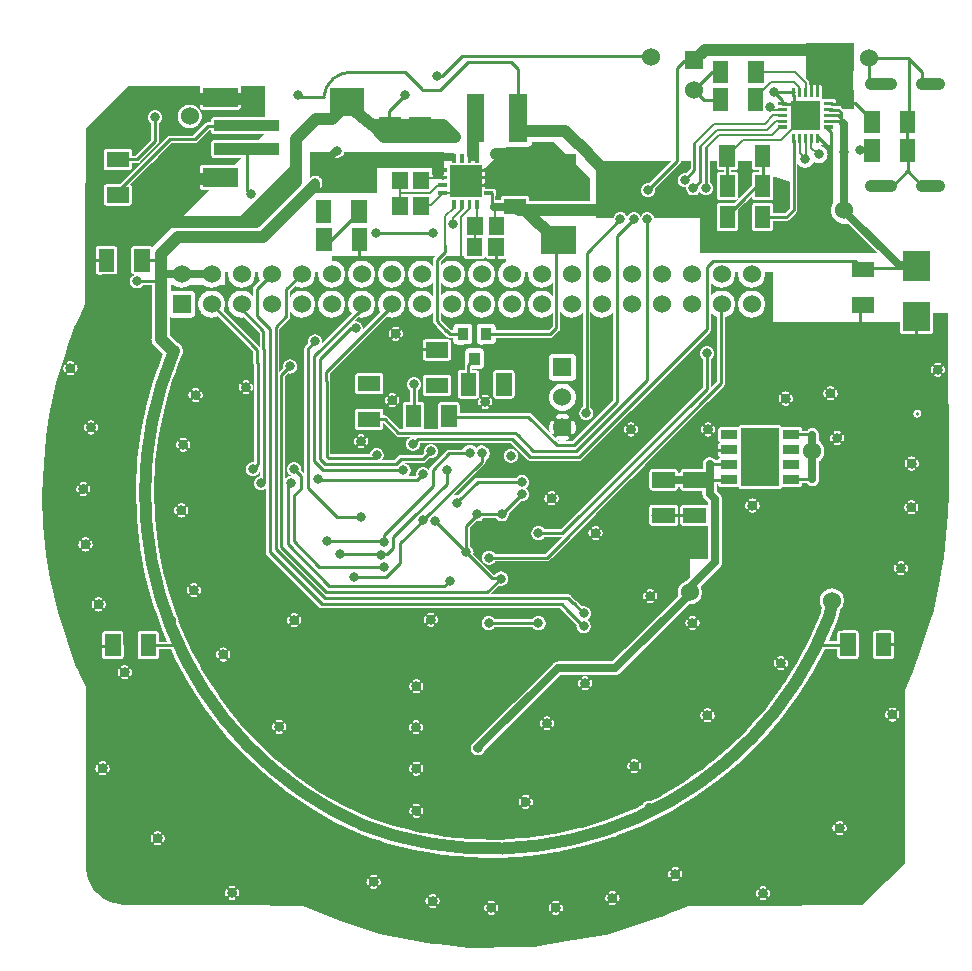
<source format=gbr>
G04 start of page 3 for group 1 idx 1 *
G04 Title: (unknown), bottom *
G04 Creator: pcb 4.2.0 *
G04 CreationDate: Wed Mar 25 23:58:17 2020 UTC *
G04 For: blinken *
G04 Format: Gerber/RS-274X *
G04 PCB-Dimensions (mm): 90.16 90.16 *
G04 PCB-Coordinate-Origin: lower left *
%MOMM*%
%FSLAX43Y43*%
%LNBOTTOM*%
%ADD47C,0.600*%
%ADD46C,0.300*%
%ADD45C,0.965*%
%ADD44C,0.889*%
%ADD43C,0.400*%
%ADD42C,0.508*%
%ADD41C,2.646*%
%ADD40C,0.800*%
%ADD39C,0.914*%
%ADD38C,3.730*%
%ADD37C,1.000*%
%ADD36C,0.700*%
%ADD35C,1.524*%
%ADD34C,1.016*%
%ADD33C,0.200*%
%ADD32C,0.635*%
%ADD31C,0.254*%
%ADD30C,0.250*%
%ADD29C,0.002*%
G54D29*G36*
X39985Y75538D02*X39989Y75544D01*
X40001Y75573D01*
X40008Y75604D01*
X40010Y75635D01*
X40008Y75966D01*
X40001Y75997D01*
X39989Y76026D01*
X39972Y76053D01*
X39952Y76077D01*
X39928Y76097D01*
X39901Y76114D01*
X39872Y76126D01*
X39841Y76133D01*
X39810Y76135D01*
X39063Y76133D01*
X39062Y77852D01*
X40931Y79721D01*
X40944Y79714D01*
X41010Y79686D01*
X41079Y79670D01*
X41151Y79665D01*
X42722Y79670D01*
X42791Y79686D01*
X42857Y79714D01*
X42918Y79751D01*
X42973Y79797D01*
X43019Y79852D01*
X43056Y79913D01*
X43084Y79979D01*
X43100Y80048D01*
X43105Y80119D01*
X43105Y80130D01*
X44900D01*
X48000Y77030D01*
Y75090D01*
X47930D01*
Y75100D01*
X42846D01*
X42845Y75309D01*
X42836Y75348D01*
X42821Y75385D01*
X42800Y75419D01*
X42774Y75449D01*
X42743Y75475D01*
X42709Y75496D01*
X42672Y75512D01*
X42633Y75521D01*
X42594Y75523D01*
X40654Y75521D01*
X40615Y75512D01*
X40578Y75496D01*
X40544Y75475D01*
X40513Y75449D01*
X40488Y75419D01*
X40467Y75385D01*
X40451Y75348D01*
X40442Y75309D01*
X40440Y75269D01*
X40440Y75191D01*
X39985D01*
Y75538D01*
G37*
G36*
X57420Y73650D02*X53435D01*
X53434Y73664D01*
X53412Y73756D01*
X53376Y73843D01*
X53327Y73924D01*
X53266Y73996D01*
X53194Y74057D01*
X53113Y74106D01*
X53026Y74142D01*
X52934Y74165D01*
X52840Y74172D01*
X52746Y74165D01*
X52654Y74142D01*
X52567Y74106D01*
X52486Y74057D01*
X52414Y73996D01*
X52353Y73924D01*
X52304Y73843D01*
X52270Y73762D01*
X52236Y73843D01*
X52187Y73924D01*
X52126Y73996D01*
X52054Y74057D01*
X51973Y74106D01*
X51886Y74142D01*
X51794Y74165D01*
X51700Y74172D01*
X51606Y74165D01*
X51514Y74142D01*
X51427Y74106D01*
X51346Y74057D01*
X51274Y73996D01*
X51213Y73924D01*
X51164Y73843D01*
X51133Y73769D01*
X51106Y73833D01*
X51057Y73914D01*
X50996Y73986D01*
X50924Y74047D01*
X50843Y74096D01*
X50756Y74132D01*
X50664Y74155D01*
X50570Y74162D01*
X50476Y74155D01*
X50384Y74132D01*
X50297Y74096D01*
X50216Y74047D01*
X50144Y73986D01*
X50083Y73914D01*
X50034Y73833D01*
X49998Y73746D01*
X49976Y73654D01*
X49975Y73650D01*
X48480D01*
Y78500D01*
X54888D01*
X53015Y76627D01*
X52984Y76635D01*
X52890Y76642D01*
X52796Y76635D01*
X52704Y76612D01*
X52617Y76576D01*
X52536Y76527D01*
X52464Y76466D01*
X52403Y76394D01*
X52354Y76313D01*
X52318Y76226D01*
X52296Y76134D01*
X52288Y76040D01*
X52296Y75946D01*
X52318Y75854D01*
X52354Y75767D01*
X52403Y75686D01*
X52464Y75615D01*
X52536Y75553D01*
X52617Y75504D01*
X52704Y75468D01*
X52796Y75446D01*
X52890Y75438D01*
X52984Y75446D01*
X53076Y75468D01*
X53163Y75504D01*
X53244Y75553D01*
X53316Y75615D01*
X53377Y75686D01*
X53426Y75767D01*
X53462Y75854D01*
X53484Y75946D01*
X53490Y76040D01*
X53484Y76134D01*
X53477Y76165D01*
X55567Y78255D01*
X55577Y78263D01*
X55610Y78302D01*
X55610Y78302D01*
X55637Y78346D01*
X55657Y78394D01*
X55669Y78444D01*
X55673Y78495D01*
X55673Y78500D01*
X56503D01*
Y77816D01*
X56145Y77457D01*
X56114Y77465D01*
X56020Y77472D01*
X55926Y77465D01*
X55834Y77442D01*
X55747Y77406D01*
X55666Y77357D01*
X55594Y77296D01*
X55533Y77224D01*
X55484Y77143D01*
X55448Y77056D01*
X55426Y76964D01*
X55418Y76870D01*
X55426Y76776D01*
X55448Y76684D01*
X55484Y76597D01*
X55533Y76516D01*
X55594Y76445D01*
X55666Y76383D01*
X55747Y76334D01*
X55834Y76298D01*
X55926Y76276D01*
X56020Y76268D01*
X56114Y76276D01*
X56158Y76286D01*
X56156Y76274D01*
X56148Y76180D01*
X56156Y76086D01*
X56178Y75994D01*
X56214Y75907D01*
X56263Y75826D01*
X56324Y75755D01*
X56396Y75693D01*
X56477Y75644D01*
X56564Y75608D01*
X56656Y75586D01*
X56750Y75578D01*
X56844Y75586D01*
X56936Y75608D01*
X57023Y75644D01*
X57104Y75693D01*
X57176Y75755D01*
X57237Y75826D01*
X57281Y75899D01*
X57313Y75846D01*
X57374Y75775D01*
X57420Y75736D01*
Y73650D01*
G37*
G36*
X65555Y76760D02*X68548D01*
Y76590D01*
X65555D01*
Y76760D01*
G37*
G36*
X75680Y54720D02*X69400D01*
Y54739D01*
X69406Y54740D01*
X69421Y54745D01*
X69435Y54752D01*
X69448Y54762D01*
X69459Y54773D01*
X69468Y54786D01*
X69475Y54800D01*
X69494Y54854D01*
X69508Y54910D01*
X69517Y54968D01*
X69519Y55025D01*
X69517Y55083D01*
X69508Y55140D01*
X69494Y55197D01*
X69475Y55251D01*
X69468Y55265D01*
X69459Y55278D01*
X69448Y55289D01*
X69435Y55299D01*
X69421Y55306D01*
X69406Y55311D01*
X69400Y55312D01*
Y64870D01*
X74212D01*
X74212Y64021D01*
X74222Y63983D01*
X74237Y63946D01*
X74257Y63913D01*
X74283Y63883D01*
X74313Y63857D01*
X74346Y63837D01*
X74383Y63822D01*
X74421Y63812D01*
X74460Y63810D01*
X75680Y63811D01*
Y57439D01*
X75669Y57438D01*
X75619Y57426D01*
X75572Y57406D01*
X75529Y57380D01*
X75490Y57346D01*
X75461Y57317D01*
X75428Y57279D01*
X75401Y57235D01*
X75381Y57188D01*
X75369Y57138D01*
X75365Y57087D01*
X75369Y57036D01*
X75381Y56986D01*
X75401Y56939D01*
X75428Y56895D01*
X75461Y56856D01*
X75500Y56823D01*
X75543Y56797D01*
X75591Y56777D01*
X75640Y56765D01*
X75680Y56762D01*
Y54720D01*
G37*
G36*
X69400D02*X68832D01*
Y55416D01*
X68842Y55418D01*
X68880Y55423D01*
X68919Y55425D01*
X68957Y55423D01*
X68995Y55418D01*
X69033Y55409D01*
X69069Y55396D01*
X69084Y55391D01*
X69099Y55389D01*
X69115Y55389D01*
X69131Y55391D01*
X69146Y55396D01*
X69160Y55403D01*
X69172Y55413D01*
X69183Y55424D01*
X69192Y55437D01*
X69200Y55451D01*
X69204Y55466D01*
X69207Y55481D01*
X69207Y55497D01*
X69204Y55513D01*
X69199Y55528D01*
X69192Y55542D01*
X69182Y55554D01*
X69171Y55565D01*
X69158Y55575D01*
X69144Y55581D01*
X69090Y55601D01*
X69034Y55615D01*
X68976Y55623D01*
X68919Y55626D01*
X68861Y55623D01*
X68832Y55619D01*
Y58526D01*
X68838Y58527D01*
X68853Y58532D01*
X68867Y58539D01*
X68880Y58549D01*
X68891Y58560D01*
X68900Y58573D01*
X68907Y58587D01*
X68926Y58641D01*
X68940Y58697D01*
X68949Y58755D01*
X68951Y58812D01*
X68949Y58870D01*
X68940Y58927D01*
X68926Y58984D01*
X68907Y59038D01*
X68900Y59052D01*
X68891Y59065D01*
X68880Y59077D01*
X68867Y59086D01*
X68853Y59093D01*
X68838Y59098D01*
X68832Y59099D01*
Y64870D01*
X69400D01*
Y55312D01*
X69391Y55314D01*
X69375Y55314D01*
X69359Y55311D01*
X69344Y55307D01*
X69330Y55300D01*
X69317Y55290D01*
X69306Y55279D01*
X69296Y55267D01*
X69289Y55253D01*
X69284Y55238D01*
X69282Y55222D01*
X69281Y55206D01*
X69284Y55190D01*
X69289Y55175D01*
X69302Y55139D01*
X69311Y55102D01*
X69317Y55064D01*
X69319Y55025D01*
X69317Y54987D01*
X69311Y54949D01*
X69302Y54911D01*
X69289Y54875D01*
X69284Y54860D01*
X69282Y54844D01*
X69282Y54829D01*
X69285Y54813D01*
X69290Y54798D01*
X69297Y54784D01*
X69306Y54772D01*
X69317Y54761D01*
X69330Y54751D01*
X69344Y54744D01*
X69359Y54740D01*
X69375Y54737D01*
X69391Y54737D01*
X69400Y54739D01*
Y54720D01*
G37*
G36*
X68832D02*X68351D01*
Y54831D01*
X68362Y54799D01*
X68369Y54785D01*
X68378Y54772D01*
X68389Y54761D01*
X68402Y54752D01*
X68416Y54745D01*
X68431Y54740D01*
X68447Y54737D01*
X68462Y54737D01*
X68478Y54739D01*
X68493Y54744D01*
X68507Y54751D01*
X68520Y54760D01*
X68531Y54771D01*
X68541Y54784D01*
X68548Y54798D01*
X68553Y54813D01*
X68556Y54829D01*
X68556Y54845D01*
X68553Y54860D01*
X68548Y54875D01*
X68535Y54911D01*
X68526Y54949D01*
X68520Y54987D01*
X68519Y55025D01*
X68520Y55064D01*
X68526Y55102D01*
X68535Y55139D01*
X68548Y55176D01*
X68553Y55191D01*
X68555Y55206D01*
X68555Y55222D01*
X68553Y55237D01*
X68548Y55252D01*
X68540Y55266D01*
X68531Y55279D01*
X68520Y55290D01*
X68507Y55299D01*
X68493Y55306D01*
X68478Y55311D01*
X68462Y55313D01*
X68447Y55313D01*
X68431Y55311D01*
X68416Y55306D01*
X68402Y55298D01*
X68390Y55289D01*
X68379Y55278D01*
X68369Y55265D01*
X68363Y55251D01*
X68351Y55219D01*
Y58212D01*
X68408Y58214D01*
X68466Y58223D01*
X68522Y58237D01*
X68576Y58256D01*
X68591Y58263D01*
X68603Y58272D01*
X68615Y58283D01*
X68624Y58296D01*
X68631Y58310D01*
X68636Y58325D01*
X68639Y58340D01*
X68639Y58356D01*
X68637Y58372D01*
X68632Y58387D01*
X68625Y58401D01*
X68616Y58414D01*
X68605Y58425D01*
X68592Y58435D01*
X68578Y58442D01*
X68563Y58447D01*
X68547Y58449D01*
X68531Y58450D01*
X68516Y58447D01*
X68501Y58442D01*
X68465Y58429D01*
X68427Y58420D01*
X68389Y58414D01*
X68351Y58412D01*
Y59212D01*
X68389Y59211D01*
X68427Y59205D01*
X68465Y59196D01*
X68501Y59183D01*
X68516Y59178D01*
X68531Y59176D01*
X68547Y59176D01*
X68563Y59178D01*
X68578Y59183D01*
X68592Y59191D01*
X68604Y59200D01*
X68615Y59211D01*
X68624Y59224D01*
X68632Y59238D01*
X68636Y59253D01*
X68639Y59269D01*
X68639Y59284D01*
X68636Y59300D01*
X68631Y59315D01*
X68624Y59329D01*
X68614Y59341D01*
X68603Y59352D01*
X68590Y59362D01*
X68576Y59368D01*
X68522Y59388D01*
X68466Y59402D01*
X68408Y59410D01*
X68351Y59413D01*
Y64870D01*
X68832D01*
Y59099D01*
X68823Y59101D01*
X68807Y59101D01*
X68791Y59099D01*
X68776Y59094D01*
X68762Y59087D01*
X68749Y59077D01*
X68738Y59066D01*
X68728Y59054D01*
X68721Y59040D01*
X68716Y59025D01*
X68714Y59009D01*
X68713Y58993D01*
X68716Y58978D01*
X68721Y58963D01*
X68734Y58926D01*
X68743Y58889D01*
X68749Y58851D01*
X68751Y58812D01*
X68749Y58774D01*
X68743Y58736D01*
X68734Y58698D01*
X68721Y58662D01*
X68716Y58647D01*
X68714Y58632D01*
X68714Y58616D01*
X68717Y58600D01*
X68722Y58585D01*
X68729Y58571D01*
X68738Y58559D01*
X68749Y58548D01*
X68762Y58539D01*
X68776Y58531D01*
X68791Y58527D01*
X68807Y58524D01*
X68823Y58524D01*
X68832Y58526D01*
Y55619D01*
X68804Y55615D01*
X68747Y55601D01*
X68693Y55582D01*
X68679Y55575D01*
X68666Y55566D01*
X68654Y55555D01*
X68645Y55542D01*
X68638Y55528D01*
X68633Y55513D01*
X68630Y55497D01*
X68630Y55481D01*
X68632Y55466D01*
X68637Y55451D01*
X68644Y55437D01*
X68654Y55424D01*
X68665Y55412D01*
X68677Y55403D01*
X68691Y55396D01*
X68706Y55391D01*
X68722Y55388D01*
X68738Y55388D01*
X68753Y55390D01*
X68768Y55396D01*
X68805Y55409D01*
X68832Y55416D01*
Y54720D01*
G37*
G36*
X68351D02*X67869D01*
Y58526D01*
X67879Y58524D01*
X67894Y58524D01*
X67910Y58526D01*
X67925Y58531D01*
X67939Y58538D01*
X67952Y58547D01*
X67963Y58558D01*
X67973Y58571D01*
X67980Y58585D01*
X67985Y58600D01*
X67988Y58616D01*
X67988Y58632D01*
X67985Y58647D01*
X67980Y58662D01*
X67967Y58698D01*
X67958Y58736D01*
X67952Y58774D01*
X67951Y58812D01*
X67952Y58851D01*
X67958Y58889D01*
X67967Y58926D01*
X67980Y58963D01*
X67985Y58978D01*
X67987Y58993D01*
X67987Y59009D01*
X67985Y59024D01*
X67980Y59039D01*
X67972Y59053D01*
X67963Y59066D01*
X67952Y59077D01*
X67939Y59086D01*
X67925Y59093D01*
X67910Y59098D01*
X67894Y59100D01*
X67879Y59100D01*
X67869Y59099D01*
Y64870D01*
X68351D01*
Y59413D01*
X68351Y59413D01*
X68293Y59410D01*
X68236Y59402D01*
X68179Y59388D01*
X68125Y59369D01*
X68111Y59362D01*
X68098Y59353D01*
X68086Y59342D01*
X68077Y59329D01*
X68070Y59315D01*
X68065Y59300D01*
X68062Y59284D01*
X68062Y59269D01*
X68064Y59253D01*
X68069Y59238D01*
X68076Y59224D01*
X68086Y59211D01*
X68097Y59200D01*
X68109Y59190D01*
X68123Y59183D01*
X68138Y59178D01*
X68154Y59175D01*
X68170Y59175D01*
X68185Y59178D01*
X68200Y59183D01*
X68237Y59196D01*
X68274Y59205D01*
X68312Y59211D01*
X68351Y59212D01*
X68351Y59212D01*
Y58412D01*
X68351Y58412D01*
X68312Y58414D01*
X68274Y58420D01*
X68237Y58429D01*
X68200Y58442D01*
X68185Y58447D01*
X68170Y58449D01*
X68154Y58449D01*
X68139Y58446D01*
X68124Y58441D01*
X68110Y58434D01*
X68097Y58425D01*
X68086Y58414D01*
X68077Y58401D01*
X68070Y58387D01*
X68065Y58372D01*
X68063Y58356D01*
X68063Y58340D01*
X68065Y58325D01*
X68070Y58310D01*
X68077Y58296D01*
X68087Y58283D01*
X68098Y58272D01*
X68111Y58263D01*
X68125Y58256D01*
X68179Y58237D01*
X68236Y58223D01*
X68293Y58214D01*
X68351Y58212D01*
X68351Y58212D01*
Y55219D01*
X68343Y55197D01*
X68329Y55140D01*
X68321Y55083D01*
X68318Y55025D01*
X68321Y54968D01*
X68329Y54910D01*
X68343Y54854D01*
X68351Y54831D01*
Y54720D01*
G37*
G36*
X67869D02*X67640D01*
Y64870D01*
X67869D01*
Y59099D01*
X67863Y59098D01*
X67848Y59093D01*
X67834Y59086D01*
X67822Y59076D01*
X67811Y59065D01*
X67801Y59052D01*
X67795Y59038D01*
X67775Y58984D01*
X67761Y58927D01*
X67753Y58870D01*
X67750Y58812D01*
X67753Y58755D01*
X67761Y58697D01*
X67775Y58641D01*
X67794Y58587D01*
X67801Y58572D01*
X67810Y58560D01*
X67821Y58548D01*
X67834Y58539D01*
X67848Y58532D01*
X67863Y58527D01*
X67869Y58526D01*
Y54720D01*
G37*
G36*
X70350Y88450D02*Y86080D01*
X70230D01*
X70240Y84470D01*
X70350D01*
Y82880D01*
X69437D01*
X69256Y83061D01*
X69248Y83071D01*
X69209Y83104D01*
X69209Y83104D01*
X69209Y83104D01*
X69185Y83119D01*
X69165Y83131D01*
X69165Y83131D01*
X69165Y83131D01*
X69142Y83140D01*
X69118Y83150D01*
X69118Y83150D01*
X69118Y83150D01*
X69095Y83156D01*
X69068Y83162D01*
X69068Y83162D01*
X69068Y83162D01*
X69017Y83166D01*
X69004Y83165D01*
X68823D01*
X68825Y83191D01*
X68822Y83530D01*
X68813Y83569D01*
X68798Y83606D01*
X68777Y83640D01*
X68751Y83671D01*
X68720Y83697D01*
X68686Y83717D01*
X68649Y83733D01*
X68610Y83742D01*
X68571Y83744D01*
X67802Y83742D01*
X67763Y83733D01*
X67726Y83717D01*
X67714Y83710D01*
X67696Y83740D01*
X67670Y83770D01*
X67640Y83796D01*
X67610Y83814D01*
X67617Y83826D01*
X67633Y83863D01*
X67642Y83902D01*
X67644Y83942D01*
X67642Y84710D01*
X67633Y84749D01*
X67617Y84786D01*
X67597Y84820D01*
X67571Y84851D01*
X67540Y84877D01*
X67506Y84898D01*
X67469Y84913D01*
X67430Y84922D01*
X67390Y84925D01*
X67051Y84922D01*
X67012Y84913D01*
X66990Y84904D01*
X66969Y84913D01*
X66930Y84922D01*
X66890Y84925D01*
X66565Y84922D01*
Y85068D01*
X66566Y85081D01*
X66562Y85132D01*
X66562Y85132D01*
Y85132D01*
X66556Y85158D01*
X66550Y85182D01*
X66550Y85182D01*
X66550Y85182D01*
X66542Y85202D01*
X66531Y85229D01*
X66531Y85229D01*
X66531Y85229D01*
X66521Y85244D01*
X66504Y85273D01*
X66504Y85273D01*
X66504Y85273D01*
X66471Y85311D01*
X66461Y85320D01*
X66270Y85511D01*
Y87645D01*
X66282Y87674D01*
X66310Y87791D01*
X66319Y87910D01*
X66310Y88030D01*
X66282Y88146D01*
X66270Y88175D01*
Y88450D01*
X70350D01*
G37*
G36*
X60274Y77573D02*X59959Y77573D01*
Y77719D01*
X60296Y77719D01*
X60335Y77729D01*
X60372Y77744D01*
X60406Y77765D01*
X60436Y77791D01*
X60462Y77821D01*
X60483Y77855D01*
X60498Y77892D01*
X60508Y77931D01*
X60510Y77971D01*
X60509Y78500D01*
X61704D01*
X61704Y77931D01*
X61714Y77892D01*
X61729Y77855D01*
X61750Y77821D01*
X61776Y77791D01*
X61806Y77765D01*
X61840Y77744D01*
X61877Y77729D01*
X61916Y77719D01*
X61956Y77717D01*
X62323Y77718D01*
Y77571D01*
X61934Y77571D01*
X61895Y77561D01*
X61858Y77546D01*
X61824Y77525D01*
X61793Y77499D01*
X61767Y77469D01*
X61746Y77435D01*
X61731Y77398D01*
X61722Y77359D01*
X61719Y77319D01*
X61720Y76483D01*
X60599Y75361D01*
X60565Y75323D01*
X60553Y75305D01*
X60186Y74937D01*
X58918Y74935D01*
X58880Y74926D01*
X58843Y74910D01*
X58808Y74889D01*
X58778Y74863D01*
X58752Y74833D01*
X58731Y74799D01*
X58716Y74762D01*
X58707Y74723D01*
X58704Y74683D01*
X58707Y72743D01*
X58716Y72705D01*
X58731Y72668D01*
X58752Y72634D01*
X58778Y72603D01*
X58808Y72577D01*
X58843Y72556D01*
X58880Y72541D01*
X58918Y72532D01*
X58958Y72529D01*
X60298Y72532D01*
X60337Y72541D01*
X60374Y72556D01*
X60408Y72577D01*
X60438Y72603D01*
X60464Y72634D01*
X60485Y72668D01*
X60501Y72705D01*
X60510Y72743D01*
X60512Y72783D01*
X60510Y74342D01*
X61062Y74894D01*
X61096Y74932D01*
X61098Y74936D01*
X61722Y75559D01*
X61722Y75379D01*
X61731Y75340D01*
X61746Y75303D01*
X61767Y75269D01*
X61793Y75239D01*
X61824Y75213D01*
X61858Y75192D01*
X61895Y75177D01*
X61934Y75167D01*
X61973Y75165D01*
X63313Y75167D01*
X63352Y75177D01*
X63389Y75192D01*
X63423Y75213D01*
X63454Y75239D01*
X63479Y75269D01*
X63500Y75303D01*
X63516Y75340D01*
X63525Y75379D01*
X63527Y75419D01*
X63525Y77100D01*
X63710D01*
X64905Y76713D01*
Y74489D01*
X64462Y74047D01*
X63510D01*
X63510Y74723D01*
X63500Y74762D01*
X63485Y74799D01*
X63464Y74833D01*
X63438Y74863D01*
X63408Y74889D01*
X63374Y74910D01*
X63337Y74926D01*
X63298Y74935D01*
X63258Y74937D01*
X61918Y74935D01*
X61879Y74926D01*
X61842Y74910D01*
X61808Y74889D01*
X61778Y74863D01*
X61752Y74833D01*
X61731Y74799D01*
X61716Y74762D01*
X61706Y74723D01*
X61704Y74683D01*
X61706Y72743D01*
X61716Y72705D01*
X61731Y72668D01*
X61752Y72634D01*
X61778Y72603D01*
X61808Y72577D01*
X61842Y72556D01*
X61879Y72541D01*
X61918Y72532D01*
X61958Y72529D01*
X63298Y72532D01*
X63337Y72541D01*
X63374Y72556D01*
X63408Y72577D01*
X63438Y72603D01*
X63464Y72634D01*
X63485Y72668D01*
X63500Y72705D01*
X63510Y72743D01*
X63512Y72783D01*
X63511Y73397D01*
X64584D01*
X64597Y73396D01*
X64648Y73400D01*
X64648Y73400D01*
X64698Y73412D01*
X64745Y73431D01*
X64785Y73456D01*
X64789Y73458D01*
X64789Y73458D01*
X64789Y73458D01*
X64828Y73491D01*
X64836Y73501D01*
X65451Y74116D01*
X65461Y74124D01*
X65494Y74163D01*
X65494Y74163D01*
X65520Y74207D01*
X65540Y74254D01*
X65540Y74254D01*
X65540Y74254D01*
X65546Y74278D01*
X65552Y74304D01*
Y74304D01*
X65552Y74304D01*
X65552Y74304D01*
X65556Y74355D01*
X65555Y74367D01*
Y76502D01*
X68548Y75532D01*
Y74866D01*
X68520Y74820D01*
X68451Y74654D01*
X68410Y74479D01*
X68395Y74300D01*
X68410Y74121D01*
X68451Y73946D01*
X68520Y73780D01*
X68614Y73627D01*
X68731Y73491D01*
X68867Y73374D01*
X69020Y73280D01*
X69186Y73212D01*
X69361Y73170D01*
X69540Y73156D01*
X69719Y73170D01*
X69810Y73192D01*
X72332Y70670D01*
X57270D01*
Y75880D01*
X57281Y75899D01*
X57313Y75846D01*
X57374Y75775D01*
X57446Y75713D01*
X57527Y75664D01*
X57614Y75628D01*
X57706Y75606D01*
X57800Y75598D01*
X57894Y75606D01*
X57986Y75628D01*
X58073Y75664D01*
X58154Y75713D01*
X58226Y75775D01*
X58287Y75846D01*
X58336Y75927D01*
X58372Y76014D01*
X58394Y76106D01*
X58400Y76200D01*
X58394Y76294D01*
X58372Y76386D01*
X58336Y76473D01*
X58287Y76554D01*
X58226Y76626D01*
X58154Y76687D01*
X58137Y76697D01*
Y78500D01*
X58704D01*
X58704Y77931D01*
X58714Y77892D01*
X58729Y77855D01*
X58750Y77821D01*
X58776Y77791D01*
X58806Y77765D01*
X58840Y77744D01*
X58877Y77729D01*
X58916Y77719D01*
X58956Y77717D01*
X59309Y77718D01*
Y77571D01*
X58934Y77571D01*
X58895Y77561D01*
X58858Y77546D01*
X58824Y77525D01*
X58793Y77499D01*
X58768Y77469D01*
X58747Y77435D01*
X58731Y77398D01*
X58722Y77359D01*
X58720Y77319D01*
X58722Y75379D01*
X58731Y75340D01*
X58747Y75303D01*
X58768Y75269D01*
X58793Y75239D01*
X58824Y75213D01*
X58858Y75192D01*
X58895Y75177D01*
X58934Y75167D01*
X58974Y75165D01*
X60313Y75167D01*
X60352Y75177D01*
X60389Y75192D01*
X60423Y75213D01*
X60454Y75239D01*
X60480Y75269D01*
X60501Y75303D01*
X60516Y75340D01*
X60525Y75379D01*
X60528Y75419D01*
X60525Y77359D01*
X60516Y77398D01*
X60501Y77435D01*
X60480Y77469D01*
X60454Y77499D01*
X60423Y77525D01*
X60389Y77546D01*
X60352Y77561D01*
X60313Y77571D01*
X60274Y77573D01*
G37*
G36*
X68548Y77100D02*X65557D01*
Y78240D01*
X65568Y78222D01*
X65648Y78129D01*
X65740Y78050D01*
X65844Y77986D01*
X65957Y77939D01*
X66076Y77911D01*
X66197Y77901D01*
X66319Y77911D01*
X66437Y77939D01*
X66550Y77986D01*
X66654Y78050D01*
X66747Y78129D01*
X66826Y78222D01*
X66890Y78326D01*
X66937Y78439D01*
X66943Y78466D01*
X66953Y78457D01*
X67051Y78398D01*
X67156Y78354D01*
X67267Y78328D01*
X67381Y78319D01*
X67495Y78328D01*
X67606Y78354D01*
X67711Y78398D01*
X67808Y78457D01*
X67895Y78532D01*
X67969Y78618D01*
X68029Y78716D01*
X68073Y78821D01*
X68099Y78932D01*
X68106Y79046D01*
X68099Y79160D01*
X68073Y79271D01*
X68029Y79376D01*
X67969Y79473D01*
X67895Y79560D01*
X67808Y79634D01*
X67711Y79694D01*
X67606Y79737D01*
X67495Y79764D01*
X67465Y79766D01*
X67469Y79767D01*
X67506Y79783D01*
X67540Y79804D01*
X67571Y79829D01*
X67571Y79830D01*
X68548D01*
Y77100D01*
G37*
G36*
X65557D02*X68548D01*
Y75330D01*
X65555D01*
Y76906D01*
X65557Y76940D01*
Y77100D01*
G37*
G36*
X62400Y41970D02*X62229D01*
Y49026D01*
X62235Y49027D01*
X62250Y49032D01*
X62264Y49039D01*
X62277Y49049D01*
X62288Y49060D01*
X62297Y49073D01*
X62304Y49087D01*
X62323Y49141D01*
X62337Y49197D01*
X62346Y49255D01*
X62348Y49312D01*
X62346Y49370D01*
X62337Y49427D01*
X62323Y49484D01*
X62304Y49538D01*
X62297Y49552D01*
X62288Y49565D01*
X62277Y49576D01*
X62264Y49586D01*
X62250Y49593D01*
X62235Y49598D01*
X62229Y49599D01*
Y49850D01*
X62400D01*
Y41970D01*
G37*
G36*
X62229D02*X61748D01*
Y48712D01*
X61805Y48714D01*
X61863Y48723D01*
X61919Y48737D01*
X61974Y48756D01*
X61988Y48763D01*
X62001Y48772D01*
X62012Y48783D01*
X62021Y48796D01*
X62028Y48810D01*
X62033Y48825D01*
X62036Y48840D01*
X62036Y48856D01*
X62034Y48872D01*
X62029Y48887D01*
X62022Y48901D01*
X62013Y48914D01*
X62002Y48925D01*
X61989Y48935D01*
X61975Y48942D01*
X61960Y48947D01*
X61944Y48949D01*
X61928Y48949D01*
X61913Y48947D01*
X61898Y48942D01*
X61862Y48929D01*
X61824Y48920D01*
X61786Y48914D01*
X61748Y48912D01*
Y49712D01*
X61786Y49710D01*
X61824Y49705D01*
X61862Y49696D01*
X61898Y49683D01*
X61913Y49678D01*
X61929Y49676D01*
X61944Y49676D01*
X61960Y49678D01*
X61975Y49683D01*
X61989Y49690D01*
X62001Y49700D01*
X62012Y49711D01*
X62022Y49724D01*
X62029Y49738D01*
X62033Y49753D01*
X62036Y49768D01*
X62036Y49784D01*
X62033Y49800D01*
X62028Y49815D01*
X62021Y49829D01*
X62011Y49841D01*
X62003Y49850D01*
X62229D01*
Y49599D01*
X62220Y49601D01*
X62204Y49601D01*
X62188Y49598D01*
X62173Y49594D01*
X62159Y49587D01*
X62146Y49577D01*
X62135Y49566D01*
X62125Y49554D01*
X62118Y49540D01*
X62113Y49525D01*
X62111Y49509D01*
X62111Y49493D01*
X62113Y49477D01*
X62118Y49462D01*
X62131Y49426D01*
X62140Y49389D01*
X62146Y49351D01*
X62148Y49312D01*
X62146Y49274D01*
X62140Y49236D01*
X62131Y49198D01*
X62118Y49162D01*
X62113Y49147D01*
X62111Y49131D01*
X62111Y49116D01*
X62114Y49100D01*
X62119Y49085D01*
X62126Y49071D01*
X62135Y49059D01*
X62146Y49048D01*
X62159Y49038D01*
X62173Y49031D01*
X62188Y49027D01*
X62204Y49024D01*
X62220Y49024D01*
X62229Y49026D01*
Y41970D01*
G37*
G36*
X61748D02*X61266D01*
Y49026D01*
X61276Y49024D01*
X61292Y49024D01*
X61307Y49026D01*
X61322Y49031D01*
X61336Y49038D01*
X61349Y49047D01*
X61361Y49058D01*
X61370Y49071D01*
X61377Y49085D01*
X61382Y49100D01*
X61385Y49116D01*
X61385Y49132D01*
X61383Y49147D01*
X61377Y49162D01*
X61364Y49198D01*
X61355Y49236D01*
X61350Y49274D01*
X61348Y49312D01*
X61350Y49351D01*
X61355Y49389D01*
X61364Y49426D01*
X61377Y49463D01*
X61382Y49478D01*
X61384Y49493D01*
X61384Y49509D01*
X61382Y49524D01*
X61377Y49539D01*
X61370Y49553D01*
X61360Y49566D01*
X61349Y49577D01*
X61336Y49586D01*
X61322Y49593D01*
X61307Y49598D01*
X61292Y49600D01*
X61276Y49600D01*
X61266Y49599D01*
Y49850D01*
X61492D01*
X61484Y49842D01*
X61474Y49829D01*
X61467Y49815D01*
X61462Y49800D01*
X61459Y49784D01*
X61459Y49768D01*
X61462Y49753D01*
X61466Y49738D01*
X61473Y49724D01*
X61483Y49711D01*
X61494Y49699D01*
X61506Y49690D01*
X61520Y49683D01*
X61535Y49678D01*
X61551Y49675D01*
X61567Y49675D01*
X61583Y49677D01*
X61598Y49683D01*
X61634Y49696D01*
X61671Y49705D01*
X61709Y49710D01*
X61748Y49712D01*
X61748Y49712D01*
Y48912D01*
X61748Y48912D01*
X61709Y48914D01*
X61671Y48920D01*
X61634Y48929D01*
X61597Y48942D01*
X61582Y48947D01*
X61567Y48949D01*
X61551Y48949D01*
X61536Y48946D01*
X61521Y48941D01*
X61507Y48934D01*
X61494Y48925D01*
X61483Y48914D01*
X61474Y48901D01*
X61467Y48887D01*
X61462Y48872D01*
X61460Y48856D01*
X61460Y48840D01*
X61462Y48825D01*
X61467Y48810D01*
X61475Y48796D01*
X61484Y48783D01*
X61495Y48772D01*
X61508Y48763D01*
X61522Y48756D01*
X61576Y48737D01*
X61633Y48723D01*
X61690Y48714D01*
X61748Y48712D01*
X61748Y48712D01*
Y41970D01*
G37*
G36*
X61266D02*X57463D01*
X57453Y42129D01*
X57416Y42284D01*
X57355Y42432D01*
X57350Y42439D01*
X58998Y44087D01*
X59061Y44157D01*
X59110Y44237D01*
X59146Y44324D01*
X59167Y44415D01*
X59175Y44509D01*
X59172Y44541D01*
X59173Y44554D01*
Y49827D01*
X59175Y49850D01*
X61266D01*
Y49599D01*
X61260Y49598D01*
X61245Y49593D01*
X61231Y49585D01*
X61219Y49576D01*
X61208Y49565D01*
X61198Y49552D01*
X61192Y49538D01*
X61172Y49484D01*
X61158Y49427D01*
X61150Y49370D01*
X61147Y49312D01*
X61150Y49255D01*
X61158Y49197D01*
X61172Y49141D01*
X61191Y49086D01*
X61198Y49072D01*
X61207Y49059D01*
X61218Y49048D01*
X61231Y49039D01*
X61245Y49032D01*
X61260Y49027D01*
X61266Y49026D01*
Y41970D01*
G37*
G36*
X0Y90160D01*
G37*
G36*
X35599Y79203D02*Y79195D01*
X35597D01*
Y78084D01*
X35079Y78083D01*
X35048Y78076D01*
X35019Y78064D01*
X34992Y78047D01*
X34968Y78027D01*
X34948Y78003D01*
X34931Y77976D01*
X34919Y77947D01*
X34912Y77916D01*
X34911Y77900D01*
X31090D01*
Y77967D01*
X31091Y77966D01*
X31185Y77974D01*
X31277Y77996D01*
X31364Y78032D01*
X31445Y78081D01*
X31517Y78143D01*
X31578Y78215D01*
X31627Y78295D01*
X31663Y78382D01*
X31686Y78474D01*
X31691Y78568D01*
X31686Y78662D01*
X31663Y78754D01*
X31627Y78842D01*
X31578Y78922D01*
X31517Y78994D01*
X31445Y79055D01*
X31364Y79105D01*
X31277Y79141D01*
X31185Y79163D01*
X31091Y79170D01*
X31090Y79170D01*
Y79203D01*
X35599D01*
G37*
G36*
X31090Y77900D02*X29982D01*
Y75772D01*
X24269D01*
Y76269D01*
X24307Y76224D01*
X24379Y76162D01*
X24460Y76113D01*
X24547Y76077D01*
X24639Y76055D01*
X24733Y76047D01*
X24827Y76055D01*
X24919Y76077D01*
X25006Y76113D01*
X25087Y76162D01*
X25159Y76224D01*
X25220Y76296D01*
X25269Y76376D01*
X25305Y76463D01*
X25327Y76555D01*
X25333Y76649D01*
X25327Y76743D01*
X25305Y76835D01*
X25269Y76923D01*
X25220Y77003D01*
X25159Y77075D01*
X25087Y77136D01*
X25006Y77186D01*
X24919Y77222D01*
X24827Y77244D01*
X24733Y77251D01*
X24639Y77244D01*
X24547Y77222D01*
X24460Y77186D01*
X24379Y77136D01*
X24307Y77075D01*
X24269Y77030D01*
Y79203D01*
X26013D01*
X26018Y79184D01*
X26054Y79097D01*
X26103Y79016D01*
X26164Y78945D01*
X26236Y78883D01*
X26317Y78834D01*
X26404Y78798D01*
X26496Y78776D01*
X26590Y78768D01*
X26684Y78776D01*
X26776Y78798D01*
X26863Y78834D01*
X26944Y78883D01*
X27016Y78945D01*
X27077Y79016D01*
X27126Y79097D01*
X27162Y79184D01*
X27167Y79203D01*
X31090D01*
Y79170D01*
X30997Y79163D01*
X30905Y79141D01*
X30818Y79105D01*
X30737Y79055D01*
X30666Y78994D01*
X30604Y78922D01*
X30555Y78842D01*
X30519Y78754D01*
X30497Y78662D01*
X30489Y78568D01*
X30497Y78474D01*
X30519Y78382D01*
X30555Y78295D01*
X30604Y78215D01*
X30666Y78143D01*
X30737Y78081D01*
X30818Y78032D01*
X30905Y77996D01*
X30997Y77974D01*
X31090Y77967D01*
Y77900D01*
G37*
G36*
X46582Y65236D02*X46609Y65238D01*
X46784Y65280D01*
X46951Y65349D01*
X47104Y65443D01*
X47241Y65559D01*
X47358Y65696D01*
X47378Y65729D01*
Y57673D01*
X47323Y57640D01*
X47252Y57579D01*
X47190Y57507D01*
X47141Y57426D01*
X47105Y57339D01*
X47083Y57247D01*
X47075Y57153D01*
X47083Y57059D01*
X47105Y56967D01*
X47141Y56880D01*
X47190Y56799D01*
X47252Y56728D01*
X47323Y56666D01*
X47404Y56617D01*
X47491Y56581D01*
X47583Y56559D01*
X47677Y56551D01*
X47771Y56559D01*
X47863Y56581D01*
X47950Y56617D01*
X48031Y56666D01*
X48103Y56728D01*
X48164Y56799D01*
X48213Y56880D01*
X48249Y56967D01*
X48272Y57059D01*
X48277Y57153D01*
X48272Y57247D01*
X48249Y57339D01*
X48213Y57426D01*
X48164Y57507D01*
X48103Y57579D01*
X48031Y57640D01*
X48028Y57642D01*
Y65721D01*
X48042Y65696D01*
X48159Y65559D01*
X48296Y65443D01*
X48449Y65349D01*
X48616Y65280D01*
X48791Y65238D01*
X48970Y65224D01*
X49149Y65238D01*
X49324Y65280D01*
X49491Y65349D01*
X49644Y65443D01*
X49781Y65559D01*
X49898Y65696D01*
X49943Y65770D01*
Y61900D01*
X49945Y61866D01*
Y58182D01*
X46582Y54819D01*
Y55384D01*
X46593Y55386D01*
X46621Y55396D01*
X46648Y55409D01*
X46672Y55427D01*
X46693Y55448D01*
X46710Y55473D01*
X46723Y55500D01*
X46761Y55603D01*
X46787Y55710D01*
X46803Y55820D01*
X46808Y55930D01*
X46803Y56040D01*
X46787Y56149D01*
X46761Y56256D01*
X46724Y56360D01*
X46711Y56387D01*
X46694Y56411D01*
X46672Y56433D01*
X46648Y56451D01*
X46621Y56464D01*
X46593Y56474D01*
X46582Y56476D01*
Y57784D01*
X46592Y57796D01*
X46686Y57949D01*
X46754Y58115D01*
X46796Y58290D01*
X46807Y58470D01*
X46796Y58649D01*
X46754Y58824D01*
X46686Y58990D01*
X46592Y59144D01*
X46582Y59155D01*
Y59900D01*
X46600Y59907D01*
X46651Y59938D01*
X46696Y59977D01*
X46735Y60023D01*
X46767Y60074D01*
X46789Y60130D01*
X46803Y60188D01*
X46807Y60248D01*
X46803Y61831D01*
X46789Y61890D01*
X46767Y61945D01*
X46735Y61996D01*
X46696Y62042D01*
X46651Y62081D01*
X46600Y62112D01*
X46582Y62119D01*
Y65236D01*
G37*
G36*
Y59155D02*X46475Y59280D01*
X46338Y59397D01*
X46185Y59491D01*
X46018Y59560D01*
X45843Y59602D01*
X45664Y59616D01*
Y59868D01*
X46486Y59870D01*
X46544Y59884D01*
X46582Y59900D01*
Y59155D01*
G37*
G36*
Y54819D02*X46544Y54782D01*
X45664D01*
Y54785D01*
X45774Y54791D01*
X45883Y54806D01*
X45990Y54833D01*
X46094Y54869D01*
X46121Y54883D01*
X46146Y54900D01*
X46167Y54921D01*
X46185Y54945D01*
X46199Y54972D01*
X46208Y55001D01*
X46213Y55031D01*
X46214Y55061D01*
X46209Y55090D01*
X46200Y55119D01*
X46186Y55146D01*
X46169Y55171D01*
X46148Y55192D01*
X46124Y55210D01*
X46097Y55224D01*
X46068Y55233D01*
X46039Y55238D01*
X46008Y55238D01*
X45979Y55234D01*
X45950Y55224D01*
X45881Y55199D01*
X45810Y55182D01*
X45737Y55171D01*
X45664Y55168D01*
Y56692D01*
X45737Y56688D01*
X45810Y56677D01*
X45881Y56660D01*
X45950Y56636D01*
X45979Y56626D01*
X46008Y56622D01*
X46038Y56622D01*
X46068Y56627D01*
X46096Y56636D01*
X46123Y56650D01*
X46147Y56668D01*
X46168Y56689D01*
X46186Y56714D01*
X46199Y56740D01*
X46208Y56769D01*
X46213Y56799D01*
X46212Y56829D01*
X46208Y56858D01*
X46198Y56887D01*
X46184Y56913D01*
X46166Y56937D01*
X46145Y56958D01*
X46121Y56976D01*
X46094Y56989D01*
X45990Y57026D01*
X45883Y57053D01*
X45774Y57069D01*
X45664Y57074D01*
Y57323D01*
X45843Y57337D01*
X46018Y57379D01*
X46185Y57448D01*
X46338Y57542D01*
X46475Y57659D01*
X46582Y57784D01*
Y56476D01*
X46563Y56479D01*
X46533Y56479D01*
X46503Y56475D01*
X46474Y56466D01*
X46448Y56452D01*
X46423Y56435D01*
X46402Y56413D01*
X46384Y56389D01*
X46370Y56362D01*
X46360Y56334D01*
X46355Y56304D01*
X46355Y56274D01*
X46360Y56244D01*
X46369Y56216D01*
X46394Y56147D01*
X46412Y56076D01*
X46422Y56003D01*
X46426Y55930D01*
X46422Y55856D01*
X46412Y55784D01*
X46394Y55712D01*
X46370Y55643D01*
X46361Y55615D01*
X46356Y55585D01*
X46356Y55555D01*
X46361Y55526D01*
X46371Y55497D01*
X46384Y55470D01*
X46402Y55446D01*
X46424Y55425D01*
X46448Y55408D01*
X46475Y55394D01*
X46503Y55385D01*
X46533Y55381D01*
X46563Y55381D01*
X46582Y55384D01*
Y54819D01*
G37*
G36*
X45664Y65521D02*X45756Y65443D01*
X45909Y65349D01*
X46076Y65280D01*
X46251Y65238D01*
X46430Y65224D01*
X46582Y65236D01*
Y62119D01*
X46544Y62135D01*
X46486Y62149D01*
X46426Y62153D01*
X45664Y62151D01*
Y65521D01*
G37*
G36*
X44746Y57784D02*X44853Y57659D01*
X44990Y57542D01*
X45143Y57448D01*
X45310Y57379D01*
X45485Y57337D01*
X45664Y57323D01*
Y57074D01*
X45554Y57069D01*
X45445Y57053D01*
X45338Y57026D01*
X45234Y56990D01*
X45207Y56977D01*
X45182Y56959D01*
X45161Y56938D01*
X45143Y56914D01*
X45129Y56887D01*
X45120Y56858D01*
X45115Y56829D01*
X45114Y56799D01*
X45119Y56769D01*
X45128Y56740D01*
X45142Y56713D01*
X45159Y56689D01*
X45180Y56667D01*
X45204Y56649D01*
X45231Y56635D01*
X45260Y56626D01*
X45289Y56621D01*
X45320Y56621D01*
X45349Y56625D01*
X45378Y56635D01*
X45447Y56660D01*
X45518Y56677D01*
X45591Y56688D01*
X45664Y56692D01*
Y55168D01*
X45591Y55171D01*
X45518Y55182D01*
X45447Y55199D01*
X45378Y55223D01*
X45349Y55233D01*
X45320Y55238D01*
X45290Y55237D01*
X45260Y55232D01*
X45232Y55223D01*
X45205Y55209D01*
X45181Y55191D01*
X45160Y55170D01*
X45142Y55146D01*
X45129Y55119D01*
X45120Y55090D01*
X45115Y55061D01*
X45116Y55031D01*
X45120Y55001D01*
X45130Y54973D01*
X45144Y54946D01*
X45162Y54922D01*
X45183Y54901D01*
X45207Y54883D01*
X45234Y54870D01*
X45338Y54833D01*
X45445Y54806D01*
X45554Y54791D01*
X45664Y54785D01*
Y54782D01*
X45296D01*
X44746Y55332D01*
Y55383D01*
X44765Y55380D01*
X44795Y55380D01*
X44825Y55385D01*
X44854Y55394D01*
X44880Y55407D01*
X44905Y55425D01*
X44926Y55446D01*
X44944Y55470D01*
X44958Y55497D01*
X44968Y55525D01*
X44973Y55555D01*
X44973Y55585D01*
X44968Y55615D01*
X44959Y55643D01*
X44934Y55712D01*
X44916Y55784D01*
X44906Y55856D01*
X44902Y55930D01*
X44906Y56003D01*
X44916Y56076D01*
X44934Y56147D01*
X44958Y56216D01*
X44967Y56244D01*
X44972Y56274D01*
X44972Y56304D01*
X44967Y56334D01*
X44957Y56362D01*
X44944Y56389D01*
X44926Y56413D01*
X44904Y56434D01*
X44880Y56451D01*
X44853Y56465D01*
X44825Y56474D01*
X44795Y56478D01*
X44765Y56478D01*
X44746Y56475D01*
Y57784D01*
G37*
G36*
Y59900D02*X44784Y59884D01*
X44842Y59870D01*
X44902Y59867D01*
X45664Y59868D01*
Y59616D01*
X45485Y59602D01*
X45310Y59560D01*
X45143Y59491D01*
X44990Y59397D01*
X44853Y59280D01*
X44746Y59155D01*
Y59900D01*
G37*
G36*
Y63539D02*X44783Y63555D01*
X44827Y63581D01*
X44866Y63615D01*
X44874Y63624D01*
X45370Y64120D01*
X45380Y64129D01*
X45413Y64168D01*
X45413Y64168D01*
X45440Y64211D01*
X45459Y64259D01*
X45471Y64308D01*
X45475Y64359D01*
X45474Y64372D01*
Y65742D01*
X45502Y65696D01*
X45619Y65559D01*
X45664Y65521D01*
Y62151D01*
X44842Y62149D01*
X44784Y62135D01*
X44746Y62119D01*
Y63539D01*
G37*
G36*
X40701Y63518D02*X41055D01*
X41089Y63520D01*
X44622D01*
X44635Y63519D01*
X44686Y63523D01*
X44686Y63523D01*
X44736Y63535D01*
X44746Y63539D01*
Y62119D01*
X44728Y62112D01*
X44677Y62081D01*
X44632Y62042D01*
X44593Y61996D01*
X44561Y61945D01*
X44539Y61890D01*
X44525Y61831D01*
X44521Y61772D01*
X44525Y60188D01*
X44539Y60130D01*
X44561Y60074D01*
X44593Y60023D01*
X44632Y59977D01*
X44677Y59938D01*
X44728Y59907D01*
X44746Y59900D01*
Y59155D01*
X44736Y59144D01*
X44642Y58990D01*
X44574Y58824D01*
X44532Y58649D01*
X44517Y58470D01*
X44532Y58290D01*
X44574Y58115D01*
X44642Y57949D01*
X44736Y57796D01*
X44746Y57784D01*
Y56475D01*
X44735Y56473D01*
X44707Y56464D01*
X44680Y56450D01*
X44656Y56432D01*
X44635Y56411D01*
X44618Y56386D01*
X44605Y56359D01*
X44567Y56256D01*
X44541Y56149D01*
X44525Y56040D01*
X44520Y55930D01*
X44525Y55820D01*
X44541Y55710D01*
X44567Y55603D01*
X44604Y55499D01*
X44617Y55472D01*
X44634Y55448D01*
X44656Y55426D01*
X44680Y55409D01*
X44707Y55395D01*
X44735Y55385D01*
X44746Y55383D01*
Y55332D01*
X43112Y56967D01*
X43102Y56989D01*
X43075Y57033D01*
X43042Y57072D01*
X43003Y57105D01*
X42959Y57132D01*
X42911Y57152D01*
X42861Y57164D01*
X42810Y57167D01*
X40701D01*
Y58371D01*
X41391Y58372D01*
X41429Y58382D01*
X41466Y58397D01*
X41501Y58418D01*
X41531Y58444D01*
X41557Y58474D01*
X41578Y58508D01*
X41593Y58545D01*
X41602Y58584D01*
X41605Y58624D01*
X41602Y60564D01*
X41593Y60602D01*
X41578Y60639D01*
X41557Y60674D01*
X41531Y60704D01*
X41501Y60730D01*
X41466Y60751D01*
X41429Y60766D01*
X41391Y60775D01*
X41351Y60778D01*
X40701Y60777D01*
Y63518D01*
G37*
G36*
Y67967D02*X40829Y67889D01*
X40996Y67820D01*
X41171Y67778D01*
X41350Y67764D01*
X41529Y67778D01*
X41704Y67820D01*
X41871Y67889D01*
X42024Y67983D01*
X42161Y68099D01*
X42278Y68236D01*
X42372Y68390D01*
X42440Y68556D01*
X42482Y68731D01*
X42493Y68910D01*
X42483Y69082D01*
X42757D01*
X42743Y68910D01*
X42758Y68731D01*
X42800Y68556D01*
X42868Y68390D01*
X42962Y68236D01*
X43079Y68099D01*
X43216Y67983D01*
X43369Y67889D01*
X43536Y67820D01*
X43711Y67778D01*
X43890Y67764D01*
X44069Y67778D01*
X44244Y67820D01*
X44411Y67889D01*
X44564Y67983D01*
X44701Y68099D01*
X44818Y68236D01*
X44824Y68247D01*
Y67033D01*
X44818Y67044D01*
X44701Y67181D01*
X44564Y67298D01*
X44411Y67392D01*
X44244Y67461D01*
X44069Y67503D01*
X43890Y67517D01*
X43711Y67503D01*
X43536Y67461D01*
X43369Y67392D01*
X43216Y67298D01*
X43079Y67181D01*
X42962Y67044D01*
X42868Y66891D01*
X42800Y66724D01*
X42758Y66549D01*
X42743Y66370D01*
X42758Y66191D01*
X42800Y66016D01*
X42868Y65850D01*
X42962Y65696D01*
X43079Y65559D01*
X43216Y65443D01*
X43369Y65349D01*
X43536Y65280D01*
X43711Y65238D01*
X43890Y65224D01*
X44069Y65238D01*
X44244Y65280D01*
X44411Y65349D01*
X44564Y65443D01*
X44701Y65559D01*
X44818Y65696D01*
X44824Y65707D01*
Y64494D01*
X44500Y64170D01*
X41089D01*
X41055Y64172D01*
X40701D01*
Y65427D01*
X40829Y65349D01*
X40996Y65280D01*
X41171Y65238D01*
X41350Y65224D01*
X41529Y65238D01*
X41704Y65280D01*
X41871Y65349D01*
X42024Y65443D01*
X42161Y65559D01*
X42278Y65696D01*
X42372Y65850D01*
X42440Y66016D01*
X42482Y66191D01*
X42493Y66370D01*
X42482Y66549D01*
X42440Y66724D01*
X42372Y66891D01*
X42278Y67044D01*
X42161Y67181D01*
X42024Y67298D01*
X41871Y67392D01*
X41704Y67461D01*
X41529Y67503D01*
X41350Y67517D01*
X41171Y67503D01*
X40996Y67461D01*
X40829Y67392D01*
X40701Y67313D01*
Y67967D01*
G37*
G36*
Y70199D02*X40730Y70199D01*
X40769Y70208D01*
X40806Y70223D01*
X40840Y70244D01*
X40870Y70270D01*
X40896Y70301D01*
X40917Y70335D01*
X40922Y70346D01*
Y69970D01*
X40829Y69932D01*
X40701Y69853D01*
Y70199D01*
G37*
G36*
X39598Y62949D02*X39694Y62949D01*
X39753Y62963D01*
X39808Y62986D01*
X39859Y63018D01*
X39905Y63057D01*
X39944Y63102D01*
X39975Y63153D01*
X39998Y63209D01*
X40012Y63267D01*
X40016Y63327D01*
X40015Y63518D01*
X40701D01*
Y60777D01*
X40011Y60775D01*
X39972Y60766D01*
X39935Y60751D01*
X39901Y60730D01*
X39871Y60704D01*
X39845Y60674D01*
X39824Y60639D01*
X39808Y60602D01*
X39799Y60564D01*
X39797Y60524D01*
X39799Y58584D01*
X39808Y58545D01*
X39824Y58508D01*
X39845Y58474D01*
X39871Y58444D01*
X39901Y58418D01*
X39935Y58397D01*
X39972Y58382D01*
X40011Y58372D01*
X40051Y58370D01*
X40701Y58371D01*
Y57167D01*
X39598D01*
Y57804D01*
X39603Y57805D01*
X39618Y57810D01*
X39632Y57817D01*
X39645Y57826D01*
X39656Y57838D01*
X39665Y57850D01*
X39672Y57865D01*
X39692Y57919D01*
X39706Y57975D01*
X39714Y58032D01*
X39717Y58090D01*
X39714Y58148D01*
X39706Y58205D01*
X39692Y58261D01*
X39673Y58316D01*
X39666Y58330D01*
X39656Y58343D01*
X39645Y58354D01*
X39633Y58364D01*
X39619Y58371D01*
X39604Y58376D01*
X39598Y58377D01*
Y62949D01*
G37*
G36*
X39116Y62947D02*X39598Y62949D01*
Y58377D01*
X39588Y58378D01*
X39572Y58379D01*
X39557Y58376D01*
X39541Y58371D01*
X39527Y58364D01*
X39514Y58355D01*
X39503Y58344D01*
X39494Y58331D01*
X39487Y58317D01*
X39482Y58302D01*
X39479Y58287D01*
X39479Y58271D01*
X39481Y58255D01*
X39486Y58240D01*
X39499Y58204D01*
X39509Y58167D01*
X39514Y58129D01*
X39516Y58090D01*
X39514Y58052D01*
X39509Y58013D01*
X39499Y57976D01*
X39487Y57940D01*
X39482Y57925D01*
X39479Y57909D01*
X39479Y57894D01*
X39482Y57878D01*
X39487Y57863D01*
X39494Y57849D01*
X39504Y57836D01*
X39515Y57825D01*
X39528Y57816D01*
X39542Y57809D01*
X39557Y57804D01*
X39572Y57802D01*
X39588Y57802D01*
X39598Y57804D01*
Y57167D01*
X39116D01*
Y57489D01*
X39174Y57492D01*
X39231Y57501D01*
X39287Y57514D01*
X39342Y57533D01*
X39356Y57540D01*
X39369Y57550D01*
X39380Y57561D01*
X39390Y57573D01*
X39397Y57588D01*
X39402Y57603D01*
X39404Y57618D01*
X39404Y57634D01*
X39402Y57650D01*
X39397Y57665D01*
X39390Y57679D01*
X39381Y57692D01*
X39370Y57703D01*
X39357Y57712D01*
X39343Y57720D01*
X39328Y57725D01*
X39313Y57727D01*
X39297Y57727D01*
X39281Y57725D01*
X39266Y57720D01*
X39230Y57707D01*
X39193Y57698D01*
X39154Y57692D01*
X39116Y57690D01*
Y58490D01*
X39154Y58488D01*
X39193Y58483D01*
X39230Y58474D01*
X39266Y58461D01*
X39281Y58456D01*
X39297Y58453D01*
X39313Y58453D01*
X39328Y58456D01*
X39343Y58461D01*
X39357Y58468D01*
X39370Y58478D01*
X39381Y58489D01*
X39390Y58502D01*
X39397Y58516D01*
X39402Y58531D01*
X39404Y58546D01*
X39404Y58562D01*
X39401Y58578D01*
X39396Y58592D01*
X39389Y58606D01*
X39380Y58619D01*
X39369Y58630D01*
X39356Y58639D01*
X39342Y58646D01*
X39287Y58666D01*
X39231Y58680D01*
X39174Y58688D01*
X39116Y58691D01*
Y62947D01*
G37*
G36*
Y65268D02*X39164Y65280D01*
X39331Y65349D01*
X39484Y65443D01*
X39621Y65559D01*
X39738Y65696D01*
X39832Y65850D01*
X39900Y66016D01*
X39942Y66191D01*
X39953Y66370D01*
X39942Y66549D01*
X39900Y66724D01*
X39832Y66891D01*
X39738Y67044D01*
X39621Y67181D01*
X39484Y67298D01*
X39331Y67392D01*
X39164Y67461D01*
X39116Y67472D01*
Y67808D01*
X39164Y67820D01*
X39331Y67889D01*
X39484Y67983D01*
X39621Y68099D01*
X39738Y68236D01*
X39832Y68390D01*
X39900Y68556D01*
X39942Y68731D01*
X39953Y68910D01*
X39942Y69089D01*
X39900Y69264D01*
X39832Y69431D01*
X39738Y69584D01*
X39621Y69721D01*
X39484Y69838D01*
X39331Y69932D01*
X39164Y70001D01*
X39116Y70012D01*
Y70333D01*
X39117Y70335D01*
X39132Y70372D01*
X39140Y70403D01*
X39148Y70372D01*
X39163Y70335D01*
X39184Y70301D01*
X39210Y70270D01*
X39240Y70244D01*
X39274Y70223D01*
X39311Y70208D01*
X39350Y70199D01*
X39390Y70196D01*
X40701Y70199D01*
Y69853D01*
X40676Y69838D01*
X40539Y69721D01*
X40422Y69584D01*
X40328Y69431D01*
X40260Y69264D01*
X40218Y69089D01*
X40203Y68910D01*
X40218Y68731D01*
X40260Y68556D01*
X40328Y68390D01*
X40422Y68236D01*
X40539Y68099D01*
X40676Y67983D01*
X40701Y67967D01*
Y67313D01*
X40676Y67298D01*
X40539Y67181D01*
X40422Y67044D01*
X40328Y66891D01*
X40260Y66724D01*
X40218Y66549D01*
X40203Y66370D01*
X40218Y66191D01*
X40260Y66016D01*
X40328Y65850D01*
X40422Y65696D01*
X40539Y65559D01*
X40676Y65443D01*
X40701Y65427D01*
Y64172D01*
X40013D01*
X40012Y64403D01*
X39998Y64461D01*
X39975Y64516D01*
X39944Y64568D01*
X39905Y64613D01*
X39859Y64652D01*
X39808Y64683D01*
X39753Y64706D01*
X39694Y64720D01*
X39634Y64724D01*
X39116Y64722D01*
Y65268D01*
G37*
G36*
Y70012D02*X38989Y70043D01*
X38810Y70057D01*
X38631Y70043D01*
X38456Y70001D01*
X38289Y69932D01*
X38136Y69838D01*
X37999Y69721D01*
X37911Y69617D01*
Y70197D01*
X38930Y70199D01*
X38969Y70208D01*
X39006Y70223D01*
X39040Y70244D01*
X39070Y70270D01*
X39096Y70301D01*
X39116Y70333D01*
Y70012D01*
G37*
G36*
Y67472D02*X38989Y67503D01*
X38810Y67517D01*
X38631Y67503D01*
X38456Y67461D01*
X38289Y67392D01*
X38136Y67298D01*
X37999Y67181D01*
X37911Y67077D01*
Y68203D01*
X37999Y68099D01*
X38136Y67983D01*
X38289Y67889D01*
X38456Y67820D01*
X38631Y67778D01*
X38810Y67764D01*
X38989Y67778D01*
X39116Y67808D01*
Y67472D01*
G37*
G36*
X38634Y62971D02*X38653Y62963D01*
X38711Y62949D01*
X38771Y62946D01*
X39116Y62947D01*
Y58691D01*
X39116Y58691D01*
X39058Y58688D01*
X39001Y58680D01*
X38945Y58666D01*
X38890Y58647D01*
X38876Y58640D01*
X38863Y58631D01*
X38852Y58619D01*
X38842Y58607D01*
X38835Y58593D01*
X38830Y58578D01*
X38828Y58562D01*
X38828Y58546D01*
X38830Y58531D01*
X38835Y58516D01*
X38842Y58501D01*
X38851Y58489D01*
X38862Y58477D01*
X38875Y58468D01*
X38889Y58461D01*
X38904Y58456D01*
X38919Y58453D01*
X38935Y58453D01*
X38951Y58455D01*
X38966Y58460D01*
X39002Y58474D01*
X39039Y58483D01*
X39078Y58488D01*
X39116Y58490D01*
X39116Y58490D01*
Y57690D01*
X39116Y57690D01*
X39078Y57692D01*
X39039Y57698D01*
X39002Y57707D01*
X38966Y57719D01*
X38951Y57724D01*
X38935Y57727D01*
X38919Y57727D01*
X38904Y57724D01*
X38889Y57719D01*
X38875Y57712D01*
X38862Y57703D01*
X38851Y57691D01*
X38842Y57679D01*
X38835Y57664D01*
X38830Y57649D01*
X38828Y57634D01*
X38828Y57618D01*
X38831Y57603D01*
X38836Y57588D01*
X38843Y57574D01*
X38852Y57561D01*
X38863Y57550D01*
X38876Y57541D01*
X38890Y57534D01*
X38945Y57514D01*
X39001Y57501D01*
X39058Y57492D01*
X39116Y57489D01*
X39116Y57489D01*
Y57167D01*
X38634D01*
Y57803D01*
X38644Y57802D01*
X38660Y57802D01*
X38675Y57804D01*
X38691Y57809D01*
X38705Y57816D01*
X38718Y57825D01*
X38729Y57836D01*
X38738Y57849D01*
X38745Y57863D01*
X38750Y57878D01*
X38753Y57893D01*
X38753Y57909D01*
X38751Y57925D01*
X38746Y57940D01*
X38733Y57976D01*
X38723Y58013D01*
X38718Y58052D01*
X38716Y58090D01*
X38718Y58129D01*
X38723Y58167D01*
X38733Y58204D01*
X38745Y58240D01*
X38750Y58255D01*
X38753Y58271D01*
X38753Y58287D01*
X38750Y58302D01*
X38745Y58317D01*
X38738Y58331D01*
X38728Y58344D01*
X38717Y58355D01*
X38704Y58364D01*
X38690Y58371D01*
X38675Y58376D01*
X38660Y58378D01*
X38644Y58378D01*
X38634Y58376D01*
Y60866D01*
X38704Y60867D01*
X38762Y60881D01*
X38817Y60904D01*
X38869Y60935D01*
X38914Y60974D01*
X38953Y61019D01*
X38984Y61071D01*
X39007Y61126D01*
X39021Y61184D01*
X39025Y61244D01*
X39021Y62320D01*
X39007Y62378D01*
X38984Y62434D01*
X38953Y62485D01*
X38914Y62530D01*
X38869Y62569D01*
X38817Y62601D01*
X38762Y62624D01*
X38704Y62638D01*
X38644Y62641D01*
X38634Y62641D01*
Y62971D01*
G37*
G36*
Y65237D02*X38810Y65224D01*
X38989Y65238D01*
X39116Y65268D01*
Y64722D01*
X38711Y64720D01*
X38653Y64706D01*
X38634Y64699D01*
Y65237D01*
G37*
G36*
Y57167D02*X37911D01*
Y58371D01*
X38391Y58372D01*
X38430Y58382D01*
X38467Y58397D01*
X38501Y58418D01*
X38531Y58444D01*
X38557Y58474D01*
X38578Y58508D01*
X38593Y58545D01*
X38603Y58584D01*
X38605Y58624D01*
X38603Y60564D01*
X38593Y60602D01*
X38578Y60639D01*
X38557Y60674D01*
X38531Y60704D01*
X38501Y60730D01*
X38467Y60751D01*
X38430Y60766D01*
X38391Y60775D01*
X38351Y60778D01*
X38028Y60777D01*
Y60864D01*
X38634Y60866D01*
Y58376D01*
X38629Y58375D01*
X38614Y58370D01*
X38600Y58363D01*
X38587Y58354D01*
X38576Y58343D01*
X38567Y58330D01*
X38560Y58316D01*
X38540Y58261D01*
X38526Y58205D01*
X38518Y58148D01*
X38515Y58090D01*
X38518Y58032D01*
X38526Y57975D01*
X38540Y57919D01*
X38559Y57864D01*
X38566Y57850D01*
X38576Y57837D01*
X38587Y57826D01*
X38599Y57817D01*
X38613Y57809D01*
X38628Y57804D01*
X38634Y57803D01*
Y57167D01*
G37*
G36*
X37911Y63046D02*X37924Y63057D01*
X37962Y63102D01*
X37994Y63153D01*
X38017Y63209D01*
X38031Y63267D01*
X38034Y63327D01*
X38031Y64403D01*
X38017Y64461D01*
X37994Y64516D01*
X37962Y64568D01*
X37924Y64613D01*
X37911Y64624D01*
Y65663D01*
X37999Y65559D01*
X38136Y65443D01*
X38289Y65349D01*
X38456Y65280D01*
X38631Y65238D01*
X38634Y65237D01*
Y64699D01*
X38597Y64683D01*
X38546Y64652D01*
X38501Y64613D01*
X38462Y64568D01*
X38430Y64516D01*
X38407Y64461D01*
X38393Y64403D01*
X38390Y64343D01*
X38393Y63267D01*
X38407Y63209D01*
X38430Y63153D01*
X38462Y63102D01*
X38501Y63057D01*
X38546Y63018D01*
X38597Y62986D01*
X38634Y62971D01*
Y62641D01*
X37911Y62638D01*
Y63046D01*
G37*
G36*
X77922Y65610D02*X78313D01*
X78362Y50368D01*
X78315Y48609D01*
X77982Y44861D01*
X77922Y44565D01*
Y60534D01*
X77927Y60535D01*
X77942Y60540D01*
X77956Y60547D01*
X77969Y60556D01*
X77980Y60568D01*
X77989Y60580D01*
X77996Y60595D01*
X78016Y60649D01*
X78030Y60705D01*
X78038Y60762D01*
X78041Y60820D01*
X78038Y60878D01*
X78030Y60935D01*
X78016Y60991D01*
X77997Y61046D01*
X77990Y61060D01*
X77980Y61073D01*
X77969Y61084D01*
X77957Y61094D01*
X77943Y61101D01*
X77928Y61106D01*
X77922Y61107D01*
Y65610D01*
G37*
G36*
X77440D02*X77922D01*
Y61107D01*
X77912Y61108D01*
X77896Y61109D01*
X77881Y61106D01*
X77865Y61101D01*
X77851Y61094D01*
X77838Y61085D01*
X77827Y61074D01*
X77818Y61061D01*
X77811Y61047D01*
X77806Y61032D01*
X77803Y61017D01*
X77803Y61001D01*
X77805Y60985D01*
X77810Y60970D01*
X77823Y60934D01*
X77833Y60897D01*
X77838Y60859D01*
X77840Y60820D01*
X77838Y60782D01*
X77833Y60743D01*
X77823Y60706D01*
X77811Y60670D01*
X77806Y60655D01*
X77803Y60639D01*
X77803Y60624D01*
X77806Y60608D01*
X77811Y60593D01*
X77818Y60579D01*
X77828Y60566D01*
X77839Y60555D01*
X77852Y60546D01*
X77866Y60539D01*
X77881Y60534D01*
X77896Y60532D01*
X77912Y60532D01*
X77922Y60534D01*
Y44565D01*
X77440Y42188D01*
Y60219D01*
X77498Y60222D01*
X77555Y60231D01*
X77611Y60244D01*
X77666Y60263D01*
X77680Y60270D01*
X77693Y60280D01*
X77704Y60291D01*
X77714Y60303D01*
X77721Y60318D01*
X77726Y60333D01*
X77728Y60348D01*
X77728Y60364D01*
X77726Y60380D01*
X77721Y60395D01*
X77714Y60409D01*
X77705Y60422D01*
X77694Y60433D01*
X77681Y60442D01*
X77667Y60450D01*
X77652Y60455D01*
X77637Y60457D01*
X77621Y60457D01*
X77605Y60455D01*
X77590Y60450D01*
X77554Y60437D01*
X77517Y60428D01*
X77478Y60422D01*
X77440Y60420D01*
Y61220D01*
X77478Y61218D01*
X77517Y61213D01*
X77554Y61204D01*
X77590Y61191D01*
X77605Y61186D01*
X77621Y61183D01*
X77637Y61183D01*
X77652Y61186D01*
X77667Y61191D01*
X77681Y61198D01*
X77694Y61208D01*
X77705Y61219D01*
X77714Y61232D01*
X77721Y61246D01*
X77726Y61261D01*
X77728Y61276D01*
X77728Y61292D01*
X77725Y61308D01*
X77720Y61322D01*
X77713Y61336D01*
X77704Y61349D01*
X77693Y61360D01*
X77680Y61369D01*
X77666Y61376D01*
X77611Y61396D01*
X77555Y61410D01*
X77498Y61418D01*
X77440Y61421D01*
Y65610D01*
G37*
G36*
X76958Y63907D02*X76963Y63913D01*
X76984Y63946D01*
X76999Y63983D01*
X77008Y64021D01*
X77010Y64060D01*
X77009Y65610D01*
X77440D01*
Y61421D01*
X77440Y61421D01*
X77382Y61418D01*
X77325Y61410D01*
X77269Y61396D01*
X77214Y61377D01*
X77200Y61370D01*
X77187Y61361D01*
X77176Y61349D01*
X77166Y61337D01*
X77159Y61323D01*
X77154Y61308D01*
X77152Y61292D01*
X77152Y61276D01*
X77154Y61261D01*
X77159Y61246D01*
X77166Y61231D01*
X77175Y61219D01*
X77186Y61207D01*
X77199Y61198D01*
X77213Y61191D01*
X77228Y61186D01*
X77243Y61183D01*
X77259Y61183D01*
X77275Y61185D01*
X77290Y61190D01*
X77326Y61204D01*
X77363Y61213D01*
X77402Y61218D01*
X77440Y61220D01*
X77440Y61220D01*
Y60420D01*
X77440Y60420D01*
X77402Y60422D01*
X77363Y60428D01*
X77326Y60437D01*
X77290Y60449D01*
X77275Y60454D01*
X77259Y60457D01*
X77243Y60457D01*
X77228Y60454D01*
X77213Y60449D01*
X77199Y60442D01*
X77186Y60433D01*
X77175Y60421D01*
X77166Y60409D01*
X77159Y60394D01*
X77154Y60379D01*
X77152Y60364D01*
X77152Y60348D01*
X77155Y60333D01*
X77160Y60318D01*
X77167Y60304D01*
X77176Y60291D01*
X77187Y60280D01*
X77200Y60271D01*
X77214Y60264D01*
X77269Y60244D01*
X77325Y60231D01*
X77382Y60222D01*
X77440Y60219D01*
X77440Y60219D01*
Y42188D01*
X77020Y40115D01*
X76958Y39931D01*
Y60533D01*
X76968Y60532D01*
X76984Y60532D01*
X76999Y60534D01*
X77015Y60539D01*
X77029Y60546D01*
X77042Y60555D01*
X77053Y60566D01*
X77062Y60579D01*
X77069Y60593D01*
X77074Y60608D01*
X77077Y60623D01*
X77077Y60639D01*
X77075Y60655D01*
X77070Y60670D01*
X77057Y60706D01*
X77047Y60743D01*
X77042Y60782D01*
X77040Y60820D01*
X77042Y60859D01*
X77047Y60897D01*
X77057Y60934D01*
X77069Y60970D01*
X77074Y60985D01*
X77077Y61001D01*
X77077Y61017D01*
X77074Y61032D01*
X77069Y61047D01*
X77062Y61061D01*
X77052Y61074D01*
X77041Y61085D01*
X77028Y61094D01*
X77014Y61101D01*
X76999Y61106D01*
X76984Y61108D01*
X76968Y61108D01*
X76958Y61106D01*
Y63907D01*
G37*
G36*
X75702Y56762D02*X75742Y56765D01*
X75792Y56777D01*
X75839Y56797D01*
X75883Y56823D01*
X75921Y56857D01*
X75950Y56886D01*
X75984Y56924D01*
X76011Y56968D01*
X76030Y57015D01*
X76042Y57065D01*
X76046Y57116D01*
X76042Y57167D01*
X76030Y57217D01*
X76011Y57264D01*
X75984Y57308D01*
X75951Y57346D01*
X75912Y57380D01*
X75868Y57406D01*
X75821Y57426D01*
X75771Y57438D01*
X75720Y57442D01*
X75702Y57440D01*
Y63811D01*
X76799Y63812D01*
X76838Y63822D01*
X76874Y63837D01*
X76908Y63857D01*
X76937Y63883D01*
X76958Y63907D01*
Y61106D01*
X76953Y61105D01*
X76938Y61100D01*
X76924Y61093D01*
X76911Y61084D01*
X76900Y61073D01*
X76891Y61060D01*
X76884Y61046D01*
X76864Y60991D01*
X76850Y60935D01*
X76842Y60878D01*
X76839Y60820D01*
X76842Y60762D01*
X76850Y60705D01*
X76864Y60649D01*
X76883Y60594D01*
X76890Y60580D01*
X76900Y60567D01*
X76911Y60556D01*
X76923Y60547D01*
X76937Y60539D01*
X76952Y60534D01*
X76958Y60533D01*
Y39931D01*
X75716Y36256D01*
X75702Y36221D01*
Y48880D01*
X75702Y48880D01*
X75716Y48887D01*
X75729Y48896D01*
X75740Y48908D01*
X75749Y48920D01*
X75756Y48935D01*
X75776Y48989D01*
X75790Y49045D01*
X75798Y49102D01*
X75801Y49160D01*
X75798Y49218D01*
X75790Y49275D01*
X75776Y49331D01*
X75757Y49386D01*
X75750Y49400D01*
X75740Y49413D01*
X75729Y49424D01*
X75717Y49434D01*
X75703Y49441D01*
X75702Y49441D01*
Y52584D01*
X75707Y52585D01*
X75722Y52590D01*
X75736Y52597D01*
X75749Y52606D01*
X75760Y52618D01*
X75769Y52630D01*
X75776Y52645D01*
X75796Y52699D01*
X75810Y52755D01*
X75818Y52812D01*
X75821Y52870D01*
X75818Y52928D01*
X75810Y52985D01*
X75796Y53041D01*
X75777Y53096D01*
X75770Y53110D01*
X75760Y53123D01*
X75749Y53134D01*
X75737Y53144D01*
X75723Y53151D01*
X75708Y53156D01*
X75702Y53157D01*
Y56762D01*
G37*
G36*
Y57440D02*X75670Y57438D01*
Y63811D01*
X75702Y63811D01*
Y57440D01*
G37*
G36*
X75220Y54770D02*X75670D01*
Y56763D01*
X75691Y56761D01*
X75702Y56762D01*
Y53157D01*
X75692Y53158D01*
X75676Y53159D01*
X75661Y53156D01*
X75645Y53151D01*
X75631Y53144D01*
X75618Y53135D01*
X75607Y53124D01*
X75598Y53111D01*
X75591Y53097D01*
X75586Y53082D01*
X75583Y53067D01*
X75583Y53051D01*
X75585Y53035D01*
X75590Y53020D01*
X75603Y52984D01*
X75613Y52947D01*
X75618Y52909D01*
X75620Y52870D01*
X75618Y52832D01*
X75613Y52793D01*
X75603Y52756D01*
X75591Y52720D01*
X75586Y52705D01*
X75583Y52689D01*
X75583Y52674D01*
X75586Y52658D01*
X75591Y52643D01*
X75598Y52629D01*
X75608Y52616D01*
X75619Y52605D01*
X75632Y52596D01*
X75646Y52589D01*
X75661Y52584D01*
X75676Y52582D01*
X75692Y52582D01*
X75702Y52584D01*
Y49441D01*
X75688Y49446D01*
X75672Y49448D01*
X75656Y49449D01*
X75641Y49446D01*
X75625Y49441D01*
X75611Y49434D01*
X75598Y49425D01*
X75587Y49414D01*
X75578Y49401D01*
X75571Y49387D01*
X75566Y49372D01*
X75563Y49357D01*
X75563Y49341D01*
X75565Y49325D01*
X75570Y49310D01*
X75583Y49274D01*
X75593Y49237D01*
X75598Y49199D01*
X75600Y49160D01*
X75598Y49122D01*
X75593Y49083D01*
X75583Y49046D01*
X75571Y49010D01*
X75566Y48995D01*
X75563Y48979D01*
X75563Y48964D01*
X75566Y48948D01*
X75571Y48933D01*
X75578Y48919D01*
X75588Y48906D01*
X75599Y48895D01*
X75612Y48886D01*
X75626Y48879D01*
X75641Y48874D01*
X75656Y48872D01*
X75672Y48872D01*
X75687Y48875D01*
X75702Y48880D01*
Y36221D01*
X75220Y35062D01*
Y48560D01*
X75258Y48562D01*
X75315Y48571D01*
X75371Y48584D01*
X75426Y48603D01*
X75440Y48610D01*
X75453Y48620D01*
X75464Y48631D01*
X75474Y48643D01*
X75481Y48658D01*
X75486Y48673D01*
X75488Y48688D01*
X75488Y48704D01*
X75486Y48720D01*
X75481Y48735D01*
X75474Y48749D01*
X75465Y48762D01*
X75454Y48773D01*
X75441Y48782D01*
X75427Y48790D01*
X75412Y48795D01*
X75397Y48797D01*
X75381Y48797D01*
X75365Y48795D01*
X75350Y48790D01*
X75314Y48777D01*
X75277Y48768D01*
X75238Y48762D01*
X75220Y48761D01*
Y49559D01*
X75238Y49558D01*
X75277Y49553D01*
X75314Y49544D01*
X75350Y49531D01*
X75365Y49526D01*
X75381Y49523D01*
X75397Y49523D01*
X75412Y49526D01*
X75427Y49531D01*
X75441Y49538D01*
X75454Y49548D01*
X75465Y49559D01*
X75474Y49572D01*
X75481Y49586D01*
X75486Y49601D01*
X75488Y49616D01*
X75488Y49632D01*
X75485Y49648D01*
X75480Y49662D01*
X75473Y49676D01*
X75464Y49689D01*
X75453Y49700D01*
X75440Y49709D01*
X75426Y49716D01*
X75371Y49736D01*
X75315Y49750D01*
X75258Y49758D01*
X75220Y49760D01*
Y52269D01*
X75278Y52272D01*
X75335Y52281D01*
X75391Y52294D01*
X75446Y52313D01*
X75460Y52320D01*
X75473Y52330D01*
X75484Y52341D01*
X75494Y52353D01*
X75501Y52368D01*
X75506Y52383D01*
X75508Y52398D01*
X75508Y52414D01*
X75506Y52430D01*
X75501Y52445D01*
X75494Y52459D01*
X75485Y52472D01*
X75474Y52483D01*
X75461Y52492D01*
X75447Y52500D01*
X75432Y52505D01*
X75417Y52507D01*
X75401Y52507D01*
X75385Y52505D01*
X75370Y52500D01*
X75334Y52487D01*
X75297Y52478D01*
X75258Y52472D01*
X75220Y52470D01*
Y53270D01*
X75258Y53268D01*
X75297Y53263D01*
X75334Y53254D01*
X75370Y53241D01*
X75385Y53236D01*
X75401Y53233D01*
X75417Y53233D01*
X75432Y53236D01*
X75447Y53241D01*
X75461Y53248D01*
X75474Y53258D01*
X75485Y53269D01*
X75494Y53282D01*
X75501Y53296D01*
X75506Y53311D01*
X75508Y53326D01*
X75508Y53342D01*
X75505Y53358D01*
X75500Y53372D01*
X75493Y53386D01*
X75484Y53399D01*
X75473Y53410D01*
X75460Y53419D01*
X75446Y53426D01*
X75391Y53446D01*
X75335Y53460D01*
X75278Y53468D01*
X75220Y53471D01*
Y54770D01*
G37*
G36*
X74738D02*X75220D01*
Y53471D01*
X75220Y53471D01*
X75162Y53468D01*
X75105Y53460D01*
X75049Y53446D01*
X74994Y53427D01*
X74980Y53420D01*
X74967Y53411D01*
X74956Y53399D01*
X74946Y53387D01*
X74939Y53373D01*
X74934Y53358D01*
X74932Y53342D01*
X74932Y53326D01*
X74934Y53311D01*
X74939Y53296D01*
X74946Y53281D01*
X74955Y53269D01*
X74966Y53257D01*
X74979Y53248D01*
X74993Y53241D01*
X75008Y53236D01*
X75023Y53233D01*
X75039Y53233D01*
X75055Y53235D01*
X75070Y53240D01*
X75106Y53254D01*
X75143Y53263D01*
X75182Y53268D01*
X75220Y53270D01*
X75220Y53270D01*
Y52470D01*
X75220Y52470D01*
X75182Y52472D01*
X75143Y52478D01*
X75106Y52487D01*
X75070Y52499D01*
X75055Y52504D01*
X75039Y52507D01*
X75023Y52507D01*
X75008Y52504D01*
X74993Y52499D01*
X74979Y52492D01*
X74966Y52483D01*
X74955Y52471D01*
X74946Y52459D01*
X74939Y52444D01*
X74934Y52429D01*
X74932Y52414D01*
X74932Y52398D01*
X74935Y52383D01*
X74940Y52368D01*
X74947Y52354D01*
X74956Y52341D01*
X74967Y52330D01*
X74980Y52321D01*
X74994Y52314D01*
X75049Y52294D01*
X75105Y52281D01*
X75162Y52272D01*
X75220Y52269D01*
X75220Y52269D01*
Y49760D01*
X75200Y49761D01*
X75142Y49758D01*
X75085Y49750D01*
X75029Y49736D01*
X74974Y49717D01*
X74960Y49710D01*
X74947Y49701D01*
X74936Y49689D01*
X74926Y49677D01*
X74919Y49663D01*
X74914Y49648D01*
X74912Y49632D01*
X74912Y49616D01*
X74914Y49601D01*
X74919Y49586D01*
X74926Y49571D01*
X74935Y49559D01*
X74946Y49547D01*
X74959Y49538D01*
X74973Y49531D01*
X74988Y49526D01*
X75003Y49523D01*
X75019Y49523D01*
X75035Y49525D01*
X75050Y49530D01*
X75086Y49544D01*
X75123Y49553D01*
X75162Y49558D01*
X75200Y49560D01*
X75220Y49559D01*
Y48761D01*
X75200Y48760D01*
X75162Y48762D01*
X75123Y48768D01*
X75086Y48777D01*
X75050Y48789D01*
X75035Y48794D01*
X75019Y48797D01*
X75003Y48797D01*
X74988Y48794D01*
X74973Y48789D01*
X74959Y48782D01*
X74946Y48773D01*
X74935Y48761D01*
X74926Y48749D01*
X74919Y48734D01*
X74914Y48719D01*
X74912Y48704D01*
X74912Y48688D01*
X74915Y48673D01*
X74920Y48658D01*
X74927Y48644D01*
X74936Y48631D01*
X74947Y48620D01*
X74960Y48611D01*
X74974Y48604D01*
X75029Y48584D01*
X75085Y48571D01*
X75142Y48562D01*
X75200Y48559D01*
X75220Y48560D01*
Y35062D01*
X74738Y33901D01*
Y43718D01*
X74751Y43714D01*
X74766Y43712D01*
X74782Y43712D01*
X74797Y43715D01*
X74812Y43720D01*
X74826Y43727D01*
X74839Y43736D01*
X74850Y43748D01*
X74859Y43760D01*
X74866Y43775D01*
X74886Y43829D01*
X74900Y43885D01*
X74908Y43942D01*
X74911Y44000D01*
X74908Y44058D01*
X74900Y44115D01*
X74886Y44171D01*
X74867Y44226D01*
X74860Y44240D01*
X74850Y44253D01*
X74839Y44264D01*
X74827Y44274D01*
X74813Y44281D01*
X74798Y44286D01*
X74782Y44288D01*
X74766Y44289D01*
X74751Y44286D01*
X74738Y44282D01*
Y48872D01*
X74744Y48872D01*
X74759Y48874D01*
X74775Y48879D01*
X74789Y48886D01*
X74802Y48895D01*
X74813Y48906D01*
X74822Y48919D01*
X74829Y48933D01*
X74834Y48948D01*
X74837Y48963D01*
X74837Y48979D01*
X74835Y48995D01*
X74830Y49010D01*
X74817Y49046D01*
X74807Y49083D01*
X74802Y49122D01*
X74800Y49160D01*
X74802Y49199D01*
X74807Y49237D01*
X74817Y49274D01*
X74829Y49310D01*
X74834Y49325D01*
X74837Y49341D01*
X74837Y49357D01*
X74834Y49372D01*
X74829Y49387D01*
X74822Y49401D01*
X74812Y49414D01*
X74801Y49425D01*
X74788Y49434D01*
X74774Y49441D01*
X74759Y49446D01*
X74744Y49448D01*
X74738Y49448D01*
Y52583D01*
X74748Y52582D01*
X74764Y52582D01*
X74779Y52584D01*
X74795Y52589D01*
X74809Y52596D01*
X74822Y52605D01*
X74833Y52616D01*
X74842Y52629D01*
X74849Y52643D01*
X74854Y52658D01*
X74857Y52673D01*
X74857Y52689D01*
X74855Y52705D01*
X74850Y52720D01*
X74837Y52756D01*
X74827Y52793D01*
X74822Y52832D01*
X74820Y52870D01*
X74822Y52909D01*
X74827Y52947D01*
X74837Y52984D01*
X74849Y53020D01*
X74854Y53035D01*
X74857Y53051D01*
X74857Y53067D01*
X74854Y53082D01*
X74849Y53097D01*
X74842Y53111D01*
X74832Y53124D01*
X74821Y53135D01*
X74808Y53144D01*
X74794Y53151D01*
X74779Y53156D01*
X74764Y53158D01*
X74748Y53158D01*
X74738Y53156D01*
Y54770D01*
G37*
G36*
X74310D02*X74738D01*
Y53156D01*
X74733Y53155D01*
X74718Y53150D01*
X74704Y53143D01*
X74691Y53134D01*
X74680Y53123D01*
X74671Y53110D01*
X74664Y53096D01*
X74644Y53041D01*
X74630Y52985D01*
X74622Y52928D01*
X74619Y52870D01*
X74622Y52812D01*
X74630Y52755D01*
X74644Y52699D01*
X74663Y52644D01*
X74670Y52630D01*
X74680Y52617D01*
X74691Y52606D01*
X74703Y52597D01*
X74717Y52589D01*
X74732Y52584D01*
X74738Y52583D01*
Y49448D01*
X74728Y49448D01*
X74713Y49445D01*
X74698Y49440D01*
X74684Y49433D01*
X74671Y49424D01*
X74660Y49413D01*
X74651Y49400D01*
X74644Y49386D01*
X74624Y49331D01*
X74610Y49275D01*
X74602Y49218D01*
X74599Y49160D01*
X74602Y49102D01*
X74610Y49045D01*
X74624Y48989D01*
X74643Y48934D01*
X74650Y48920D01*
X74660Y48907D01*
X74671Y48896D01*
X74683Y48887D01*
X74697Y48879D01*
X74712Y48874D01*
X74728Y48872D01*
X74738Y48872D01*
Y44282D01*
X74735Y44281D01*
X74721Y44274D01*
X74708Y44265D01*
X74697Y44254D01*
X74688Y44241D01*
X74681Y44227D01*
X74676Y44212D01*
X74673Y44197D01*
X74673Y44181D01*
X74675Y44165D01*
X74680Y44150D01*
X74693Y44114D01*
X74703Y44077D01*
X74708Y44039D01*
X74710Y44000D01*
X74708Y43962D01*
X74703Y43923D01*
X74693Y43886D01*
X74681Y43850D01*
X74676Y43835D01*
X74673Y43819D01*
X74673Y43804D01*
X74676Y43788D01*
X74681Y43773D01*
X74688Y43759D01*
X74698Y43746D01*
X74709Y43735D01*
X74722Y43726D01*
X74736Y43719D01*
X74738Y43718D01*
Y33901D01*
X74700Y33810D01*
X74686Y18984D01*
X74500Y18910D01*
X74310Y18720D01*
Y43399D01*
X74368Y43402D01*
X74425Y43411D01*
X74481Y43424D01*
X74536Y43443D01*
X74550Y43450D01*
X74563Y43460D01*
X74574Y43471D01*
X74584Y43483D01*
X74591Y43498D01*
X74596Y43513D01*
X74598Y43528D01*
X74598Y43544D01*
X74596Y43560D01*
X74591Y43575D01*
X74584Y43589D01*
X74575Y43602D01*
X74564Y43613D01*
X74551Y43622D01*
X74537Y43630D01*
X74522Y43635D01*
X74507Y43637D01*
X74491Y43637D01*
X74475Y43635D01*
X74460Y43630D01*
X74424Y43617D01*
X74387Y43608D01*
X74348Y43602D01*
X74310Y43600D01*
Y44400D01*
X74348Y44398D01*
X74387Y44393D01*
X74424Y44384D01*
X74460Y44371D01*
X74475Y44366D01*
X74491Y44363D01*
X74507Y44363D01*
X74522Y44366D01*
X74537Y44371D01*
X74551Y44378D01*
X74564Y44388D01*
X74575Y44399D01*
X74584Y44412D01*
X74591Y44426D01*
X74596Y44441D01*
X74598Y44456D01*
X74598Y44472D01*
X74595Y44488D01*
X74590Y44502D01*
X74583Y44516D01*
X74574Y44529D01*
X74563Y44540D01*
X74550Y44549D01*
X74536Y44556D01*
X74481Y44576D01*
X74425Y44590D01*
X74368Y44598D01*
X74310Y44601D01*
Y54770D01*
G37*
G36*
X74072Y43450D02*X74084Y43444D01*
X74139Y43424D01*
X74195Y43411D01*
X74252Y43402D01*
X74310Y43399D01*
X74310Y43399D01*
Y18720D01*
X74072Y18482D01*
Y31334D01*
X74077Y31335D01*
X74092Y31340D01*
X74106Y31347D01*
X74119Y31356D01*
X74130Y31368D01*
X74139Y31380D01*
X74146Y31395D01*
X74166Y31449D01*
X74180Y31505D01*
X74188Y31562D01*
X74191Y31620D01*
X74188Y31678D01*
X74180Y31735D01*
X74166Y31791D01*
X74147Y31846D01*
X74140Y31860D01*
X74130Y31873D01*
X74119Y31884D01*
X74107Y31894D01*
X74093Y31901D01*
X74078Y31906D01*
X74072Y31907D01*
Y43450D01*
G37*
G36*
Y44376D02*X74083Y44371D01*
X74098Y44366D01*
X74113Y44363D01*
X74129Y44363D01*
X74145Y44365D01*
X74160Y44370D01*
X74196Y44384D01*
X74233Y44393D01*
X74272Y44398D01*
X74310Y44400D01*
X74310Y44400D01*
Y43600D01*
X74310Y43600D01*
X74272Y43602D01*
X74233Y43608D01*
X74196Y43617D01*
X74160Y43629D01*
X74145Y43634D01*
X74129Y43637D01*
X74113Y43637D01*
X74098Y43634D01*
X74083Y43629D01*
X74072Y43623D01*
Y44376D01*
G37*
G36*
Y54770D02*X74310D01*
Y44601D01*
X74310Y44601D01*
X74252Y44598D01*
X74195Y44590D01*
X74139Y44576D01*
X74084Y44557D01*
X74072Y44551D01*
Y54770D01*
G37*
G36*
X73828D02*X74072D01*
Y44551D01*
X74070Y44550D01*
X74057Y44541D01*
X74046Y44529D01*
X74036Y44517D01*
X74029Y44503D01*
X74024Y44488D01*
X74022Y44472D01*
X74022Y44456D01*
X74024Y44441D01*
X74029Y44426D01*
X74036Y44411D01*
X74045Y44399D01*
X74056Y44387D01*
X74069Y44378D01*
X74072Y44376D01*
Y43623D01*
X74069Y43622D01*
X74056Y43613D01*
X74045Y43601D01*
X74036Y43589D01*
X74029Y43574D01*
X74024Y43559D01*
X74022Y43544D01*
X74022Y43528D01*
X74025Y43513D01*
X74030Y43498D01*
X74037Y43484D01*
X74046Y43471D01*
X74057Y43460D01*
X74070Y43451D01*
X74072Y43450D01*
Y31907D01*
X74062Y31908D01*
X74046Y31909D01*
X74031Y31906D01*
X74015Y31901D01*
X74001Y31894D01*
X73988Y31885D01*
X73977Y31874D01*
X73968Y31861D01*
X73961Y31847D01*
X73956Y31832D01*
X73953Y31817D01*
X73953Y31801D01*
X73955Y31785D01*
X73960Y31770D01*
X73973Y31734D01*
X73983Y31697D01*
X73988Y31659D01*
X73990Y31620D01*
X73988Y31582D01*
X73983Y31543D01*
X73973Y31506D01*
X73961Y31470D01*
X73956Y31455D01*
X73953Y31439D01*
X73953Y31424D01*
X73956Y31408D01*
X73961Y31393D01*
X73968Y31379D01*
X73978Y31366D01*
X73989Y31355D01*
X74002Y31346D01*
X74016Y31339D01*
X74031Y31334D01*
X74046Y31332D01*
X74062Y31332D01*
X74072Y31334D01*
Y18482D01*
X73828Y18238D01*
Y31070D01*
X73830Y31070D01*
X73843Y31080D01*
X73854Y31091D01*
X73864Y31103D01*
X73871Y31118D01*
X73876Y31133D01*
X73878Y31148D01*
X73878Y31164D01*
X73876Y31180D01*
X73871Y31195D01*
X73864Y31209D01*
X73855Y31222D01*
X73844Y31233D01*
X73831Y31242D01*
X73828Y31244D01*
Y31997D01*
X73831Y31998D01*
X73844Y32008D01*
X73855Y32019D01*
X73864Y32032D01*
X73871Y32046D01*
X73876Y32061D01*
X73878Y32076D01*
X73878Y32092D01*
X73875Y32108D01*
X73870Y32122D01*
X73863Y32136D01*
X73854Y32149D01*
X73843Y32160D01*
X73830Y32169D01*
X73828Y32170D01*
Y43713D01*
X73838Y43712D01*
X73854Y43712D01*
X73869Y43714D01*
X73885Y43719D01*
X73899Y43726D01*
X73912Y43735D01*
X73923Y43746D01*
X73932Y43759D01*
X73939Y43773D01*
X73944Y43788D01*
X73947Y43803D01*
X73947Y43819D01*
X73945Y43835D01*
X73940Y43850D01*
X73927Y43886D01*
X73917Y43923D01*
X73912Y43962D01*
X73910Y44000D01*
X73912Y44039D01*
X73917Y44077D01*
X73927Y44114D01*
X73939Y44150D01*
X73944Y44165D01*
X73947Y44181D01*
X73947Y44197D01*
X73944Y44212D01*
X73939Y44227D01*
X73932Y44241D01*
X73922Y44254D01*
X73911Y44265D01*
X73898Y44274D01*
X73884Y44281D01*
X73869Y44286D01*
X73854Y44288D01*
X73838Y44288D01*
X73828Y44286D01*
Y54770D01*
G37*
G36*
X73108D02*X73828D01*
Y44286D01*
X73823Y44285D01*
X73808Y44280D01*
X73794Y44273D01*
X73781Y44264D01*
X73770Y44253D01*
X73761Y44240D01*
X73754Y44226D01*
X73734Y44171D01*
X73720Y44115D01*
X73712Y44058D01*
X73709Y44000D01*
X73712Y43942D01*
X73720Y43885D01*
X73734Y43829D01*
X73753Y43774D01*
X73760Y43760D01*
X73770Y43747D01*
X73781Y43736D01*
X73793Y43727D01*
X73807Y43719D01*
X73822Y43714D01*
X73828Y43713D01*
Y32170D01*
X73816Y32176D01*
X73761Y32196D01*
X73705Y32210D01*
X73648Y32218D01*
X73590Y32221D01*
X73532Y32218D01*
X73475Y32210D01*
X73419Y32196D01*
X73364Y32177D01*
X73350Y32170D01*
X73337Y32161D01*
X73326Y32149D01*
X73316Y32137D01*
X73309Y32123D01*
X73304Y32108D01*
X73302Y32092D01*
X73302Y32076D01*
X73304Y32061D01*
X73309Y32046D01*
X73316Y32031D01*
X73325Y32019D01*
X73336Y32007D01*
X73349Y31998D01*
X73363Y31991D01*
X73378Y31986D01*
X73393Y31983D01*
X73409Y31983D01*
X73425Y31985D01*
X73440Y31990D01*
X73476Y32004D01*
X73513Y32013D01*
X73552Y32018D01*
X73590Y32020D01*
X73628Y32018D01*
X73667Y32013D01*
X73704Y32004D01*
X73740Y31991D01*
X73755Y31986D01*
X73771Y31983D01*
X73787Y31983D01*
X73802Y31986D01*
X73817Y31991D01*
X73828Y31997D01*
Y31244D01*
X73817Y31250D01*
X73802Y31255D01*
X73787Y31257D01*
X73771Y31257D01*
X73755Y31255D01*
X73740Y31250D01*
X73704Y31237D01*
X73667Y31228D01*
X73628Y31222D01*
X73590Y31220D01*
X73552Y31222D01*
X73513Y31228D01*
X73476Y31237D01*
X73440Y31249D01*
X73425Y31254D01*
X73409Y31257D01*
X73393Y31257D01*
X73378Y31254D01*
X73363Y31249D01*
X73349Y31242D01*
X73336Y31233D01*
X73325Y31221D01*
X73316Y31209D01*
X73309Y31194D01*
X73304Y31179D01*
X73302Y31164D01*
X73302Y31148D01*
X73305Y31133D01*
X73310Y31118D01*
X73317Y31104D01*
X73326Y31091D01*
X73337Y31080D01*
X73350Y31071D01*
X73364Y31064D01*
X73419Y31044D01*
X73475Y31031D01*
X73532Y31022D01*
X73590Y31019D01*
X73648Y31022D01*
X73705Y31031D01*
X73761Y31044D01*
X73816Y31063D01*
X73828Y31070D01*
Y18238D01*
X73108Y17518D01*
Y31333D01*
X73118Y31332D01*
X73134Y31332D01*
X73149Y31334D01*
X73165Y31339D01*
X73179Y31346D01*
X73192Y31355D01*
X73203Y31366D01*
X73212Y31379D01*
X73219Y31393D01*
X73224Y31408D01*
X73227Y31423D01*
X73227Y31439D01*
X73225Y31455D01*
X73220Y31470D01*
X73207Y31506D01*
X73197Y31543D01*
X73192Y31582D01*
X73190Y31620D01*
X73192Y31659D01*
X73197Y31697D01*
X73207Y31734D01*
X73219Y31770D01*
X73224Y31785D01*
X73227Y31801D01*
X73227Y31817D01*
X73224Y31832D01*
X73219Y31847D01*
X73212Y31861D01*
X73202Y31874D01*
X73191Y31885D01*
X73178Y31894D01*
X73164Y31901D01*
X73149Y31906D01*
X73134Y31908D01*
X73118Y31908D01*
X73108Y31906D01*
Y36327D01*
X73532Y36328D01*
X73571Y36338D01*
X73608Y36353D01*
X73642Y36374D01*
X73673Y36400D01*
X73699Y36430D01*
X73719Y36464D01*
X73735Y36501D01*
X73744Y36540D01*
X73746Y36580D01*
X73744Y38520D01*
X73735Y38559D01*
X73719Y38595D01*
X73699Y38630D01*
X73673Y38660D01*
X73642Y38686D01*
X73608Y38707D01*
X73571Y38722D01*
X73532Y38731D01*
X73492Y38734D01*
X73108Y38733D01*
Y54770D01*
G37*
G36*
Y17518D02*X72842Y17252D01*
Y36327D01*
X73108Y36327D01*
Y31906D01*
X73103Y31905D01*
X73088Y31900D01*
X73074Y31893D01*
X73061Y31884D01*
X73050Y31873D01*
X73041Y31860D01*
X73034Y31846D01*
X73014Y31791D01*
X73000Y31735D01*
X72992Y31678D01*
X72989Y31620D01*
X72992Y31562D01*
X73000Y31505D01*
X73014Y31449D01*
X73033Y31394D01*
X73040Y31380D01*
X73050Y31367D01*
X73061Y31356D01*
X73073Y31347D01*
X73087Y31339D01*
X73102Y31334D01*
X73108Y31333D01*
Y17518D01*
G37*
G36*
X72842Y54770D02*X73108D01*
Y38733D01*
X72842Y38733D01*
Y54770D01*
G37*
G36*
X54228Y60131D02*X56606Y62508D01*
X56606Y62510D01*
X56608Y62511D01*
X58137Y64040D01*
X58147Y64048D01*
X58180Y64087D01*
X58180Y64087D01*
X58207Y64131D01*
X58226Y64178D01*
X58238Y64228D01*
X58242Y64279D01*
X58241Y64291D01*
Y65651D01*
X58319Y65559D01*
X58456Y65443D01*
X58609Y65349D01*
X58776Y65280D01*
X58783Y65278D01*
Y59833D01*
X58224Y59273D01*
X58217Y59300D01*
Y61731D01*
X58254Y61753D01*
X58326Y61815D01*
X58387Y61886D01*
X58436Y61967D01*
X58472Y62054D01*
X58494Y62146D01*
X58500Y62240D01*
X58494Y62334D01*
X58472Y62426D01*
X58436Y62513D01*
X58387Y62594D01*
X58326Y62666D01*
X58254Y62727D01*
X58173Y62776D01*
X58086Y62812D01*
X57994Y62835D01*
X57900Y62842D01*
X57806Y62835D01*
X57714Y62812D01*
X57627Y62776D01*
X57546Y62727D01*
X57474Y62666D01*
X57413Y62594D01*
X57364Y62513D01*
X57328Y62426D01*
X57306Y62334D01*
X57298Y62240D01*
X57306Y62146D01*
X57328Y62054D01*
X57364Y61967D01*
X57413Y61886D01*
X57474Y61815D01*
X57546Y61753D01*
X57563Y61743D01*
Y59346D01*
X54228Y56011D01*
Y60131D01*
G37*
G36*
Y50584D02*X55218Y50585D01*
X55257Y50595D01*
X55294Y50610D01*
X55328Y50631D01*
X55358Y50657D01*
X55384Y50687D01*
X55405Y50721D01*
X55420Y50758D01*
X55430Y50797D01*
X55432Y50837D01*
X55432Y50886D01*
X55647D01*
X55647Y50793D01*
X55656Y50754D01*
X55671Y50717D01*
X55692Y50683D01*
X55718Y50653D01*
X55749Y50627D01*
X55783Y50606D01*
X55820Y50591D01*
X55859Y50581D01*
X55898Y50579D01*
X57517Y50581D01*
Y50337D01*
X57515Y50313D01*
X57523Y50220D01*
X57523Y50220D01*
X57523Y50220D01*
X57523Y50220D01*
X57533Y50175D01*
X57545Y50128D01*
X57545Y50128D01*
X57545Y50128D01*
X57560Y50090D01*
X57581Y50042D01*
X57581Y50042D01*
X57581Y50042D01*
X57601Y50009D01*
X57630Y49962D01*
X57630Y49962D01*
X57630Y49962D01*
X57630Y49961D01*
X57691Y49890D01*
X57708Y49875D01*
X57980Y49603D01*
Y49312D01*
X57979Y49313D01*
X57948Y49339D01*
X57914Y49360D01*
X57877Y49376D01*
X57838Y49385D01*
X57798Y49387D01*
X55859Y49385D01*
X55820Y49376D01*
X55783Y49360D01*
X55749Y49339D01*
X55718Y49313D01*
X55692Y49283D01*
X55671Y49249D01*
X55656Y49212D01*
X55647Y49173D01*
X55644Y49133D01*
X55647Y47793D01*
X55656Y47755D01*
X55671Y47718D01*
X55692Y47683D01*
X55718Y47653D01*
X55749Y47627D01*
X55783Y47606D01*
X55820Y47591D01*
X55859Y47582D01*
X55898Y47579D01*
X57838Y47582D01*
X57877Y47591D01*
X57914Y47606D01*
X57948Y47627D01*
X57979Y47653D01*
X57980Y47655D01*
Y44790D01*
X56480D01*
Y43256D01*
X56172Y42948D01*
X56132Y42939D01*
X55984Y42877D01*
X55848Y42794D01*
X55726Y42690D01*
X55622Y42568D01*
X55539Y42432D01*
X55478Y42284D01*
X55440Y42129D01*
X55428Y41969D01*
X55440Y41810D01*
X55469Y41689D01*
X54228Y40448D01*
Y47584D01*
X55218Y47586D01*
X55257Y47595D01*
X55294Y47610D01*
X55328Y47631D01*
X55358Y47657D01*
X55384Y47688D01*
X55405Y47722D01*
X55420Y47759D01*
X55430Y47797D01*
X55432Y47837D01*
X55430Y49177D01*
X55420Y49216D01*
X55405Y49253D01*
X55384Y49287D01*
X55358Y49317D01*
X55328Y49343D01*
X55294Y49364D01*
X55257Y49380D01*
X55218Y49389D01*
X55178Y49391D01*
X54228Y49390D01*
Y50584D01*
G37*
G36*
X60500Y53441D02*X60528Y53448D01*
X60546Y53456D01*
X60546Y53405D01*
X60528Y53413D01*
X60500Y53419D01*
Y53441D01*
G37*
G36*
Y54711D02*X60528Y54718D01*
X60546Y54725D01*
X60546Y54675D01*
X60528Y54683D01*
X60500Y54689D01*
Y54711D01*
G37*
G36*
X69602Y54770D02*X72842D01*
Y38733D01*
X72153Y38731D01*
X72114Y38722D01*
X72077Y38707D01*
X72043Y38686D01*
X72012Y38660D01*
X71986Y38630D01*
X71965Y38595D01*
X71950Y38559D01*
X71941Y38520D01*
X71938Y38480D01*
X71941Y36540D01*
X71950Y36501D01*
X71965Y36464D01*
X71986Y36430D01*
X72012Y36400D01*
X72043Y36374D01*
X72077Y36353D01*
X72114Y36338D01*
X72153Y36328D01*
X72192Y36326D01*
X72842Y36327D01*
Y17252D01*
X71060Y15470D01*
X69602Y15463D01*
Y21714D01*
X69607Y21715D01*
X69622Y21720D01*
X69636Y21727D01*
X69649Y21736D01*
X69660Y21748D01*
X69669Y21760D01*
X69676Y21775D01*
X69696Y21829D01*
X69710Y21885D01*
X69718Y21942D01*
X69721Y22000D01*
X69718Y22058D01*
X69710Y22115D01*
X69696Y22171D01*
X69677Y22226D01*
X69670Y22240D01*
X69660Y22253D01*
X69649Y22264D01*
X69637Y22274D01*
X69623Y22281D01*
X69608Y22286D01*
X69602Y22287D01*
Y36327D01*
X70532Y36328D01*
X70571Y36338D01*
X70608Y36353D01*
X70642Y36374D01*
X70673Y36400D01*
X70699Y36430D01*
X70720Y36464D01*
X70735Y36501D01*
X70744Y36540D01*
X70747Y36580D01*
X70744Y38520D01*
X70735Y38559D01*
X70720Y38595D01*
X70699Y38630D01*
X70673Y38660D01*
X70642Y38686D01*
X70608Y38707D01*
X70571Y38722D01*
X70532Y38731D01*
X70493Y38734D01*
X69602Y38732D01*
Y54770D01*
G37*
G36*
Y15463D02*X69120Y15461D01*
Y21399D01*
X69178Y21402D01*
X69235Y21411D01*
X69291Y21424D01*
X69346Y21443D01*
X69360Y21450D01*
X69373Y21460D01*
X69384Y21471D01*
X69394Y21483D01*
X69401Y21498D01*
X69406Y21513D01*
X69408Y21528D01*
X69408Y21544D01*
X69406Y21560D01*
X69401Y21575D01*
X69394Y21589D01*
X69385Y21602D01*
X69374Y21613D01*
X69361Y21622D01*
X69347Y21630D01*
X69332Y21635D01*
X69317Y21637D01*
X69301Y21637D01*
X69285Y21635D01*
X69270Y21630D01*
X69234Y21617D01*
X69197Y21608D01*
X69158Y21602D01*
X69120Y21600D01*
Y22400D01*
X69158Y22398D01*
X69197Y22393D01*
X69234Y22384D01*
X69270Y22371D01*
X69285Y22366D01*
X69301Y22363D01*
X69317Y22363D01*
X69332Y22366D01*
X69347Y22371D01*
X69361Y22378D01*
X69374Y22388D01*
X69385Y22399D01*
X69394Y22412D01*
X69401Y22426D01*
X69406Y22441D01*
X69408Y22456D01*
X69408Y22472D01*
X69405Y22488D01*
X69400Y22502D01*
X69393Y22516D01*
X69384Y22529D01*
X69373Y22540D01*
X69360Y22549D01*
X69346Y22556D01*
X69291Y22576D01*
X69235Y22590D01*
X69178Y22598D01*
X69120Y22601D01*
Y36336D01*
X69153Y36328D01*
X69193Y36326D01*
X69602Y36327D01*
Y22287D01*
X69592Y22288D01*
X69576Y22289D01*
X69561Y22286D01*
X69545Y22281D01*
X69531Y22274D01*
X69518Y22265D01*
X69507Y22254D01*
X69498Y22241D01*
X69491Y22227D01*
X69486Y22212D01*
X69483Y22197D01*
X69483Y22181D01*
X69485Y22165D01*
X69490Y22150D01*
X69503Y22114D01*
X69513Y22077D01*
X69518Y22039D01*
X69520Y22000D01*
X69518Y21962D01*
X69513Y21923D01*
X69503Y21886D01*
X69491Y21850D01*
X69486Y21835D01*
X69483Y21819D01*
X69483Y21804D01*
X69486Y21788D01*
X69491Y21773D01*
X69498Y21759D01*
X69508Y21746D01*
X69519Y21735D01*
X69532Y21726D01*
X69546Y21719D01*
X69561Y21714D01*
X69576Y21712D01*
X69592Y21712D01*
X69602Y21714D01*
Y15463D01*
G37*
G36*
X69120Y54770D02*X69308D01*
X69317Y54761D01*
X69330Y54751D01*
X69344Y54744D01*
X69359Y54740D01*
X69375Y54737D01*
X69391Y54737D01*
X69406Y54740D01*
X69421Y54745D01*
X69435Y54752D01*
X69448Y54762D01*
X69456Y54770D01*
X69602D01*
Y38732D01*
X69153Y38731D01*
X69120Y38724D01*
Y40408D01*
X69135Y40502D01*
X69191Y40549D01*
X69294Y40671D01*
X69378Y40807D01*
X69439Y40955D01*
X69477Y41111D01*
X69486Y41270D01*
X69477Y41430D01*
X69439Y41585D01*
X69378Y41733D01*
X69294Y41869D01*
X69191Y41991D01*
X69120Y42051D01*
Y54460D01*
X69144Y54469D01*
X69159Y54476D01*
X69171Y54485D01*
X69183Y54496D01*
X69192Y54509D01*
X69199Y54523D01*
X69204Y54538D01*
X69207Y54553D01*
X69207Y54569D01*
X69205Y54585D01*
X69200Y54600D01*
X69193Y54614D01*
X69184Y54627D01*
X69173Y54638D01*
X69160Y54648D01*
X69146Y54655D01*
X69131Y54660D01*
X69120Y54662D01*
Y54770D01*
G37*
G36*
Y38724D02*X69114Y38722D01*
X69077Y38707D01*
X69043Y38686D01*
X69012Y38660D01*
X68986Y38630D01*
X68966Y38595D01*
X68950Y38559D01*
X68941Y38520D01*
X68939Y38480D01*
X68939Y37850D01*
X68209D01*
X68996Y39681D01*
X69032Y39799D01*
X69048Y39921D01*
X69048Y39952D01*
X69054Y39980D01*
X69120Y40408D01*
Y38724D01*
G37*
G36*
Y15461D02*X68638Y15459D01*
Y21713D01*
X68648Y21712D01*
X68664Y21712D01*
X68679Y21714D01*
X68695Y21719D01*
X68709Y21726D01*
X68722Y21735D01*
X68733Y21746D01*
X68742Y21759D01*
X68749Y21773D01*
X68754Y21788D01*
X68757Y21803D01*
X68757Y21819D01*
X68755Y21835D01*
X68750Y21850D01*
X68737Y21886D01*
X68727Y21923D01*
X68722Y21962D01*
X68720Y22000D01*
X68722Y22039D01*
X68727Y22077D01*
X68737Y22114D01*
X68749Y22150D01*
X68754Y22165D01*
X68757Y22181D01*
X68757Y22197D01*
X68754Y22212D01*
X68749Y22227D01*
X68742Y22241D01*
X68732Y22254D01*
X68721Y22265D01*
X68708Y22274D01*
X68694Y22281D01*
X68679Y22286D01*
X68664Y22288D01*
X68648Y22288D01*
X68638Y22286D01*
Y37200D01*
X68940D01*
X68941Y36540D01*
X68950Y36501D01*
X68966Y36464D01*
X68986Y36430D01*
X69012Y36400D01*
X69043Y36374D01*
X69077Y36353D01*
X69114Y36338D01*
X69120Y36336D01*
Y22601D01*
X69120Y22601D01*
X69062Y22598D01*
X69005Y22590D01*
X68949Y22576D01*
X68894Y22557D01*
X68880Y22550D01*
X68867Y22541D01*
X68856Y22529D01*
X68846Y22517D01*
X68839Y22503D01*
X68834Y22488D01*
X68832Y22472D01*
X68832Y22456D01*
X68834Y22441D01*
X68839Y22426D01*
X68846Y22411D01*
X68855Y22399D01*
X68866Y22387D01*
X68879Y22378D01*
X68893Y22371D01*
X68908Y22366D01*
X68923Y22363D01*
X68939Y22363D01*
X68955Y22365D01*
X68970Y22370D01*
X69006Y22384D01*
X69043Y22393D01*
X69082Y22398D01*
X69120Y22400D01*
X69120Y22400D01*
Y21600D01*
X69120Y21600D01*
X69082Y21602D01*
X69043Y21608D01*
X69006Y21617D01*
X68970Y21629D01*
X68955Y21634D01*
X68939Y21637D01*
X68923Y21637D01*
X68908Y21634D01*
X68893Y21629D01*
X68879Y21622D01*
X68866Y21613D01*
X68855Y21601D01*
X68846Y21589D01*
X68839Y21574D01*
X68834Y21559D01*
X68832Y21544D01*
X68832Y21528D01*
X68835Y21513D01*
X68840Y21498D01*
X68847Y21484D01*
X68856Y21471D01*
X68867Y21460D01*
X68880Y21451D01*
X68894Y21444D01*
X68949Y21424D01*
X69005Y21411D01*
X69062Y21402D01*
X69120Y21399D01*
X69120Y21399D01*
Y15461D01*
G37*
G36*
X68638Y15459D02*X63122Y15432D01*
Y16204D01*
X63127Y16205D01*
X63142Y16210D01*
X63156Y16217D01*
X63169Y16226D01*
X63180Y16238D01*
X63189Y16250D01*
X63196Y16265D01*
X63216Y16319D01*
X63230Y16375D01*
X63238Y16432D01*
X63241Y16490D01*
X63238Y16548D01*
X63230Y16605D01*
X63216Y16661D01*
X63197Y16716D01*
X63190Y16730D01*
X63180Y16743D01*
X63169Y16754D01*
X63157Y16764D01*
X63143Y16771D01*
X63128Y16776D01*
X63122Y16777D01*
Y30068D01*
X64070Y31149D01*
X65550Y33130D01*
X66869Y35221D01*
X67910Y37200D01*
X68638D01*
Y22286D01*
X68633Y22285D01*
X68618Y22280D01*
X68604Y22273D01*
X68591Y22264D01*
X68580Y22253D01*
X68571Y22240D01*
X68564Y22226D01*
X68544Y22171D01*
X68530Y22115D01*
X68522Y22058D01*
X68519Y22000D01*
X68522Y21942D01*
X68530Y21885D01*
X68544Y21829D01*
X68563Y21774D01*
X68570Y21760D01*
X68580Y21747D01*
X68591Y21736D01*
X68603Y21727D01*
X68617Y21719D01*
X68632Y21714D01*
X68638Y21713D01*
Y15459D01*
G37*
G36*
X63122Y15432D02*X62640Y15430D01*
Y15889D01*
X62698Y15892D01*
X62755Y15901D01*
X62811Y15914D01*
X62866Y15933D01*
X62880Y15940D01*
X62893Y15950D01*
X62904Y15961D01*
X62914Y15973D01*
X62921Y15988D01*
X62926Y16003D01*
X62928Y16018D01*
X62928Y16034D01*
X62926Y16050D01*
X62921Y16065D01*
X62914Y16079D01*
X62905Y16092D01*
X62894Y16103D01*
X62881Y16112D01*
X62867Y16120D01*
X62852Y16125D01*
X62837Y16127D01*
X62821Y16127D01*
X62805Y16125D01*
X62790Y16120D01*
X62754Y16107D01*
X62717Y16098D01*
X62678Y16092D01*
X62640Y16090D01*
Y16890D01*
X62678Y16888D01*
X62717Y16883D01*
X62754Y16874D01*
X62790Y16861D01*
X62805Y16856D01*
X62821Y16853D01*
X62837Y16853D01*
X62852Y16856D01*
X62867Y16861D01*
X62881Y16868D01*
X62894Y16878D01*
X62905Y16889D01*
X62914Y16902D01*
X62921Y16916D01*
X62926Y16931D01*
X62928Y16946D01*
X62928Y16962D01*
X62925Y16978D01*
X62920Y16992D01*
X62913Y17006D01*
X62904Y17019D01*
X62893Y17030D01*
X62880Y17039D01*
X62866Y17046D01*
X62811Y17066D01*
X62755Y17080D01*
X62698Y17088D01*
X62640Y17091D01*
Y29518D01*
X63122Y30068D01*
Y16777D01*
X63112Y16778D01*
X63096Y16779D01*
X63081Y16776D01*
X63065Y16771D01*
X63051Y16764D01*
X63038Y16755D01*
X63027Y16744D01*
X63018Y16731D01*
X63011Y16717D01*
X63006Y16702D01*
X63003Y16687D01*
X63003Y16671D01*
X63005Y16655D01*
X63010Y16640D01*
X63023Y16604D01*
X63033Y16567D01*
X63038Y16529D01*
X63040Y16490D01*
X63038Y16452D01*
X63033Y16413D01*
X63023Y16376D01*
X63011Y16340D01*
X63006Y16325D01*
X63003Y16309D01*
X63003Y16294D01*
X63006Y16278D01*
X63011Y16263D01*
X63018Y16249D01*
X63028Y16236D01*
X63039Y16225D01*
X63052Y16216D01*
X63066Y16209D01*
X63081Y16204D01*
X63096Y16202D01*
X63112Y16202D01*
X63122Y16204D01*
Y15432D01*
G37*
G36*
X62640Y15430D02*X62158Y15427D01*
Y16203D01*
X62168Y16202D01*
X62184Y16202D01*
X62199Y16204D01*
X62215Y16209D01*
X62229Y16216D01*
X62242Y16225D01*
X62253Y16236D01*
X62262Y16249D01*
X62269Y16263D01*
X62274Y16278D01*
X62277Y16293D01*
X62277Y16309D01*
X62275Y16325D01*
X62270Y16340D01*
X62257Y16376D01*
X62247Y16413D01*
X62242Y16452D01*
X62240Y16490D01*
X62242Y16529D01*
X62247Y16567D01*
X62257Y16604D01*
X62269Y16640D01*
X62274Y16655D01*
X62277Y16671D01*
X62277Y16687D01*
X62274Y16702D01*
X62269Y16717D01*
X62262Y16731D01*
X62252Y16744D01*
X62241Y16755D01*
X62228Y16764D01*
X62214Y16771D01*
X62199Y16776D01*
X62184Y16778D01*
X62168Y16778D01*
X62158Y16776D01*
Y29016D01*
X62440Y29290D01*
X62640Y29518D01*
Y17091D01*
X62640Y17091D01*
X62582Y17088D01*
X62525Y17080D01*
X62469Y17066D01*
X62414Y17047D01*
X62400Y17040D01*
X62387Y17031D01*
X62376Y17019D01*
X62366Y17007D01*
X62359Y16993D01*
X62354Y16978D01*
X62352Y16962D01*
X62352Y16946D01*
X62354Y16931D01*
X62359Y16916D01*
X62366Y16901D01*
X62375Y16889D01*
X62386Y16877D01*
X62399Y16868D01*
X62413Y16861D01*
X62428Y16856D01*
X62443Y16853D01*
X62459Y16853D01*
X62475Y16855D01*
X62490Y16860D01*
X62526Y16874D01*
X62563Y16883D01*
X62602Y16888D01*
X62640Y16890D01*
X62640Y16890D01*
Y16090D01*
X62640Y16090D01*
X62602Y16092D01*
X62563Y16098D01*
X62526Y16107D01*
X62490Y16119D01*
X62475Y16124D01*
X62459Y16127D01*
X62443Y16127D01*
X62428Y16124D01*
X62413Y16119D01*
X62399Y16112D01*
X62386Y16103D01*
X62375Y16091D01*
X62366Y16079D01*
X62359Y16064D01*
X62354Y16049D01*
X62352Y16034D01*
X62352Y16018D01*
X62355Y16003D01*
X62360Y15988D01*
X62367Y15974D01*
X62376Y15961D01*
X62387Y15950D01*
X62400Y15941D01*
X62414Y15934D01*
X62469Y15914D01*
X62525Y15901D01*
X62582Y15892D01*
X62640Y15889D01*
X62640Y15889D01*
Y15430D01*
G37*
G36*
X62158Y15427D02*X60500Y15419D01*
Y27424D01*
X60669Y27565D01*
X62158Y29016D01*
Y16776D01*
X62153Y16775D01*
X62138Y16770D01*
X62124Y16763D01*
X62111Y16754D01*
X62100Y16743D01*
X62091Y16730D01*
X62084Y16716D01*
X62064Y16661D01*
X62050Y16605D01*
X62042Y16548D01*
X62039Y16490D01*
X62042Y16432D01*
X62050Y16375D01*
X62064Y16319D01*
X62083Y16264D01*
X62090Y16250D01*
X62100Y16237D01*
X62111Y16226D01*
X62123Y16217D01*
X62137Y16209D01*
X62152Y16204D01*
X62158Y16203D01*
Y15427D01*
G37*
G36*
X67869Y64870D02*X68250D01*
Y59404D01*
X68236Y59402D01*
X68179Y59388D01*
X68125Y59369D01*
X68111Y59362D01*
X68098Y59353D01*
X68086Y59342D01*
X68077Y59329D01*
X68070Y59315D01*
X68065Y59300D01*
X68062Y59284D01*
X68062Y59269D01*
X68064Y59253D01*
X68069Y59238D01*
X68076Y59224D01*
X68086Y59211D01*
X68097Y59200D01*
X68109Y59190D01*
X68123Y59183D01*
X68138Y59178D01*
X68154Y59175D01*
X68170Y59175D01*
X68185Y59178D01*
X68200Y59183D01*
X68237Y59196D01*
X68250Y59199D01*
Y58426D01*
X68237Y58429D01*
X68200Y58442D01*
X68185Y58447D01*
X68170Y58449D01*
X68154Y58449D01*
X68139Y58446D01*
X68124Y58441D01*
X68110Y58434D01*
X68097Y58425D01*
X68086Y58414D01*
X68077Y58401D01*
X68070Y58387D01*
X68065Y58372D01*
X68063Y58356D01*
X68063Y58340D01*
X68065Y58325D01*
X68070Y58310D01*
X68077Y58296D01*
X68087Y58283D01*
X68098Y58272D01*
X68111Y58263D01*
X68125Y58256D01*
X68179Y58237D01*
X68236Y58223D01*
X68250Y58221D01*
Y54770D01*
X68380D01*
X68389Y54761D01*
X68402Y54752D01*
X68416Y54745D01*
X68431Y54740D01*
X68447Y54737D01*
X68462Y54737D01*
X68478Y54739D01*
X68493Y54744D01*
X68507Y54751D01*
X68520Y54760D01*
X68530Y54770D01*
X69120D01*
Y54662D01*
X69115Y54662D01*
X69099Y54662D01*
X69084Y54660D01*
X69069Y54655D01*
X69033Y54642D01*
X68995Y54633D01*
X68957Y54627D01*
X68919Y54625D01*
X68880Y54627D01*
X68842Y54633D01*
X68805Y54642D01*
X68768Y54655D01*
X68753Y54660D01*
X68738Y54662D01*
X68722Y54662D01*
X68707Y54659D01*
X68692Y54654D01*
X68678Y54647D01*
X68665Y54638D01*
X68654Y54627D01*
X68645Y54614D01*
X68638Y54600D01*
X68633Y54585D01*
X68631Y54569D01*
X68631Y54553D01*
X68633Y54538D01*
X68638Y54523D01*
X68645Y54509D01*
X68655Y54496D01*
X68666Y54485D01*
X68679Y54476D01*
X68693Y54469D01*
X68747Y54450D01*
X68804Y54436D01*
X68861Y54427D01*
X68919Y54425D01*
X68976Y54427D01*
X69034Y54436D01*
X69090Y54450D01*
X69120Y54460D01*
Y42051D01*
X69069Y42095D01*
X68933Y42178D01*
X68785Y42239D01*
X68629Y42277D01*
X68470Y42289D01*
X68311Y42277D01*
X68155Y42239D01*
X68007Y42178D01*
X67871Y42095D01*
X67869Y42093D01*
Y58526D01*
X67879Y58524D01*
X67894Y58524D01*
X67910Y58526D01*
X67925Y58531D01*
X67939Y58538D01*
X67952Y58547D01*
X67963Y58558D01*
X67973Y58571D01*
X67980Y58585D01*
X67985Y58600D01*
X67988Y58616D01*
X67988Y58632D01*
X67985Y58647D01*
X67980Y58662D01*
X67967Y58698D01*
X67958Y58736D01*
X67952Y58774D01*
X67951Y58812D01*
X67952Y58851D01*
X67958Y58889D01*
X67967Y58926D01*
X67980Y58963D01*
X67985Y58978D01*
X67987Y58993D01*
X67987Y59009D01*
X67985Y59024D01*
X67980Y59039D01*
X67972Y59053D01*
X67963Y59066D01*
X67952Y59077D01*
X67939Y59086D01*
X67925Y59093D01*
X67910Y59098D01*
X67894Y59100D01*
X67879Y59100D01*
X67869Y59099D01*
Y64870D01*
G37*
G36*
X65045D02*X67869D01*
Y59099D01*
X67863Y59098D01*
X67848Y59093D01*
X67834Y59086D01*
X67822Y59076D01*
X67811Y59065D01*
X67801Y59052D01*
X67795Y59038D01*
X67775Y58984D01*
X67761Y58927D01*
X67753Y58870D01*
X67750Y58812D01*
X67753Y58755D01*
X67761Y58697D01*
X67775Y58641D01*
X67794Y58587D01*
X67801Y58572D01*
X67810Y58560D01*
X67821Y58548D01*
X67834Y58539D01*
X67848Y58532D01*
X67863Y58527D01*
X67869Y58526D01*
Y42093D01*
X67749Y41991D01*
X67646Y41869D01*
X67562Y41733D01*
X67501Y41585D01*
X67463Y41430D01*
X67451Y41270D01*
X67463Y41111D01*
X67501Y40955D01*
X67562Y40807D01*
X67624Y40706D01*
X67564Y40322D01*
X67529Y40244D01*
X66623Y38076D01*
X65528Y35995D01*
X65045Y35230D01*
Y50897D01*
X65739Y50899D01*
X65778Y50908D01*
X65815Y50923D01*
X65849Y50944D01*
X65879Y50970D01*
X65905Y51000D01*
X65926Y51035D01*
X65942Y51071D01*
X65951Y51110D01*
X65953Y51150D01*
X65953Y51210D01*
X66354D01*
X66366Y51191D01*
X66425Y51123D01*
X66495Y51066D01*
X66572Y51020D01*
X66656Y50987D01*
X66743Y50967D01*
X66833Y50962D01*
X66923Y50970D01*
X67010Y50992D01*
X67092Y51028D01*
X67168Y51076D01*
X67187Y51093D01*
X67232Y51132D01*
X67290Y51200D01*
X67293Y51204D01*
X67295Y51207D01*
X67316Y51242D01*
X67337Y51277D01*
X67339Y51281D01*
X67341Y51284D01*
X67356Y51322D01*
X67372Y51360D01*
X67373Y51364D01*
X67374Y51368D01*
X67383Y51408D01*
X67393Y51447D01*
X67393Y51451D01*
X67394Y51456D01*
X67400Y51545D01*
X67398Y51563D01*
Y53073D01*
X67426Y53090D01*
X67547Y53194D01*
X67651Y53315D01*
X67735Y53452D01*
X67796Y53599D01*
X67833Y53755D01*
X67843Y53914D01*
X67833Y54074D01*
X67796Y54229D01*
X67735Y54377D01*
X67651Y54513D01*
X67547Y54635D01*
X67426Y54739D01*
X67398Y54756D01*
Y55267D01*
X67400Y55289D01*
X67393Y55379D01*
X67372Y55466D01*
X67362Y55491D01*
X67337Y55549D01*
X67308Y55597D01*
X67290Y55626D01*
X67290Y55626D01*
X67232Y55695D01*
X67170Y55747D01*
X67162Y55755D01*
X67085Y55802D01*
X67002Y55836D01*
X66914Y55857D01*
X66825Y55864D01*
X66735Y55857D01*
X66647Y55836D01*
X66564Y55802D01*
X66488Y55755D01*
X66419Y55697D01*
X66385Y55657D01*
X65951D01*
X65951Y55750D01*
X65942Y55789D01*
X65926Y55826D01*
X65905Y55860D01*
X65879Y55890D01*
X65849Y55916D01*
X65815Y55937D01*
X65778Y55953D01*
X65739Y55962D01*
X65699Y55964D01*
X65045Y55963D01*
Y58084D01*
X65051Y58085D01*
X65066Y58090D01*
X65080Y58097D01*
X65093Y58107D01*
X65104Y58118D01*
X65113Y58131D01*
X65119Y58145D01*
X65139Y58199D01*
X65153Y58255D01*
X65161Y58313D01*
X65164Y58370D01*
X65161Y58428D01*
X65153Y58486D01*
X65139Y58542D01*
X65120Y58596D01*
X65113Y58610D01*
X65104Y58623D01*
X65093Y58635D01*
X65080Y58644D01*
X65066Y58651D01*
X65051Y58656D01*
X65045Y58657D01*
Y64870D01*
G37*
G36*
Y35230D02*X64564Y34467D01*
Y35680D01*
X64572Y35676D01*
X64587Y35671D01*
X64602Y35669D01*
X64618Y35669D01*
X64633Y35671D01*
X64648Y35676D01*
X64662Y35684D01*
X64675Y35693D01*
X64686Y35704D01*
X64695Y35717D01*
X64702Y35731D01*
X64722Y35786D01*
X64735Y35842D01*
X64744Y35899D01*
X64747Y35957D01*
X64744Y36015D01*
X64735Y36072D01*
X64722Y36128D01*
X64703Y36183D01*
X64696Y36197D01*
X64686Y36210D01*
X64675Y36221D01*
X64663Y36230D01*
X64648Y36238D01*
X64633Y36243D01*
X64618Y36245D01*
X64602Y36245D01*
X64586Y36243D01*
X64571Y36238D01*
X64564Y36234D01*
Y50897D01*
X65045Y50897D01*
Y35230D01*
G37*
G36*
X64564Y64870D02*X65045D01*
Y58657D01*
X65035Y58659D01*
X65020Y58659D01*
X65004Y58657D01*
X64989Y58652D01*
X64975Y58645D01*
X64962Y58636D01*
X64951Y58624D01*
X64941Y58612D01*
X64934Y58598D01*
X64929Y58583D01*
X64926Y58567D01*
X64926Y58551D01*
X64929Y58536D01*
X64934Y58521D01*
X64947Y58485D01*
X64956Y58447D01*
X64962Y58409D01*
X64963Y58370D01*
X64962Y58332D01*
X64956Y58294D01*
X64947Y58256D01*
X64934Y58220D01*
X64929Y58205D01*
X64927Y58190D01*
X64927Y58174D01*
X64929Y58158D01*
X64934Y58143D01*
X64942Y58130D01*
X64951Y58117D01*
X64962Y58106D01*
X64975Y58097D01*
X64989Y58090D01*
X65004Y58085D01*
X65020Y58082D01*
X65035Y58083D01*
X65045Y58084D01*
Y55963D01*
X64564Y55962D01*
Y57770D01*
X64621Y57773D01*
X64679Y57781D01*
X64735Y57795D01*
X64789Y57814D01*
X64803Y57821D01*
X64816Y57830D01*
X64828Y57841D01*
X64837Y57854D01*
X64844Y57868D01*
X64849Y57883D01*
X64852Y57899D01*
X64852Y57914D01*
X64850Y57930D01*
X64845Y57945D01*
X64838Y57959D01*
X64829Y57972D01*
X64817Y57983D01*
X64805Y57993D01*
X64791Y58000D01*
X64776Y58005D01*
X64760Y58008D01*
X64744Y58008D01*
X64729Y58005D01*
X64714Y58000D01*
X64678Y57987D01*
X64640Y57978D01*
X64602Y57972D01*
X64564Y57971D01*
Y58770D01*
X64602Y58769D01*
X64640Y58763D01*
X64678Y58754D01*
X64714Y58741D01*
X64729Y58736D01*
X64744Y58734D01*
X64760Y58734D01*
X64776Y58736D01*
X64791Y58741D01*
X64804Y58749D01*
X64817Y58758D01*
X64828Y58769D01*
X64837Y58782D01*
X64844Y58796D01*
X64849Y58811D01*
X64852Y58827D01*
X64851Y58842D01*
X64849Y58858D01*
X64844Y58873D01*
X64837Y58887D01*
X64827Y58900D01*
X64816Y58911D01*
X64803Y58920D01*
X64789Y58926D01*
X64735Y58946D01*
X64679Y58960D01*
X64621Y58968D01*
X64564Y58971D01*
Y64870D01*
G37*
G36*
Y34467D02*X64274Y34007D01*
X64146Y33836D01*
Y35356D01*
X64204Y35359D01*
X64261Y35367D01*
X64317Y35381D01*
X64372Y35400D01*
X64386Y35407D01*
X64399Y35416D01*
X64410Y35427D01*
X64419Y35440D01*
X64427Y35454D01*
X64432Y35469D01*
X64434Y35485D01*
X64434Y35501D01*
X64432Y35516D01*
X64427Y35531D01*
X64420Y35546D01*
X64411Y35558D01*
X64400Y35570D01*
X64387Y35579D01*
X64373Y35586D01*
X64358Y35591D01*
X64343Y35594D01*
X64327Y35594D01*
X64311Y35592D01*
X64296Y35587D01*
X64260Y35573D01*
X64223Y35564D01*
X64184Y35559D01*
X64146Y35557D01*
Y36357D01*
X64184Y36355D01*
X64223Y36349D01*
X64260Y36340D01*
X64296Y36327D01*
X64311Y36322D01*
X64327Y36320D01*
X64342Y36320D01*
X64358Y36323D01*
X64373Y36328D01*
X64387Y36335D01*
X64400Y36344D01*
X64411Y36356D01*
X64420Y36368D01*
X64427Y36382D01*
X64432Y36397D01*
X64434Y36413D01*
X64434Y36429D01*
X64431Y36444D01*
X64426Y36459D01*
X64419Y36473D01*
X64410Y36486D01*
X64398Y36497D01*
X64386Y36506D01*
X64371Y36513D01*
X64317Y36533D01*
X64261Y36546D01*
X64204Y36555D01*
X64146Y36557D01*
Y50772D01*
X64149Y50774D01*
X64179Y50800D01*
X64205Y50830D01*
X64226Y50865D01*
X64242Y50901D01*
X64246Y50918D01*
X64270Y50908D01*
X64309Y50899D01*
X64349Y50896D01*
X64564Y50897D01*
Y36234D01*
X64557Y36231D01*
X64544Y36222D01*
X64533Y36211D01*
X64524Y36198D01*
X64516Y36184D01*
X64511Y36169D01*
X64509Y36153D01*
X64509Y36138D01*
X64511Y36122D01*
X64516Y36107D01*
X64529Y36071D01*
X64538Y36033D01*
X64544Y35995D01*
X64546Y35957D01*
X64544Y35918D01*
X64538Y35880D01*
X64529Y35843D01*
X64517Y35806D01*
X64512Y35792D01*
X64509Y35776D01*
X64509Y35760D01*
X64512Y35745D01*
X64517Y35730D01*
X64524Y35716D01*
X64533Y35703D01*
X64545Y35692D01*
X64557Y35683D01*
X64564Y35680D01*
Y34467D01*
G37*
G36*
X64146Y33836D02*X63664Y33191D01*
Y35670D01*
X63674Y35668D01*
X63690Y35668D01*
X63705Y35671D01*
X63720Y35675D01*
X63735Y35683D01*
X63747Y35692D01*
X63759Y35703D01*
X63768Y35716D01*
X63775Y35730D01*
X63780Y35745D01*
X63783Y35760D01*
X63783Y35776D01*
X63781Y35792D01*
X63776Y35807D01*
X63762Y35843D01*
X63753Y35880D01*
X63748Y35918D01*
X63746Y35957D01*
X63748Y35995D01*
X63753Y36033D01*
X63762Y36071D01*
X63775Y36107D01*
X63780Y36122D01*
X63783Y36138D01*
X63783Y36153D01*
X63780Y36169D01*
X63775Y36184D01*
X63768Y36198D01*
X63758Y36210D01*
X63747Y36222D01*
X63734Y36231D01*
X63720Y36238D01*
X63705Y36242D01*
X63690Y36245D01*
X63674Y36245D01*
X63664Y36243D01*
Y50728D01*
X64039Y50729D01*
X64078Y50738D01*
X64115Y50753D01*
X64146Y50772D01*
Y36557D01*
X64146Y36557D01*
X64088Y36555D01*
X64031Y36546D01*
X63975Y36533D01*
X63920Y36513D01*
X63906Y36506D01*
X63893Y36497D01*
X63882Y36486D01*
X63872Y36473D01*
X63865Y36459D01*
X63860Y36444D01*
X63858Y36429D01*
X63857Y36413D01*
X63860Y36397D01*
X63865Y36382D01*
X63872Y36368D01*
X63881Y36355D01*
X63892Y36344D01*
X63905Y36335D01*
X63919Y36327D01*
X63934Y36322D01*
X63949Y36320D01*
X63965Y36320D01*
X63981Y36322D01*
X63996Y36327D01*
X64032Y36340D01*
X64069Y36349D01*
X64107Y36355D01*
X64146Y36357D01*
X64146Y36357D01*
Y35557D01*
X64146Y35557D01*
X64107Y35559D01*
X64069Y35564D01*
X64032Y35573D01*
X63996Y35586D01*
X63981Y35591D01*
X63965Y35594D01*
X63949Y35593D01*
X63934Y35591D01*
X63919Y35586D01*
X63905Y35579D01*
X63892Y35569D01*
X63881Y35558D01*
X63872Y35545D01*
X63865Y35531D01*
X63860Y35516D01*
X63858Y35501D01*
X63858Y35485D01*
X63861Y35469D01*
X63866Y35454D01*
X63873Y35440D01*
X63882Y35428D01*
X63893Y35417D01*
X63906Y35408D01*
X63920Y35401D01*
X63975Y35381D01*
X64031Y35367D01*
X64088Y35359D01*
X64146Y35356D01*
X64146Y35356D01*
Y33836D01*
G37*
G36*
X63664Y33191D02*X62867Y32124D01*
X62229Y31396D01*
Y49026D01*
X62235Y49027D01*
X62250Y49032D01*
X62264Y49039D01*
X62277Y49049D01*
X62288Y49060D01*
X62297Y49073D01*
X62304Y49087D01*
X62323Y49141D01*
X62337Y49197D01*
X62346Y49255D01*
X62348Y49312D01*
X62346Y49370D01*
X62337Y49427D01*
X62323Y49484D01*
X62304Y49538D01*
X62297Y49552D01*
X62288Y49565D01*
X62277Y49576D01*
X62264Y49586D01*
X62250Y49593D01*
X62235Y49598D01*
X62229Y49599D01*
Y50727D01*
X63664Y50728D01*
Y36243D01*
X63658Y36242D01*
X63644Y36237D01*
X63630Y36230D01*
X63617Y36221D01*
X63606Y36209D01*
X63597Y36197D01*
X63590Y36182D01*
X63570Y36128D01*
X63556Y36072D01*
X63548Y36015D01*
X63545Y35957D01*
X63548Y35899D01*
X63556Y35842D01*
X63570Y35786D01*
X63589Y35731D01*
X63596Y35717D01*
X63605Y35704D01*
X63617Y35693D01*
X63629Y35683D01*
X63643Y35676D01*
X63658Y35671D01*
X63664Y35670D01*
Y33191D01*
G37*
G36*
X62229Y31396D02*X61748Y30847D01*
Y48712D01*
X61805Y48714D01*
X61863Y48723D01*
X61919Y48737D01*
X61974Y48756D01*
X61988Y48763D01*
X62001Y48772D01*
X62012Y48783D01*
X62021Y48796D01*
X62028Y48810D01*
X62033Y48825D01*
X62036Y48840D01*
X62036Y48856D01*
X62034Y48872D01*
X62029Y48887D01*
X62022Y48901D01*
X62013Y48914D01*
X62002Y48925D01*
X61989Y48935D01*
X61975Y48942D01*
X61960Y48947D01*
X61944Y48949D01*
X61928Y48949D01*
X61913Y48947D01*
X61898Y48942D01*
X61862Y48929D01*
X61824Y48920D01*
X61786Y48914D01*
X61748Y48912D01*
Y49712D01*
X61786Y49710D01*
X61824Y49705D01*
X61862Y49696D01*
X61898Y49683D01*
X61913Y49678D01*
X61929Y49676D01*
X61944Y49676D01*
X61960Y49678D01*
X61975Y49683D01*
X61989Y49690D01*
X62001Y49700D01*
X62012Y49711D01*
X62022Y49724D01*
X62029Y49738D01*
X62033Y49753D01*
X62036Y49768D01*
X62036Y49784D01*
X62033Y49800D01*
X62028Y49815D01*
X62021Y49829D01*
X62011Y49841D01*
X62000Y49852D01*
X61987Y49862D01*
X61973Y49868D01*
X61919Y49888D01*
X61863Y49902D01*
X61805Y49910D01*
X61748Y49913D01*
Y50727D01*
X62229Y50727D01*
Y49599D01*
X62220Y49601D01*
X62204Y49601D01*
X62188Y49598D01*
X62173Y49594D01*
X62159Y49587D01*
X62146Y49577D01*
X62135Y49566D01*
X62125Y49554D01*
X62118Y49540D01*
X62113Y49525D01*
X62111Y49509D01*
X62111Y49493D01*
X62113Y49477D01*
X62118Y49462D01*
X62131Y49426D01*
X62140Y49389D01*
X62146Y49351D01*
X62148Y49312D01*
X62146Y49274D01*
X62140Y49236D01*
X62131Y49198D01*
X62118Y49162D01*
X62113Y49147D01*
X62111Y49131D01*
X62111Y49116D01*
X62114Y49100D01*
X62119Y49085D01*
X62126Y49071D01*
X62135Y49059D01*
X62146Y49048D01*
X62159Y49038D01*
X62173Y49031D01*
X62188Y49027D01*
X62204Y49024D01*
X62220Y49024D01*
X62229Y49026D01*
Y31396D01*
G37*
G36*
X61748Y30847D02*X61317Y30356D01*
X61266Y30306D01*
Y49026D01*
X61276Y49024D01*
X61292Y49024D01*
X61307Y49026D01*
X61322Y49031D01*
X61336Y49038D01*
X61349Y49047D01*
X61361Y49058D01*
X61370Y49071D01*
X61377Y49085D01*
X61382Y49100D01*
X61385Y49116D01*
X61385Y49132D01*
X61383Y49147D01*
X61377Y49162D01*
X61364Y49198D01*
X61355Y49236D01*
X61350Y49274D01*
X61348Y49312D01*
X61350Y49351D01*
X61355Y49389D01*
X61364Y49426D01*
X61377Y49463D01*
X61382Y49478D01*
X61384Y49493D01*
X61384Y49509D01*
X61382Y49524D01*
X61377Y49539D01*
X61370Y49553D01*
X61360Y49566D01*
X61349Y49577D01*
X61336Y49586D01*
X61322Y49593D01*
X61307Y49598D01*
X61292Y49600D01*
X61276Y49600D01*
X61266Y49599D01*
Y50727D01*
X61748Y50727D01*
Y49913D01*
X61748Y49913D01*
X61690Y49910D01*
X61633Y49902D01*
X61576Y49888D01*
X61522Y49869D01*
X61508Y49862D01*
X61495Y49853D01*
X61484Y49842D01*
X61474Y49829D01*
X61467Y49815D01*
X61462Y49800D01*
X61459Y49784D01*
X61459Y49768D01*
X61462Y49753D01*
X61466Y49738D01*
X61473Y49724D01*
X61483Y49711D01*
X61494Y49699D01*
X61506Y49690D01*
X61520Y49683D01*
X61535Y49678D01*
X61551Y49675D01*
X61567Y49675D01*
X61583Y49677D01*
X61598Y49683D01*
X61634Y49696D01*
X61671Y49705D01*
X61709Y49710D01*
X61748Y49712D01*
X61748Y49712D01*
Y48912D01*
X61748Y48912D01*
X61709Y48914D01*
X61671Y48920D01*
X61634Y48929D01*
X61597Y48942D01*
X61582Y48947D01*
X61567Y48949D01*
X61551Y48949D01*
X61536Y48946D01*
X61521Y48941D01*
X61507Y48934D01*
X61494Y48925D01*
X61483Y48914D01*
X61474Y48901D01*
X61467Y48887D01*
X61462Y48872D01*
X61460Y48856D01*
X61460Y48840D01*
X61462Y48825D01*
X61467Y48810D01*
X61475Y48796D01*
X61484Y48783D01*
X61495Y48772D01*
X61508Y48763D01*
X61522Y48756D01*
X61576Y48737D01*
X61633Y48723D01*
X61690Y48714D01*
X61748Y48712D01*
X61748Y48712D01*
Y30847D01*
G37*
G36*
X61266Y30306D02*X60500Y29560D01*
Y47430D01*
X61020D01*
Y47950D01*
X60500D01*
Y50901D01*
X60528Y50908D01*
X60553Y50918D01*
X60557Y50901D01*
X60572Y50865D01*
X60593Y50830D01*
X60619Y50800D01*
X60649Y50774D01*
X60684Y50753D01*
X60720Y50738D01*
X60759Y50729D01*
X60799Y50726D01*
X61266Y50727D01*
Y49599D01*
X61260Y49598D01*
X61245Y49593D01*
X61231Y49585D01*
X61219Y49576D01*
X61208Y49565D01*
X61198Y49552D01*
X61192Y49538D01*
X61172Y49484D01*
X61158Y49427D01*
X61150Y49370D01*
X61147Y49312D01*
X61150Y49255D01*
X61158Y49197D01*
X61172Y49141D01*
X61191Y49086D01*
X61198Y49072D01*
X61207Y49059D01*
X61218Y49048D01*
X61231Y49039D01*
X61245Y49032D01*
X61260Y49027D01*
X61266Y49026D01*
Y30306D01*
G37*
G36*
X64082Y64870D02*X64564D01*
Y58971D01*
X64564Y58971D01*
X64506Y58968D01*
X64448Y58960D01*
X64392Y58946D01*
X64338Y58927D01*
X64324Y58920D01*
X64311Y58911D01*
X64299Y58900D01*
X64290Y58887D01*
X64283Y58873D01*
X64278Y58858D01*
X64275Y58842D01*
X64275Y58827D01*
X64277Y58811D01*
X64282Y58796D01*
X64289Y58782D01*
X64298Y58769D01*
X64310Y58758D01*
X64322Y58748D01*
X64336Y58741D01*
X64351Y58736D01*
X64367Y58733D01*
X64383Y58733D01*
X64398Y58736D01*
X64413Y58741D01*
X64449Y58754D01*
X64487Y58763D01*
X64525Y58769D01*
X64564Y58770D01*
X64564Y58770D01*
Y57971D01*
X64564Y57970D01*
X64525Y57972D01*
X64487Y57978D01*
X64449Y57987D01*
X64413Y58000D01*
X64398Y58005D01*
X64383Y58007D01*
X64367Y58007D01*
X64351Y58005D01*
X64336Y58000D01*
X64323Y57992D01*
X64310Y57983D01*
X64299Y57972D01*
X64290Y57959D01*
X64283Y57945D01*
X64278Y57930D01*
X64275Y57914D01*
X64276Y57899D01*
X64278Y57883D01*
X64283Y57868D01*
X64290Y57854D01*
X64300Y57841D01*
X64311Y57830D01*
X64324Y57821D01*
X64338Y57815D01*
X64392Y57795D01*
X64448Y57781D01*
X64506Y57773D01*
X64564Y57770D01*
X64564Y57770D01*
Y55962D01*
X64309Y55962D01*
X64270Y55953D01*
X64246Y55942D01*
X64242Y55959D01*
X64226Y55996D01*
X64205Y56030D01*
X64179Y56060D01*
X64149Y56086D01*
X64115Y56107D01*
X64082Y56121D01*
Y58084D01*
X64092Y58082D01*
X64107Y58082D01*
X64123Y58084D01*
X64138Y58089D01*
X64152Y58096D01*
X64165Y58105D01*
X64176Y58117D01*
X64186Y58129D01*
X64193Y58143D01*
X64198Y58158D01*
X64201Y58174D01*
X64201Y58190D01*
X64198Y58205D01*
X64193Y58220D01*
X64180Y58256D01*
X64171Y58294D01*
X64165Y58332D01*
X64164Y58370D01*
X64165Y58409D01*
X64171Y58447D01*
X64180Y58485D01*
X64193Y58521D01*
X64198Y58536D01*
X64200Y58551D01*
X64200Y58567D01*
X64198Y58583D01*
X64193Y58598D01*
X64185Y58611D01*
X64176Y58624D01*
X64165Y58635D01*
X64152Y58644D01*
X64138Y58651D01*
X64123Y58656D01*
X64107Y58659D01*
X64092Y58658D01*
X64082Y58657D01*
Y64870D01*
G37*
G36*
X61668Y67764D02*X61670Y67764D01*
X61849Y67778D01*
X62024Y67820D01*
X62191Y67889D01*
X62344Y67983D01*
X62481Y68099D01*
X62598Y68236D01*
X62692Y68390D01*
X62760Y68556D01*
X62802Y68731D01*
X62813Y68910D01*
X62803Y69082D01*
X63490D01*
Y64870D01*
X64082D01*
Y58657D01*
X64076Y58656D01*
X64061Y58651D01*
X64047Y58644D01*
X64034Y58634D01*
X64023Y58623D01*
X64014Y58610D01*
X64008Y58596D01*
X63988Y58542D01*
X63974Y58486D01*
X63966Y58428D01*
X63963Y58370D01*
X63966Y58313D01*
X63974Y58255D01*
X63988Y58199D01*
X64007Y58145D01*
X64014Y58131D01*
X64023Y58118D01*
X64034Y58106D01*
X64047Y58097D01*
X64061Y58090D01*
X64076Y58085D01*
X64082Y58084D01*
Y56121D01*
X64078Y56123D01*
X64039Y56132D01*
X63999Y56134D01*
X61668Y56133D01*
Y65224D01*
X61670Y65224D01*
X61849Y65238D01*
X62024Y65280D01*
X62191Y65349D01*
X62344Y65443D01*
X62481Y65559D01*
X62598Y65696D01*
X62692Y65850D01*
X62760Y66016D01*
X62802Y66191D01*
X62813Y66370D01*
X62802Y66549D01*
X62760Y66724D01*
X62692Y66891D01*
X62598Y67044D01*
X62481Y67181D01*
X62344Y67298D01*
X62191Y67392D01*
X62024Y67461D01*
X61849Y67503D01*
X61670Y67517D01*
X61668Y67516D01*
Y67764D01*
G37*
G36*
X60500Y69082D02*X60537D01*
X60523Y68910D01*
X60538Y68731D01*
X60580Y68556D01*
X60648Y68390D01*
X60742Y68236D01*
X60859Y68099D01*
X60996Y67983D01*
X61149Y67889D01*
X61316Y67820D01*
X61491Y67778D01*
X61668Y67764D01*
Y67516D01*
X61491Y67503D01*
X61316Y67461D01*
X61149Y67392D01*
X60996Y67298D01*
X60859Y67181D01*
X60742Y67044D01*
X60648Y66891D01*
X60580Y66724D01*
X60538Y66549D01*
X60523Y66370D01*
X60538Y66191D01*
X60580Y66016D01*
X60648Y65850D01*
X60742Y65696D01*
X60859Y65559D01*
X60996Y65443D01*
X61149Y65349D01*
X61316Y65280D01*
X61491Y65238D01*
X61668Y65224D01*
Y56133D01*
X60759Y56132D01*
X60720Y56123D01*
X60684Y56107D01*
X60649Y56086D01*
X60619Y56060D01*
X60593Y56030D01*
X60572Y55996D01*
X60557Y55959D01*
X60553Y55942D01*
X60528Y55953D01*
X60500Y55959D01*
Y69082D01*
G37*
G36*
Y29560D02*X59633Y28716D01*
X58418Y27705D01*
Y31259D01*
X58423Y31260D01*
X58438Y31265D01*
X58452Y31272D01*
X58465Y31281D01*
X58476Y31292D01*
X58485Y31305D01*
X58492Y31319D01*
X58512Y31374D01*
X58525Y31430D01*
X58534Y31487D01*
X58537Y31545D01*
X58534Y31603D01*
X58525Y31660D01*
X58512Y31716D01*
X58493Y31771D01*
X58486Y31785D01*
X58476Y31798D01*
X58465Y31809D01*
X58453Y31819D01*
X58438Y31826D01*
X58423Y31831D01*
X58418Y31832D01*
Y43506D01*
X58998Y44087D01*
X59061Y44157D01*
X59110Y44237D01*
X59146Y44324D01*
X59167Y44415D01*
X59175Y44509D01*
X59172Y44541D01*
X59173Y44554D01*
Y49827D01*
X59175Y49851D01*
X59167Y49944D01*
X59167Y49944D01*
X59167Y49944D01*
X59167Y49944D01*
X59157Y49987D01*
X59146Y50035D01*
X59146Y50036D01*
X59146Y50036D01*
X59130Y50074D01*
X59110Y50122D01*
X59110Y50122D01*
X59110Y50122D01*
X59087Y50159D01*
X59061Y50202D01*
X59061Y50202D01*
X59061Y50202D01*
X59060Y50203D01*
X59000Y50274D01*
X58982Y50289D01*
X58710Y50560D01*
Y51160D01*
X58847D01*
X58848Y51110D01*
X58857Y51071D01*
X58872Y51035D01*
X58893Y51000D01*
X58919Y50970D01*
X58949Y50944D01*
X58984Y50923D01*
X59020Y50908D01*
X59059Y50899D01*
X59099Y50896D01*
X60489Y50899D01*
X60500Y50901D01*
Y47950D01*
X59980D01*
Y47430D01*
X60500D01*
Y29560D01*
G37*
G36*
X58418Y27705D02*X57936Y27304D01*
Y30944D01*
X57994Y30947D01*
X58051Y30955D01*
X58107Y30969D01*
X58162Y30988D01*
X58176Y30995D01*
X58189Y31005D01*
X58200Y31016D01*
X58209Y31028D01*
X58217Y31042D01*
X58222Y31057D01*
X58224Y31073D01*
X58224Y31089D01*
X58222Y31104D01*
X58217Y31120D01*
X58210Y31134D01*
X58201Y31147D01*
X58190Y31158D01*
X58177Y31167D01*
X58163Y31174D01*
X58148Y31179D01*
X58133Y31182D01*
X58117Y31182D01*
X58101Y31180D01*
X58086Y31175D01*
X58050Y31162D01*
X58013Y31152D01*
X57974Y31147D01*
X57936Y31145D01*
Y31945D01*
X57974Y31943D01*
X58013Y31938D01*
X58050Y31928D01*
X58086Y31916D01*
X58101Y31911D01*
X58117Y31908D01*
X58132Y31908D01*
X58148Y31911D01*
X58163Y31916D01*
X58177Y31923D01*
X58190Y31933D01*
X58201Y31944D01*
X58210Y31957D01*
X58217Y31971D01*
X58222Y31986D01*
X58224Y32001D01*
X58224Y32017D01*
X58221Y32032D01*
X58216Y32047D01*
X58209Y32061D01*
X58200Y32074D01*
X58188Y32085D01*
X58176Y32094D01*
X58161Y32101D01*
X58107Y32121D01*
X58051Y32135D01*
X57994Y32143D01*
X57936Y32146D01*
Y43025D01*
X57941Y43030D01*
X58320D01*
Y43409D01*
X58418Y43506D01*
Y31832D01*
X58408Y31833D01*
X58392Y31833D01*
X58376Y31831D01*
X58361Y31826D01*
X58347Y31819D01*
X58334Y31810D01*
X58323Y31799D01*
X58314Y31786D01*
X58306Y31772D01*
X58301Y31757D01*
X58299Y31742D01*
X58299Y31726D01*
X58301Y31710D01*
X58306Y31695D01*
X58319Y31659D01*
X58328Y31622D01*
X58334Y31583D01*
X58336Y31545D01*
X58334Y31507D01*
X58328Y31468D01*
X58319Y31431D01*
X58307Y31395D01*
X58302Y31380D01*
X58299Y31364D01*
X58299Y31348D01*
X58302Y31333D01*
X58307Y31318D01*
X58314Y31304D01*
X58323Y31291D01*
X58335Y31280D01*
X58347Y31271D01*
X58362Y31264D01*
X58377Y31259D01*
X58392Y31257D01*
X58408Y31257D01*
X58418Y31259D01*
Y27705D01*
G37*
G36*
X57936Y27304D02*X57826Y27213D01*
X57454Y26950D01*
Y31258D01*
X57464Y31257D01*
X57480Y31257D01*
X57495Y31259D01*
X57510Y31264D01*
X57525Y31271D01*
X57537Y31280D01*
X57549Y31291D01*
X57558Y31304D01*
X57565Y31318D01*
X57570Y31333D01*
X57573Y31348D01*
X57573Y31364D01*
X57571Y31380D01*
X57566Y31395D01*
X57552Y31431D01*
X57543Y31468D01*
X57538Y31507D01*
X57536Y31545D01*
X57538Y31583D01*
X57543Y31622D01*
X57552Y31659D01*
X57565Y31695D01*
X57570Y31710D01*
X57573Y31726D01*
X57573Y31742D01*
X57570Y31757D01*
X57565Y31772D01*
X57558Y31786D01*
X57548Y31799D01*
X57537Y31810D01*
X57524Y31819D01*
X57510Y31826D01*
X57495Y31831D01*
X57480Y31833D01*
X57464Y31833D01*
X57454Y31831D01*
Y41821D01*
X57463Y41969D01*
X57454Y42118D01*
Y42543D01*
X57936Y43025D01*
Y32146D01*
X57936Y32146D01*
X57878Y32143D01*
X57821Y32135D01*
X57765Y32121D01*
X57710Y32102D01*
X57696Y32095D01*
X57683Y32085D01*
X57672Y32074D01*
X57662Y32062D01*
X57655Y32048D01*
X57650Y32033D01*
X57648Y32017D01*
X57647Y32001D01*
X57650Y31986D01*
X57655Y31970D01*
X57662Y31956D01*
X57671Y31943D01*
X57682Y31932D01*
X57695Y31923D01*
X57709Y31916D01*
X57724Y31911D01*
X57739Y31908D01*
X57755Y31908D01*
X57771Y31910D01*
X57786Y31915D01*
X57822Y31928D01*
X57859Y31938D01*
X57897Y31943D01*
X57936Y31945D01*
X57936Y31945D01*
Y31145D01*
X57936Y31145D01*
X57897Y31147D01*
X57859Y31152D01*
X57822Y31162D01*
X57786Y31174D01*
X57771Y31179D01*
X57755Y31182D01*
X57739Y31182D01*
X57724Y31179D01*
X57709Y31174D01*
X57695Y31167D01*
X57682Y31157D01*
X57671Y31146D01*
X57662Y31133D01*
X57655Y31119D01*
X57650Y31104D01*
X57648Y31089D01*
X57648Y31073D01*
X57651Y31058D01*
X57656Y31043D01*
X57663Y31029D01*
X57672Y31016D01*
X57683Y31005D01*
X57696Y30996D01*
X57710Y30989D01*
X57765Y30969D01*
X57821Y30955D01*
X57878Y30947D01*
X57936Y30944D01*
X57936Y30944D01*
Y27304D01*
G37*
G36*
X57454Y42118D02*X57453Y42129D01*
X57416Y42284D01*
X57355Y42432D01*
X57350Y42439D01*
X57454Y42543D01*
Y42118D01*
G37*
G36*
Y26950D02*X57152Y26736D01*
Y39074D01*
X57157Y39075D01*
X57172Y39080D01*
X57186Y39087D01*
X57199Y39096D01*
X57210Y39108D01*
X57219Y39120D01*
X57226Y39135D01*
X57246Y39189D01*
X57260Y39245D01*
X57268Y39302D01*
X57271Y39360D01*
X57268Y39418D01*
X57260Y39475D01*
X57246Y39531D01*
X57227Y39586D01*
X57220Y39600D01*
X57210Y39613D01*
X57199Y39624D01*
X57187Y39634D01*
X57173Y39641D01*
X57158Y39646D01*
X57152Y39647D01*
Y41235D01*
X57168Y41249D01*
X57271Y41370D01*
X57355Y41507D01*
X57416Y41654D01*
X57453Y41810D01*
X57454Y41821D01*
Y31831D01*
X57448Y31830D01*
X57434Y31825D01*
X57420Y31818D01*
X57407Y31809D01*
X57396Y31798D01*
X57387Y31785D01*
X57380Y31771D01*
X57360Y31716D01*
X57346Y31660D01*
X57338Y31603D01*
X57335Y31545D01*
X57338Y31487D01*
X57346Y31430D01*
X57360Y31374D01*
X57379Y31319D01*
X57386Y31305D01*
X57395Y31292D01*
X57407Y31281D01*
X57419Y31271D01*
X57433Y31264D01*
X57448Y31259D01*
X57454Y31258D01*
Y26950D01*
G37*
G36*
X57152Y26736D02*X56670Y26396D01*
Y38759D01*
X56728Y38762D01*
X56785Y38771D01*
X56841Y38784D01*
X56896Y38803D01*
X56910Y38810D01*
X56923Y38820D01*
X56934Y38831D01*
X56944Y38843D01*
X56951Y38858D01*
X56956Y38873D01*
X56958Y38888D01*
X56958Y38904D01*
X56956Y38920D01*
X56951Y38935D01*
X56944Y38949D01*
X56935Y38962D01*
X56924Y38973D01*
X56911Y38982D01*
X56897Y38990D01*
X56882Y38995D01*
X56867Y38997D01*
X56851Y38997D01*
X56835Y38995D01*
X56820Y38990D01*
X56784Y38977D01*
X56747Y38968D01*
X56708Y38962D01*
X56670Y38960D01*
Y39760D01*
X56708Y39758D01*
X56747Y39753D01*
X56784Y39744D01*
X56820Y39731D01*
X56835Y39726D01*
X56851Y39723D01*
X56867Y39723D01*
X56882Y39726D01*
X56897Y39731D01*
X56911Y39738D01*
X56924Y39748D01*
X56935Y39759D01*
X56944Y39772D01*
X56951Y39786D01*
X56956Y39801D01*
X56958Y39816D01*
X56958Y39832D01*
X56955Y39848D01*
X56950Y39862D01*
X56943Y39876D01*
X56934Y39889D01*
X56923Y39900D01*
X56910Y39909D01*
X56896Y39916D01*
X56841Y39936D01*
X56785Y39950D01*
X56728Y39958D01*
X56670Y39961D01*
Y40978D01*
X56762Y41000D01*
X56910Y41061D01*
X57046Y41145D01*
X57152Y41235D01*
Y39647D01*
X57142Y39648D01*
X57126Y39649D01*
X57111Y39646D01*
X57095Y39641D01*
X57081Y39634D01*
X57068Y39625D01*
X57057Y39614D01*
X57048Y39601D01*
X57041Y39587D01*
X57036Y39572D01*
X57033Y39557D01*
X57033Y39541D01*
X57035Y39525D01*
X57040Y39510D01*
X57053Y39474D01*
X57063Y39437D01*
X57068Y39399D01*
X57070Y39360D01*
X57068Y39322D01*
X57063Y39283D01*
X57053Y39246D01*
X57041Y39210D01*
X57036Y39195D01*
X57033Y39179D01*
X57033Y39164D01*
X57036Y39148D01*
X57041Y39133D01*
X57048Y39119D01*
X57058Y39106D01*
X57069Y39095D01*
X57082Y39086D01*
X57096Y39079D01*
X57111Y39074D01*
X57126Y39072D01*
X57142Y39072D01*
X57152Y39074D01*
Y26736D01*
G37*
G36*
X56670Y26396D02*X56188Y26055D01*
Y39073D01*
X56198Y39072D01*
X56214Y39072D01*
X56229Y39074D01*
X56245Y39079D01*
X56259Y39086D01*
X56272Y39095D01*
X56283Y39106D01*
X56292Y39119D01*
X56299Y39133D01*
X56304Y39148D01*
X56307Y39163D01*
X56307Y39179D01*
X56305Y39195D01*
X56300Y39210D01*
X56287Y39246D01*
X56277Y39283D01*
X56272Y39322D01*
X56270Y39360D01*
X56272Y39399D01*
X56277Y39437D01*
X56287Y39474D01*
X56299Y39510D01*
X56304Y39525D01*
X56307Y39541D01*
X56307Y39557D01*
X56304Y39572D01*
X56299Y39587D01*
X56292Y39601D01*
X56282Y39614D01*
X56271Y39625D01*
X56258Y39634D01*
X56244Y39641D01*
X56229Y39646D01*
X56214Y39648D01*
X56198Y39648D01*
X56188Y39646D01*
Y40792D01*
X56354Y40958D01*
X56447Y40950D01*
X56606Y40963D01*
X56670Y40978D01*
Y39961D01*
X56670Y39961D01*
X56612Y39958D01*
X56555Y39950D01*
X56499Y39936D01*
X56444Y39917D01*
X56430Y39910D01*
X56417Y39901D01*
X56406Y39889D01*
X56396Y39877D01*
X56389Y39863D01*
X56384Y39848D01*
X56382Y39832D01*
X56382Y39816D01*
X56384Y39801D01*
X56389Y39786D01*
X56396Y39771D01*
X56405Y39759D01*
X56416Y39747D01*
X56429Y39738D01*
X56443Y39731D01*
X56458Y39726D01*
X56473Y39723D01*
X56489Y39723D01*
X56505Y39725D01*
X56520Y39730D01*
X56556Y39744D01*
X56593Y39753D01*
X56632Y39758D01*
X56670Y39760D01*
X56670Y39760D01*
Y38960D01*
X56670Y38960D01*
X56632Y38962D01*
X56593Y38968D01*
X56556Y38977D01*
X56520Y38989D01*
X56505Y38994D01*
X56489Y38997D01*
X56473Y38997D01*
X56458Y38994D01*
X56443Y38989D01*
X56429Y38982D01*
X56416Y38973D01*
X56405Y38961D01*
X56396Y38949D01*
X56389Y38934D01*
X56384Y38919D01*
X56382Y38904D01*
X56382Y38888D01*
X56385Y38873D01*
X56390Y38858D01*
X56397Y38844D01*
X56406Y38831D01*
X56417Y38820D01*
X56430Y38811D01*
X56444Y38804D01*
X56499Y38784D01*
X56555Y38771D01*
X56612Y38762D01*
X56670Y38759D01*
X56670Y38759D01*
Y26396D01*
G37*
G36*
X56188Y26055D02*X55906Y25856D01*
X54228Y24858D01*
Y38831D01*
X56188Y40792D01*
Y39646D01*
X56183Y39645D01*
X56168Y39640D01*
X56154Y39633D01*
X56141Y39624D01*
X56130Y39613D01*
X56121Y39600D01*
X56114Y39586D01*
X56094Y39531D01*
X56080Y39475D01*
X56072Y39418D01*
X56069Y39360D01*
X56072Y39302D01*
X56080Y39245D01*
X56094Y39189D01*
X56113Y39134D01*
X56120Y39120D01*
X56130Y39107D01*
X56141Y39096D01*
X56153Y39087D01*
X56167Y39079D01*
X56182Y39074D01*
X56188Y39073D01*
Y26055D01*
G37*
G36*
X60500Y15419D02*X56258Y15399D01*
X55692Y15169D01*
Y17824D01*
X55697Y17825D01*
X55712Y17830D01*
X55726Y17837D01*
X55739Y17846D01*
X55750Y17858D01*
X55759Y17870D01*
X55766Y17885D01*
X55786Y17939D01*
X55800Y17995D01*
X55808Y18052D01*
X55811Y18110D01*
X55808Y18168D01*
X55800Y18225D01*
X55786Y18281D01*
X55767Y18336D01*
X55760Y18350D01*
X55750Y18363D01*
X55739Y18374D01*
X55727Y18384D01*
X55713Y18391D01*
X55698Y18396D01*
X55692Y18397D01*
Y23928D01*
X56750Y24558D01*
X58769Y25984D01*
X60500Y27424D01*
Y15419D01*
G37*
G36*
X55692Y15169D02*X55210Y14974D01*
Y17509D01*
X55268Y17512D01*
X55325Y17521D01*
X55381Y17534D01*
X55436Y17553D01*
X55450Y17560D01*
X55463Y17570D01*
X55474Y17581D01*
X55484Y17593D01*
X55491Y17608D01*
X55496Y17623D01*
X55498Y17638D01*
X55498Y17654D01*
X55496Y17670D01*
X55491Y17685D01*
X55484Y17699D01*
X55475Y17712D01*
X55464Y17723D01*
X55451Y17732D01*
X55437Y17740D01*
X55422Y17745D01*
X55407Y17747D01*
X55391Y17747D01*
X55375Y17745D01*
X55360Y17740D01*
X55324Y17727D01*
X55287Y17718D01*
X55248Y17712D01*
X55210Y17710D01*
Y18510D01*
X55248Y18508D01*
X55287Y18503D01*
X55324Y18494D01*
X55360Y18481D01*
X55375Y18476D01*
X55391Y18473D01*
X55407Y18473D01*
X55422Y18476D01*
X55437Y18481D01*
X55451Y18488D01*
X55464Y18498D01*
X55475Y18509D01*
X55484Y18522D01*
X55491Y18536D01*
X55496Y18551D01*
X55498Y18566D01*
X55498Y18582D01*
X55495Y18598D01*
X55490Y18612D01*
X55483Y18626D01*
X55474Y18639D01*
X55463Y18650D01*
X55450Y18659D01*
X55436Y18666D01*
X55381Y18686D01*
X55325Y18700D01*
X55268Y18708D01*
X55210Y18711D01*
Y23642D01*
X55692Y23928D01*
Y18397D01*
X55682Y18398D01*
X55666Y18399D01*
X55651Y18396D01*
X55635Y18391D01*
X55621Y18384D01*
X55608Y18375D01*
X55597Y18364D01*
X55588Y18351D01*
X55581Y18337D01*
X55576Y18322D01*
X55573Y18307D01*
X55573Y18291D01*
X55575Y18275D01*
X55580Y18260D01*
X55593Y18224D01*
X55603Y18187D01*
X55608Y18149D01*
X55610Y18110D01*
X55608Y18072D01*
X55603Y18033D01*
X55593Y17996D01*
X55581Y17960D01*
X55576Y17945D01*
X55573Y17929D01*
X55573Y17914D01*
X55576Y17898D01*
X55581Y17883D01*
X55588Y17869D01*
X55598Y17856D01*
X55609Y17845D01*
X55622Y17836D01*
X55636Y17829D01*
X55651Y17824D01*
X55666Y17822D01*
X55682Y17822D01*
X55692Y17824D01*
Y15169D01*
G37*
G36*
X55210Y14974D02*X54728Y14778D01*
Y17823D01*
X54738Y17822D01*
X54754Y17822D01*
X54769Y17824D01*
X54785Y17829D01*
X54799Y17836D01*
X54812Y17845D01*
X54823Y17856D01*
X54832Y17869D01*
X54839Y17883D01*
X54844Y17898D01*
X54847Y17913D01*
X54847Y17929D01*
X54845Y17945D01*
X54840Y17960D01*
X54827Y17996D01*
X54817Y18033D01*
X54812Y18072D01*
X54810Y18110D01*
X54812Y18149D01*
X54817Y18187D01*
X54827Y18224D01*
X54839Y18260D01*
X54844Y18275D01*
X54847Y18291D01*
X54847Y18307D01*
X54844Y18322D01*
X54839Y18337D01*
X54832Y18351D01*
X54822Y18364D01*
X54811Y18375D01*
X54798Y18384D01*
X54784Y18391D01*
X54769Y18396D01*
X54754Y18398D01*
X54738Y18398D01*
X54728Y18396D01*
Y23355D01*
X55210Y23642D01*
Y18711D01*
X55210Y18711D01*
X55152Y18708D01*
X55095Y18700D01*
X55039Y18686D01*
X54984Y18667D01*
X54970Y18660D01*
X54957Y18651D01*
X54946Y18639D01*
X54936Y18627D01*
X54929Y18613D01*
X54924Y18598D01*
X54922Y18582D01*
X54922Y18566D01*
X54924Y18551D01*
X54929Y18536D01*
X54936Y18521D01*
X54945Y18509D01*
X54956Y18497D01*
X54969Y18488D01*
X54983Y18481D01*
X54998Y18476D01*
X55013Y18473D01*
X55029Y18473D01*
X55045Y18475D01*
X55060Y18480D01*
X55096Y18494D01*
X55133Y18503D01*
X55172Y18508D01*
X55210Y18510D01*
X55210Y18510D01*
Y17710D01*
X55210Y17710D01*
X55172Y17712D01*
X55133Y17718D01*
X55096Y17727D01*
X55060Y17739D01*
X55045Y17744D01*
X55029Y17747D01*
X55013Y17747D01*
X54998Y17744D01*
X54983Y17739D01*
X54969Y17732D01*
X54956Y17723D01*
X54945Y17711D01*
X54936Y17699D01*
X54929Y17684D01*
X54924Y17669D01*
X54922Y17654D01*
X54922Y17638D01*
X54925Y17623D01*
X54930Y17608D01*
X54937Y17594D01*
X54946Y17581D01*
X54957Y17570D01*
X54970Y17561D01*
X54984Y17554D01*
X55039Y17534D01*
X55095Y17521D01*
X55152Y17512D01*
X55210Y17509D01*
X55210Y17509D01*
Y14974D01*
G37*
G36*
X54728Y14778D02*X54228Y14575D01*
Y23098D01*
X54625Y23294D01*
X54728Y23355D01*
Y18396D01*
X54723Y18395D01*
X54708Y18390D01*
X54694Y18383D01*
X54681Y18374D01*
X54670Y18363D01*
X54661Y18350D01*
X54654Y18336D01*
X54634Y18281D01*
X54620Y18225D01*
X54612Y18168D01*
X54609Y18110D01*
X54612Y18052D01*
X54620Y17995D01*
X54634Y17939D01*
X54653Y17884D01*
X54660Y17870D01*
X54670Y17857D01*
X54681Y17846D01*
X54693Y17837D01*
X54707Y17829D01*
X54722Y17824D01*
X54728Y17823D01*
Y14778D01*
G37*
G36*
X58464Y58595D02*X59331Y59461D01*
X59341Y59470D01*
X59374Y59508D01*
X59374Y59508D01*
X59400Y59552D01*
X59420Y59599D01*
X59432Y59649D01*
X59436Y59700D01*
X59435Y59713D01*
Y59756D01*
X59437Y59790D01*
Y65268D01*
X59484Y65280D01*
X59651Y65349D01*
X59804Y65443D01*
X59941Y65559D01*
X60058Y65696D01*
X60152Y65850D01*
X60220Y66016D01*
X60262Y66191D01*
X60273Y66370D01*
X60262Y66549D01*
X60220Y66724D01*
X60152Y66891D01*
X60058Y67044D01*
X59941Y67181D01*
X59804Y67298D01*
X59651Y67392D01*
X59484Y67461D01*
X59309Y67503D01*
X59130Y67517D01*
X58951Y67503D01*
X58776Y67461D01*
X58609Y67392D01*
X58464Y67303D01*
Y67977D01*
X58609Y67889D01*
X58776Y67820D01*
X58951Y67778D01*
X59130Y67764D01*
X59309Y67778D01*
X59484Y67820D01*
X59651Y67889D01*
X59804Y67983D01*
X59941Y68099D01*
X60058Y68236D01*
X60152Y68390D01*
X60220Y68556D01*
X60262Y68731D01*
X60273Y68910D01*
X60263Y69082D01*
X60500D01*
Y55959D01*
X60489Y55962D01*
X60449Y55964D01*
X59059Y55962D01*
X59020Y55953D01*
X58984Y55937D01*
X58949Y55916D01*
X58919Y55890D01*
X58893Y55860D01*
X58872Y55826D01*
X58857Y55789D01*
X58848Y55750D01*
X58845Y55710D01*
X58848Y54920D01*
X58857Y54881D01*
X58872Y54845D01*
X58893Y54810D01*
X58919Y54780D01*
X58949Y54754D01*
X58984Y54733D01*
X59020Y54718D01*
X59059Y54709D01*
X59099Y54706D01*
X60489Y54709D01*
X60500Y54711D01*
Y54689D01*
X60489Y54692D01*
X60449Y54694D01*
X59059Y54692D01*
X59020Y54683D01*
X58984Y54667D01*
X58949Y54646D01*
X58919Y54620D01*
X58893Y54590D01*
X58872Y54556D01*
X58857Y54519D01*
X58848Y54480D01*
X58845Y54440D01*
X58848Y53650D01*
X58857Y53611D01*
X58872Y53575D01*
X58893Y53540D01*
X58919Y53510D01*
X58949Y53484D01*
X58984Y53463D01*
X59020Y53448D01*
X59059Y53439D01*
X59099Y53436D01*
X60489Y53439D01*
X60500Y53441D01*
Y53419D01*
X60489Y53422D01*
X60449Y53424D01*
X59059Y53422D01*
X59020Y53413D01*
X58984Y53397D01*
X58949Y53376D01*
X58919Y53350D01*
X58893Y53320D01*
X58872Y53286D01*
X58857Y53249D01*
X58848Y53210D01*
X58845Y53170D01*
X58845Y53141D01*
X58604D01*
X58603Y53143D01*
X58542Y53214D01*
X58470Y53275D01*
X58464Y53279D01*
Y55466D01*
X58470Y55467D01*
X58485Y55472D01*
X58499Y55479D01*
X58512Y55489D01*
X58523Y55500D01*
X58532Y55513D01*
X58539Y55527D01*
X58558Y55581D01*
X58572Y55637D01*
X58581Y55695D01*
X58583Y55752D01*
X58581Y55810D01*
X58572Y55868D01*
X58558Y55924D01*
X58539Y55978D01*
X58532Y55992D01*
X58523Y56005D01*
X58512Y56017D01*
X58499Y56026D01*
X58485Y56033D01*
X58470Y56038D01*
X58464Y56039D01*
Y58595D01*
G37*
G36*
Y67303D02*X58456Y67298D01*
X58319Y67181D01*
X58241Y67089D01*
Y68191D01*
X58319Y68099D01*
X58456Y67983D01*
X58464Y67977D01*
Y67303D01*
G37*
G36*
X57983Y58113D02*X58464Y58595D01*
Y56039D01*
X58455Y56041D01*
X58439Y56041D01*
X58423Y56039D01*
X58408Y56034D01*
X58394Y56027D01*
X58381Y56018D01*
X58370Y56006D01*
X58360Y55994D01*
X58353Y55980D01*
X58348Y55965D01*
X58346Y55949D01*
X58345Y55933D01*
X58348Y55918D01*
X58353Y55903D01*
X58366Y55867D01*
X58375Y55829D01*
X58381Y55791D01*
X58383Y55752D01*
X58381Y55714D01*
X58375Y55676D01*
X58366Y55638D01*
X58353Y55602D01*
X58348Y55587D01*
X58346Y55572D01*
X58346Y55556D01*
X58349Y55540D01*
X58354Y55525D01*
X58361Y55512D01*
X58370Y55499D01*
X58381Y55488D01*
X58394Y55479D01*
X58408Y55472D01*
X58423Y55467D01*
X58439Y55464D01*
X58455Y55465D01*
X58464Y55466D01*
Y53279D01*
X58390Y53325D01*
X58303Y53360D01*
X58212Y53382D01*
X58118Y53390D01*
X58025Y53382D01*
X57983Y53372D01*
Y55152D01*
X58040Y55155D01*
X58098Y55163D01*
X58154Y55177D01*
X58208Y55196D01*
X58223Y55203D01*
X58235Y55212D01*
X58247Y55223D01*
X58256Y55236D01*
X58263Y55250D01*
X58268Y55265D01*
X58271Y55281D01*
X58271Y55296D01*
X58269Y55312D01*
X58264Y55327D01*
X58257Y55341D01*
X58248Y55354D01*
X58237Y55365D01*
X58224Y55375D01*
X58210Y55382D01*
X58195Y55387D01*
X58179Y55390D01*
X58163Y55390D01*
X58148Y55387D01*
X58133Y55382D01*
X58097Y55369D01*
X58059Y55360D01*
X58021Y55354D01*
X57983Y55353D01*
Y56152D01*
X58021Y56151D01*
X58059Y56145D01*
X58097Y56136D01*
X58133Y56123D01*
X58148Y56118D01*
X58163Y56116D01*
X58179Y56116D01*
X58195Y56118D01*
X58210Y56123D01*
X58224Y56131D01*
X58236Y56140D01*
X58247Y56151D01*
X58256Y56164D01*
X58264Y56178D01*
X58268Y56193D01*
X58271Y56209D01*
X58271Y56224D01*
X58268Y56240D01*
X58263Y56255D01*
X58256Y56269D01*
X58246Y56282D01*
X58235Y56293D01*
X58222Y56302D01*
X58208Y56308D01*
X58154Y56328D01*
X58098Y56342D01*
X58040Y56350D01*
X57983Y56353D01*
Y58113D01*
G37*
G36*
X57501Y57631D02*X57983Y58113D01*
Y56353D01*
X57983Y56353D01*
X57925Y56350D01*
X57868Y56342D01*
X57811Y56328D01*
X57757Y56309D01*
X57743Y56302D01*
X57730Y56293D01*
X57718Y56282D01*
X57709Y56269D01*
X57702Y56255D01*
X57697Y56240D01*
X57694Y56224D01*
X57694Y56209D01*
X57696Y56193D01*
X57701Y56178D01*
X57708Y56164D01*
X57718Y56151D01*
X57729Y56140D01*
X57741Y56130D01*
X57755Y56123D01*
X57770Y56118D01*
X57786Y56115D01*
X57802Y56115D01*
X57817Y56118D01*
X57832Y56123D01*
X57869Y56136D01*
X57906Y56145D01*
X57944Y56151D01*
X57983Y56152D01*
X57983Y56152D01*
Y55353D01*
X57983Y55352D01*
X57944Y55354D01*
X57906Y55360D01*
X57869Y55369D01*
X57832Y55382D01*
X57817Y55387D01*
X57802Y55389D01*
X57786Y55389D01*
X57771Y55387D01*
X57756Y55382D01*
X57742Y55374D01*
X57729Y55365D01*
X57718Y55354D01*
X57709Y55341D01*
X57702Y55327D01*
X57697Y55312D01*
X57695Y55296D01*
X57695Y55281D01*
X57697Y55265D01*
X57702Y55250D01*
X57709Y55236D01*
X57719Y55223D01*
X57730Y55212D01*
X57743Y55203D01*
X57757Y55197D01*
X57811Y55177D01*
X57868Y55163D01*
X57925Y55155D01*
X57983Y55152D01*
X57983Y55152D01*
Y53372D01*
X57934Y53360D01*
X57847Y53325D01*
X57767Y53275D01*
X57695Y53214D01*
X57634Y53143D01*
X57585Y53063D01*
X57549Y52976D01*
X57528Y52885D01*
X57522Y52791D01*
Y52387D01*
X57501Y52387D01*
Y55466D01*
X57511Y55464D01*
X57526Y55464D01*
X57542Y55466D01*
X57557Y55471D01*
X57571Y55478D01*
X57584Y55487D01*
X57595Y55499D01*
X57605Y55511D01*
X57612Y55525D01*
X57617Y55540D01*
X57620Y55556D01*
X57620Y55572D01*
X57617Y55587D01*
X57612Y55602D01*
X57599Y55638D01*
X57590Y55676D01*
X57584Y55714D01*
X57583Y55752D01*
X57584Y55791D01*
X57590Y55829D01*
X57599Y55867D01*
X57612Y55903D01*
X57617Y55918D01*
X57619Y55933D01*
X57619Y55949D01*
X57617Y55965D01*
X57612Y55980D01*
X57604Y55993D01*
X57595Y56006D01*
X57584Y56017D01*
X57571Y56026D01*
X57557Y56033D01*
X57542Y56038D01*
X57526Y56041D01*
X57511Y56040D01*
X57501Y56039D01*
Y57631D01*
G37*
G36*
X54228Y54359D02*X57501Y57631D01*
Y56039D01*
X57495Y56038D01*
X57480Y56033D01*
X57466Y56026D01*
X57454Y56016D01*
X57443Y56005D01*
X57433Y55992D01*
X57427Y55978D01*
X57407Y55924D01*
X57393Y55868D01*
X57385Y55810D01*
X57382Y55752D01*
X57385Y55695D01*
X57393Y55637D01*
X57407Y55581D01*
X57426Y55527D01*
X57433Y55513D01*
X57442Y55500D01*
X57453Y55488D01*
X57466Y55479D01*
X57480Y55472D01*
X57495Y55467D01*
X57501Y55466D01*
Y52387D01*
X55859Y52385D01*
X55820Y52375D01*
X55783Y52360D01*
X55749Y52339D01*
X55718Y52313D01*
X55692Y52283D01*
X55671Y52249D01*
X55656Y52212D01*
X55647Y52173D01*
X55644Y52133D01*
X55645Y52080D01*
X55430D01*
X55430Y52177D01*
X55420Y52216D01*
X55405Y52253D01*
X55384Y52287D01*
X55358Y52317D01*
X55328Y52343D01*
X55294Y52364D01*
X55257Y52379D01*
X55218Y52389D01*
X55178Y52391D01*
X54228Y52390D01*
Y54359D01*
G37*
G36*
Y24858D02*X53886Y24654D01*
X53175Y24304D01*
X53147Y24315D01*
X53060Y24336D01*
X52970Y24343D01*
X52880Y24336D01*
X52793Y24315D01*
X52710Y24281D01*
X52633Y24234D01*
X52565Y24175D01*
X52506Y24107D01*
X52459Y24030D01*
X52425Y23947D01*
X52421Y23932D01*
X52232Y23839D01*
Y26967D01*
X52238Y26968D01*
X52253Y26973D01*
X52267Y26980D01*
X52280Y26989D01*
X52291Y27000D01*
X52300Y27013D01*
X52306Y27027D01*
X52326Y27082D01*
X52340Y27138D01*
X52348Y27195D01*
X52351Y27253D01*
X52348Y27311D01*
X52340Y27368D01*
X52326Y27424D01*
X52307Y27479D01*
X52300Y27493D01*
X52291Y27506D01*
X52280Y27517D01*
X52267Y27526D01*
X52253Y27534D01*
X52238Y27539D01*
X52232Y27540D01*
Y36836D01*
X54228Y38831D01*
Y24858D01*
G37*
G36*
X52232Y23839D02*X51778Y23614D01*
X51751Y23604D01*
Y26652D01*
X51808Y26655D01*
X51866Y26663D01*
X51922Y26677D01*
X51976Y26696D01*
X51990Y26703D01*
X52003Y26712D01*
X52015Y26724D01*
X52024Y26736D01*
X52031Y26750D01*
X52036Y26765D01*
X52039Y26781D01*
X52039Y26797D01*
X52037Y26812D01*
X52032Y26827D01*
X52025Y26842D01*
X52016Y26854D01*
X52004Y26866D01*
X51992Y26875D01*
X51978Y26882D01*
X51963Y26887D01*
X51947Y26890D01*
X51931Y26890D01*
X51916Y26888D01*
X51901Y26883D01*
X51865Y26869D01*
X51827Y26860D01*
X51789Y26855D01*
X51751Y26853D01*
Y27653D01*
X51789Y27651D01*
X51827Y27645D01*
X51865Y27636D01*
X51901Y27624D01*
X51916Y27619D01*
X51931Y27616D01*
X51947Y27616D01*
X51963Y27619D01*
X51978Y27624D01*
X51991Y27631D01*
X52004Y27640D01*
X52015Y27652D01*
X52024Y27664D01*
X52031Y27679D01*
X52036Y27694D01*
X52039Y27709D01*
X52038Y27725D01*
X52036Y27740D01*
X52031Y27755D01*
X52024Y27769D01*
X52014Y27782D01*
X52003Y27793D01*
X51990Y27802D01*
X51976Y27809D01*
X51922Y27829D01*
X51866Y27842D01*
X51808Y27851D01*
X51751Y27854D01*
Y36354D01*
X52232Y36836D01*
Y27540D01*
X52222Y27541D01*
X52207Y27541D01*
X52191Y27539D01*
X52176Y27534D01*
X52162Y27527D01*
X52149Y27518D01*
X52138Y27507D01*
X52128Y27494D01*
X52121Y27480D01*
X52116Y27465D01*
X52113Y27450D01*
X52113Y27434D01*
X52116Y27418D01*
X52121Y27403D01*
X52134Y27367D01*
X52143Y27330D01*
X52149Y27291D01*
X52150Y27253D01*
X52149Y27214D01*
X52143Y27176D01*
X52134Y27139D01*
X52121Y27103D01*
X52116Y27088D01*
X52114Y27072D01*
X52114Y27056D01*
X52116Y27041D01*
X52121Y27026D01*
X52129Y27012D01*
X52138Y26999D01*
X52149Y26988D01*
X52162Y26979D01*
X52176Y26972D01*
X52191Y26967D01*
X52207Y26965D01*
X52222Y26965D01*
X52232Y26967D01*
Y23839D01*
G37*
G36*
X51751Y23604D02*X51269Y23411D01*
Y26966D01*
X51279Y26965D01*
X51294Y26964D01*
X51310Y26967D01*
X51325Y26972D01*
X51339Y26979D01*
X51352Y26988D01*
X51363Y26999D01*
X51373Y27012D01*
X51380Y27026D01*
X51385Y27041D01*
X51388Y27056D01*
X51388Y27072D01*
X51385Y27088D01*
X51380Y27103D01*
X51367Y27139D01*
X51358Y27176D01*
X51352Y27214D01*
X51350Y27253D01*
X51352Y27291D01*
X51358Y27330D01*
X51367Y27367D01*
X51380Y27403D01*
X51385Y27418D01*
X51387Y27434D01*
X51387Y27449D01*
X51385Y27465D01*
X51380Y27480D01*
X51372Y27494D01*
X51363Y27507D01*
X51352Y27518D01*
X51339Y27527D01*
X51325Y27534D01*
X51310Y27539D01*
X51294Y27541D01*
X51279Y27541D01*
X51269Y27539D01*
Y35872D01*
X51751Y36354D01*
Y27854D01*
X51750Y27854D01*
X51693Y27851D01*
X51635Y27842D01*
X51579Y27829D01*
X51525Y27810D01*
X51511Y27803D01*
X51498Y27793D01*
X51486Y27782D01*
X51477Y27770D01*
X51470Y27755D01*
X51465Y27740D01*
X51462Y27725D01*
X51462Y27709D01*
X51464Y27693D01*
X51469Y27678D01*
X51476Y27664D01*
X51485Y27651D01*
X51497Y27640D01*
X51509Y27631D01*
X51523Y27623D01*
X51538Y27618D01*
X51554Y27616D01*
X51570Y27616D01*
X51585Y27618D01*
X51600Y27623D01*
X51636Y27636D01*
X51674Y27645D01*
X51712Y27651D01*
X51750Y27653D01*
X51751Y27653D01*
Y26853D01*
X51750Y26853D01*
X51712Y26855D01*
X51674Y26860D01*
X51636Y26869D01*
X51600Y26882D01*
X51585Y26887D01*
X51570Y26890D01*
X51554Y26890D01*
X51538Y26887D01*
X51523Y26882D01*
X51510Y26875D01*
X51497Y26865D01*
X51486Y26854D01*
X51477Y26841D01*
X51470Y26827D01*
X51465Y26812D01*
X51462Y26797D01*
X51463Y26781D01*
X51465Y26765D01*
X51470Y26751D01*
X51477Y26737D01*
X51487Y26724D01*
X51498Y26713D01*
X51511Y26704D01*
X51525Y26697D01*
X51579Y26677D01*
X51635Y26663D01*
X51693Y26655D01*
X51750Y26652D01*
X51751Y26652D01*
Y23604D01*
G37*
G36*
X51269Y23411D02*X49595Y22743D01*
X48062Y22267D01*
Y33984D01*
X48067Y33985D01*
X48082Y33990D01*
X48096Y33997D01*
X48109Y34006D01*
X48120Y34018D01*
X48129Y34030D01*
X48136Y34045D01*
X48156Y34099D01*
X48170Y34155D01*
X48178Y34212D01*
X48181Y34270D01*
X48178Y34328D01*
X48170Y34385D01*
X48156Y34441D01*
X48137Y34496D01*
X48130Y34510D01*
X48120Y34523D01*
X48109Y34534D01*
X48097Y34544D01*
X48083Y34551D01*
X48068Y34556D01*
X48062Y34557D01*
Y34966D01*
X50104D01*
X50126Y34965D01*
X50216Y34972D01*
X50216Y34972D01*
X50304Y34993D01*
X50387Y35027D01*
X50463Y35074D01*
X50532Y35133D01*
X50546Y35150D01*
X51269Y35872D01*
Y27539D01*
X51263Y27538D01*
X51248Y27533D01*
X51234Y27526D01*
X51221Y27517D01*
X51210Y27505D01*
X51201Y27493D01*
X51195Y27478D01*
X51175Y27424D01*
X51161Y27368D01*
X51153Y27311D01*
X51150Y27253D01*
X51153Y27195D01*
X51161Y27138D01*
X51175Y27082D01*
X51194Y27027D01*
X51201Y27013D01*
X51210Y27000D01*
X51221Y26989D01*
X51234Y26979D01*
X51248Y26972D01*
X51263Y26967D01*
X51269Y26966D01*
Y23411D01*
G37*
G36*
X48062Y22267D02*X47580Y22118D01*
Y33669D01*
X47638Y33672D01*
X47695Y33681D01*
X47751Y33694D01*
X47806Y33713D01*
X47820Y33720D01*
X47833Y33730D01*
X47844Y33741D01*
X47854Y33753D01*
X47861Y33768D01*
X47866Y33783D01*
X47868Y33798D01*
X47868Y33814D01*
X47866Y33830D01*
X47861Y33845D01*
X47854Y33859D01*
X47845Y33872D01*
X47834Y33883D01*
X47821Y33892D01*
X47807Y33900D01*
X47792Y33905D01*
X47777Y33907D01*
X47761Y33907D01*
X47745Y33905D01*
X47730Y33900D01*
X47694Y33887D01*
X47657Y33878D01*
X47618Y33872D01*
X47580Y33870D01*
Y34670D01*
X47618Y34668D01*
X47657Y34663D01*
X47694Y34654D01*
X47730Y34641D01*
X47745Y34636D01*
X47761Y34633D01*
X47777Y34633D01*
X47792Y34636D01*
X47807Y34641D01*
X47821Y34648D01*
X47834Y34658D01*
X47845Y34669D01*
X47854Y34682D01*
X47861Y34696D01*
X47866Y34711D01*
X47868Y34726D01*
X47868Y34742D01*
X47865Y34758D01*
X47860Y34772D01*
X47853Y34786D01*
X47844Y34799D01*
X47833Y34810D01*
X47820Y34819D01*
X47806Y34826D01*
X47751Y34846D01*
X47695Y34860D01*
X47638Y34868D01*
X47580Y34871D01*
Y34966D01*
X48062D01*
Y34557D01*
X48052Y34558D01*
X48036Y34559D01*
X48021Y34556D01*
X48005Y34551D01*
X47991Y34544D01*
X47978Y34535D01*
X47967Y34524D01*
X47958Y34511D01*
X47951Y34497D01*
X47946Y34482D01*
X47943Y34467D01*
X47943Y34451D01*
X47945Y34435D01*
X47950Y34420D01*
X47963Y34384D01*
X47973Y34347D01*
X47978Y34309D01*
X47980Y34270D01*
X47978Y34232D01*
X47973Y34193D01*
X47963Y34156D01*
X47951Y34120D01*
X47946Y34105D01*
X47943Y34089D01*
X47943Y34074D01*
X47946Y34058D01*
X47951Y34043D01*
X47958Y34029D01*
X47968Y34016D01*
X47979Y34005D01*
X47992Y33996D01*
X48006Y33989D01*
X48021Y33984D01*
X48036Y33982D01*
X48052Y33982D01*
X48062Y33984D01*
Y22267D01*
G37*
G36*
X47580Y22118D02*X47350Y22046D01*
X47098Y21989D01*
Y33983D01*
X47108Y33982D01*
X47124Y33982D01*
X47139Y33984D01*
X47155Y33989D01*
X47169Y33996D01*
X47182Y34005D01*
X47193Y34016D01*
X47202Y34029D01*
X47209Y34043D01*
X47214Y34058D01*
X47217Y34073D01*
X47217Y34089D01*
X47215Y34105D01*
X47210Y34120D01*
X47197Y34156D01*
X47187Y34193D01*
X47182Y34232D01*
X47180Y34270D01*
X47182Y34309D01*
X47187Y34347D01*
X47197Y34384D01*
X47209Y34420D01*
X47214Y34435D01*
X47217Y34451D01*
X47217Y34467D01*
X47214Y34482D01*
X47209Y34497D01*
X47202Y34511D01*
X47192Y34524D01*
X47181Y34535D01*
X47168Y34544D01*
X47154Y34551D01*
X47139Y34556D01*
X47124Y34558D01*
X47108Y34558D01*
X47098Y34556D01*
Y34966D01*
X47580D01*
Y34871D01*
X47580Y34871D01*
X47522Y34868D01*
X47465Y34860D01*
X47409Y34846D01*
X47354Y34827D01*
X47340Y34820D01*
X47327Y34811D01*
X47316Y34799D01*
X47306Y34787D01*
X47299Y34773D01*
X47294Y34758D01*
X47292Y34742D01*
X47292Y34726D01*
X47294Y34711D01*
X47299Y34696D01*
X47306Y34681D01*
X47315Y34669D01*
X47326Y34657D01*
X47339Y34648D01*
X47353Y34641D01*
X47368Y34636D01*
X47383Y34633D01*
X47399Y34633D01*
X47415Y34635D01*
X47430Y34640D01*
X47466Y34654D01*
X47503Y34663D01*
X47542Y34668D01*
X47580Y34670D01*
X47580Y34670D01*
Y33870D01*
X47580Y33870D01*
X47542Y33872D01*
X47503Y33878D01*
X47466Y33887D01*
X47430Y33899D01*
X47415Y33904D01*
X47399Y33907D01*
X47383Y33907D01*
X47368Y33904D01*
X47353Y33899D01*
X47339Y33892D01*
X47326Y33883D01*
X47315Y33871D01*
X47306Y33859D01*
X47299Y33844D01*
X47294Y33829D01*
X47292Y33814D01*
X47292Y33798D01*
X47295Y33783D01*
X47300Y33768D01*
X47307Y33754D01*
X47316Y33741D01*
X47327Y33730D01*
X47340Y33721D01*
X47354Y33714D01*
X47409Y33694D01*
X47465Y33681D01*
X47522Y33672D01*
X47580Y33669D01*
X47580Y33669D01*
Y22118D01*
G37*
G36*
X47098Y21989D02*X45057Y21528D01*
X44832Y21495D01*
Y30584D01*
X44837Y30585D01*
X44852Y30590D01*
X44866Y30597D01*
X44879Y30606D01*
X44890Y30618D01*
X44899Y30630D01*
X44906Y30645D01*
X44926Y30699D01*
X44940Y30755D01*
X44948Y30812D01*
X44951Y30870D01*
X44948Y30928D01*
X44940Y30985D01*
X44926Y31041D01*
X44907Y31096D01*
X44900Y31110D01*
X44890Y31123D01*
X44879Y31134D01*
X44867Y31144D01*
X44853Y31151D01*
X44838Y31156D01*
X44832Y31157D01*
Y34306D01*
X45492Y34966D01*
X47098D01*
Y34556D01*
X47093Y34555D01*
X47078Y34550D01*
X47064Y34543D01*
X47051Y34534D01*
X47040Y34523D01*
X47031Y34510D01*
X47024Y34496D01*
X47004Y34441D01*
X46990Y34385D01*
X46982Y34328D01*
X46979Y34270D01*
X46982Y34212D01*
X46990Y34155D01*
X47004Y34099D01*
X47023Y34044D01*
X47030Y34030D01*
X47040Y34017D01*
X47051Y34006D01*
X47063Y33997D01*
X47077Y33989D01*
X47092Y33984D01*
X47098Y33983D01*
Y21989D01*
G37*
G36*
X44832Y21495D02*X44350Y21425D01*
Y30269D01*
X44408Y30272D01*
X44465Y30281D01*
X44521Y30294D01*
X44576Y30313D01*
X44590Y30320D01*
X44603Y30330D01*
X44614Y30341D01*
X44624Y30353D01*
X44631Y30368D01*
X44636Y30383D01*
X44638Y30398D01*
X44638Y30414D01*
X44636Y30430D01*
X44631Y30445D01*
X44624Y30459D01*
X44615Y30472D01*
X44604Y30483D01*
X44591Y30492D01*
X44577Y30500D01*
X44562Y30505D01*
X44547Y30507D01*
X44531Y30507D01*
X44515Y30505D01*
X44500Y30500D01*
X44464Y30487D01*
X44427Y30478D01*
X44388Y30472D01*
X44350Y30470D01*
Y31270D01*
X44388Y31268D01*
X44427Y31263D01*
X44464Y31254D01*
X44500Y31241D01*
X44515Y31236D01*
X44531Y31233D01*
X44547Y31233D01*
X44562Y31236D01*
X44577Y31241D01*
X44591Y31248D01*
X44604Y31258D01*
X44615Y31269D01*
X44624Y31282D01*
X44631Y31296D01*
X44636Y31311D01*
X44638Y31326D01*
X44638Y31342D01*
X44635Y31358D01*
X44630Y31372D01*
X44623Y31386D01*
X44614Y31399D01*
X44603Y31410D01*
X44590Y31419D01*
X44576Y31426D01*
X44521Y31446D01*
X44465Y31460D01*
X44408Y31468D01*
X44350Y31471D01*
Y33825D01*
X44832Y34306D01*
Y31157D01*
X44822Y31158D01*
X44806Y31159D01*
X44791Y31156D01*
X44775Y31151D01*
X44761Y31144D01*
X44748Y31135D01*
X44737Y31124D01*
X44728Y31111D01*
X44721Y31097D01*
X44716Y31082D01*
X44713Y31067D01*
X44713Y31051D01*
X44715Y31035D01*
X44720Y31020D01*
X44733Y30984D01*
X44743Y30947D01*
X44748Y30909D01*
X44750Y30870D01*
X44748Y30832D01*
X44743Y30793D01*
X44733Y30756D01*
X44721Y30720D01*
X44716Y30705D01*
X44713Y30689D01*
X44713Y30674D01*
X44716Y30658D01*
X44721Y30643D01*
X44728Y30629D01*
X44738Y30616D01*
X44749Y30605D01*
X44762Y30596D01*
X44776Y30589D01*
X44791Y30584D01*
X44806Y30582D01*
X44822Y30582D01*
X44832Y30584D01*
Y21495D01*
G37*
G36*
X44350Y21425D02*X43868Y21355D01*
Y30583D01*
X43878Y30582D01*
X43894Y30582D01*
X43909Y30584D01*
X43925Y30589D01*
X43939Y30596D01*
X43952Y30605D01*
X43963Y30616D01*
X43972Y30629D01*
X43979Y30643D01*
X43984Y30658D01*
X43987Y30673D01*
X43987Y30689D01*
X43985Y30705D01*
X43980Y30720D01*
X43967Y30756D01*
X43957Y30793D01*
X43952Y30832D01*
X43950Y30870D01*
X43952Y30909D01*
X43957Y30947D01*
X43967Y30984D01*
X43979Y31020D01*
X43984Y31035D01*
X43987Y31051D01*
X43987Y31067D01*
X43984Y31082D01*
X43979Y31097D01*
X43972Y31111D01*
X43962Y31124D01*
X43951Y31135D01*
X43938Y31144D01*
X43924Y31151D01*
X43909Y31156D01*
X43894Y31158D01*
X43878Y31158D01*
X43868Y31156D01*
Y33343D01*
X44350Y33825D01*
Y31471D01*
X44350Y31471D01*
X44292Y31468D01*
X44235Y31460D01*
X44179Y31446D01*
X44124Y31427D01*
X44110Y31420D01*
X44097Y31411D01*
X44086Y31399D01*
X44076Y31387D01*
X44069Y31373D01*
X44064Y31358D01*
X44062Y31342D01*
X44062Y31326D01*
X44064Y31311D01*
X44069Y31296D01*
X44076Y31281D01*
X44085Y31269D01*
X44096Y31257D01*
X44109Y31248D01*
X44123Y31241D01*
X44138Y31236D01*
X44153Y31233D01*
X44169Y31233D01*
X44185Y31235D01*
X44200Y31240D01*
X44236Y31254D01*
X44273Y31263D01*
X44312Y31268D01*
X44350Y31270D01*
X44350Y31270D01*
Y30470D01*
X44350Y30470D01*
X44312Y30472D01*
X44273Y30478D01*
X44236Y30487D01*
X44200Y30499D01*
X44185Y30504D01*
X44169Y30507D01*
X44153Y30507D01*
X44138Y30504D01*
X44123Y30499D01*
X44109Y30492D01*
X44096Y30483D01*
X44085Y30471D01*
X44076Y30459D01*
X44069Y30444D01*
X44064Y30429D01*
X44062Y30414D01*
X44062Y30398D01*
X44065Y30383D01*
X44070Y30368D01*
X44077Y30354D01*
X44086Y30341D01*
X44097Y30330D01*
X44110Y30321D01*
X44124Y30314D01*
X44179Y30294D01*
X44235Y30281D01*
X44292Y30272D01*
X44350Y30269D01*
X44350Y30269D01*
Y21425D01*
G37*
G36*
X43868Y21355D02*X43032Y21234D01*
Y23934D01*
X43037Y23935D01*
X43052Y23940D01*
X43066Y23947D01*
X43079Y23956D01*
X43090Y23968D01*
X43099Y23980D01*
X43106Y23995D01*
X43126Y24049D01*
X43140Y24105D01*
X43148Y24162D01*
X43151Y24220D01*
X43148Y24278D01*
X43140Y24335D01*
X43126Y24391D01*
X43107Y24446D01*
X43100Y24460D01*
X43090Y24473D01*
X43079Y24484D01*
X43067Y24494D01*
X43053Y24501D01*
X43038Y24506D01*
X43032Y24507D01*
Y32506D01*
X43868Y33343D01*
Y31156D01*
X43863Y31155D01*
X43848Y31150D01*
X43834Y31143D01*
X43821Y31134D01*
X43810Y31123D01*
X43801Y31110D01*
X43794Y31096D01*
X43774Y31041D01*
X43760Y30985D01*
X43752Y30928D01*
X43749Y30870D01*
X43752Y30812D01*
X43760Y30755D01*
X43774Y30699D01*
X43793Y30644D01*
X43800Y30630D01*
X43810Y30617D01*
X43821Y30606D01*
X43833Y30597D01*
X43847Y30589D01*
X43862Y30584D01*
X43868Y30583D01*
Y21355D01*
G37*
G36*
X43032Y21234D02*X42730Y21190D01*
X42550Y21178D01*
Y23619D01*
X42608Y23622D01*
X42665Y23631D01*
X42721Y23644D01*
X42776Y23663D01*
X42790Y23670D01*
X42803Y23680D01*
X42814Y23691D01*
X42824Y23703D01*
X42831Y23718D01*
X42836Y23733D01*
X42838Y23748D01*
X42838Y23764D01*
X42836Y23780D01*
X42831Y23795D01*
X42824Y23809D01*
X42815Y23822D01*
X42804Y23833D01*
X42791Y23842D01*
X42777Y23850D01*
X42762Y23855D01*
X42747Y23857D01*
X42731Y23857D01*
X42715Y23855D01*
X42700Y23850D01*
X42664Y23837D01*
X42627Y23828D01*
X42588Y23822D01*
X42550Y23820D01*
Y24620D01*
X42588Y24618D01*
X42627Y24613D01*
X42664Y24604D01*
X42700Y24591D01*
X42715Y24586D01*
X42731Y24583D01*
X42747Y24583D01*
X42762Y24586D01*
X42777Y24591D01*
X42791Y24598D01*
X42804Y24608D01*
X42815Y24619D01*
X42824Y24632D01*
X42831Y24646D01*
X42836Y24661D01*
X42838Y24676D01*
X42838Y24692D01*
X42835Y24708D01*
X42830Y24722D01*
X42823Y24736D01*
X42814Y24749D01*
X42803Y24760D01*
X42790Y24769D01*
X42776Y24776D01*
X42721Y24796D01*
X42665Y24810D01*
X42608Y24818D01*
X42550Y24821D01*
Y32025D01*
X43032Y32506D01*
Y24507D01*
X43022Y24508D01*
X43006Y24509D01*
X42991Y24506D01*
X42975Y24501D01*
X42961Y24494D01*
X42948Y24485D01*
X42937Y24474D01*
X42928Y24461D01*
X42921Y24447D01*
X42916Y24432D01*
X42913Y24417D01*
X42913Y24401D01*
X42915Y24385D01*
X42920Y24370D01*
X42933Y24334D01*
X42943Y24297D01*
X42948Y24259D01*
X42950Y24220D01*
X42948Y24182D01*
X42943Y24143D01*
X42933Y24106D01*
X42921Y24070D01*
X42916Y24055D01*
X42913Y24039D01*
X42913Y24024D01*
X42916Y24008D01*
X42921Y23993D01*
X42928Y23979D01*
X42938Y23966D01*
X42949Y23955D01*
X42962Y23946D01*
X42976Y23939D01*
X42991Y23934D01*
X43006Y23932D01*
X43022Y23932D01*
X43032Y23934D01*
Y21234D01*
G37*
G36*
X42550Y21178D02*X42068Y21147D01*
Y23933D01*
X42078Y23932D01*
X42094Y23932D01*
X42109Y23934D01*
X42125Y23939D01*
X42139Y23946D01*
X42152Y23955D01*
X42163Y23966D01*
X42172Y23979D01*
X42179Y23993D01*
X42184Y24008D01*
X42187Y24023D01*
X42187Y24039D01*
X42185Y24055D01*
X42180Y24070D01*
X42167Y24106D01*
X42157Y24143D01*
X42152Y24182D01*
X42150Y24220D01*
X42152Y24259D01*
X42157Y24297D01*
X42167Y24334D01*
X42179Y24370D01*
X42184Y24385D01*
X42187Y24401D01*
X42187Y24417D01*
X42184Y24432D01*
X42179Y24447D01*
X42172Y24461D01*
X42162Y24474D01*
X42151Y24485D01*
X42138Y24494D01*
X42124Y24501D01*
X42109Y24506D01*
X42094Y24508D01*
X42078Y24508D01*
X42068Y24506D01*
Y31543D01*
X42550Y32025D01*
Y24821D01*
X42550Y24821D01*
X42492Y24818D01*
X42435Y24810D01*
X42379Y24796D01*
X42324Y24777D01*
X42310Y24770D01*
X42297Y24761D01*
X42286Y24749D01*
X42276Y24737D01*
X42269Y24723D01*
X42264Y24708D01*
X42262Y24692D01*
X42262Y24676D01*
X42264Y24661D01*
X42269Y24646D01*
X42276Y24631D01*
X42285Y24619D01*
X42296Y24607D01*
X42309Y24598D01*
X42323Y24591D01*
X42338Y24586D01*
X42353Y24583D01*
X42369Y24583D01*
X42385Y24585D01*
X42400Y24590D01*
X42436Y24604D01*
X42473Y24613D01*
X42512Y24618D01*
X42550Y24620D01*
X42550Y24620D01*
Y23820D01*
X42550Y23820D01*
X42512Y23822D01*
X42473Y23828D01*
X42436Y23837D01*
X42400Y23849D01*
X42385Y23854D01*
X42369Y23857D01*
X42353Y23857D01*
X42338Y23854D01*
X42323Y23849D01*
X42309Y23842D01*
X42296Y23833D01*
X42285Y23821D01*
X42276Y23809D01*
X42269Y23794D01*
X42264Y23779D01*
X42262Y23764D01*
X42262Y23748D01*
X42265Y23733D01*
X42270Y23718D01*
X42277Y23704D01*
X42286Y23691D01*
X42297Y23680D01*
X42310Y23671D01*
X42324Y23664D01*
X42379Y23644D01*
X42435Y23631D01*
X42492Y23622D01*
X42550Y23619D01*
X42550Y23619D01*
Y21178D01*
G37*
G36*
X42068Y21147D02*X40385Y21036D01*
X38034Y21067D01*
X37911Y21079D01*
Y28605D01*
X37919Y28570D01*
X37954Y28487D01*
X38001Y28410D01*
X38001Y28410D01*
X38005Y28403D01*
X38066Y28331D01*
X38138Y28270D01*
X38219Y28221D01*
X38306Y28185D01*
X38398Y28162D01*
X38492Y28155D01*
X38586Y28162D01*
X38678Y28185D01*
X38765Y28221D01*
X38846Y28270D01*
X38917Y28331D01*
X38979Y28403D01*
X39028Y28484D01*
X39041Y28516D01*
X42068Y31543D01*
Y24506D01*
X42063Y24505D01*
X42048Y24500D01*
X42034Y24493D01*
X42021Y24484D01*
X42010Y24473D01*
X42001Y24460D01*
X41994Y24446D01*
X41974Y24391D01*
X41960Y24335D01*
X41952Y24278D01*
X41949Y24220D01*
X41952Y24162D01*
X41960Y24105D01*
X41974Y24049D01*
X41993Y23994D01*
X42000Y23980D01*
X42010Y23967D01*
X42021Y23956D01*
X42033Y23947D01*
X42047Y23939D01*
X42062Y23934D01*
X42068Y23933D01*
Y21147D01*
G37*
G36*
X54228Y14575D02*X54014Y14488D01*
X50372Y13303D01*
Y15794D01*
X50377Y15795D01*
X50392Y15800D01*
X50406Y15807D01*
X50419Y15816D01*
X50430Y15828D01*
X50439Y15840D01*
X50446Y15855D01*
X50466Y15909D01*
X50480Y15965D01*
X50488Y16022D01*
X50491Y16080D01*
X50488Y16138D01*
X50480Y16195D01*
X50466Y16251D01*
X50447Y16306D01*
X50440Y16320D01*
X50430Y16333D01*
X50419Y16344D01*
X50407Y16354D01*
X50393Y16361D01*
X50378Y16366D01*
X50372Y16367D01*
Y21388D01*
X52408Y22200D01*
X54228Y23098D01*
Y14575D01*
G37*
G36*
X50372Y13303D02*X49890Y13146D01*
Y15479D01*
X49948Y15482D01*
X50005Y15491D01*
X50061Y15504D01*
X50116Y15523D01*
X50130Y15530D01*
X50143Y15540D01*
X50154Y15551D01*
X50164Y15563D01*
X50171Y15578D01*
X50176Y15593D01*
X50178Y15608D01*
X50178Y15624D01*
X50176Y15640D01*
X50171Y15655D01*
X50164Y15669D01*
X50155Y15682D01*
X50144Y15693D01*
X50131Y15702D01*
X50117Y15710D01*
X50102Y15715D01*
X50087Y15717D01*
X50071Y15717D01*
X50055Y15715D01*
X50040Y15710D01*
X50004Y15697D01*
X49967Y15688D01*
X49928Y15682D01*
X49890Y15680D01*
Y16480D01*
X49928Y16478D01*
X49967Y16473D01*
X50004Y16464D01*
X50040Y16451D01*
X50055Y16446D01*
X50071Y16443D01*
X50087Y16443D01*
X50102Y16446D01*
X50117Y16451D01*
X50131Y16458D01*
X50144Y16468D01*
X50155Y16479D01*
X50164Y16492D01*
X50171Y16506D01*
X50176Y16521D01*
X50178Y16536D01*
X50178Y16552D01*
X50175Y16568D01*
X50170Y16582D01*
X50163Y16596D01*
X50154Y16609D01*
X50143Y16620D01*
X50130Y16629D01*
X50116Y16636D01*
X50061Y16656D01*
X50005Y16670D01*
X49948Y16678D01*
X49890Y16681D01*
Y21215D01*
X50111Y21284D01*
X50372Y21388D01*
Y16367D01*
X50362Y16368D01*
X50346Y16369D01*
X50331Y16366D01*
X50315Y16361D01*
X50301Y16354D01*
X50288Y16345D01*
X50277Y16334D01*
X50268Y16321D01*
X50261Y16307D01*
X50256Y16292D01*
X50253Y16277D01*
X50253Y16261D01*
X50255Y16245D01*
X50260Y16230D01*
X50273Y16194D01*
X50283Y16157D01*
X50288Y16119D01*
X50290Y16080D01*
X50288Y16042D01*
X50283Y16003D01*
X50273Y15966D01*
X50261Y15930D01*
X50256Y15915D01*
X50253Y15899D01*
X50253Y15884D01*
X50256Y15868D01*
X50261Y15853D01*
X50268Y15839D01*
X50278Y15826D01*
X50289Y15815D01*
X50302Y15806D01*
X50316Y15799D01*
X50331Y15794D01*
X50346Y15792D01*
X50362Y15792D01*
X50372Y15794D01*
Y13303D01*
G37*
G36*
X49890Y13146D02*X49408Y12989D01*
Y15793D01*
X49418Y15792D01*
X49434Y15792D01*
X49449Y15794D01*
X49465Y15799D01*
X49479Y15806D01*
X49492Y15815D01*
X49503Y15826D01*
X49512Y15839D01*
X49519Y15853D01*
X49524Y15868D01*
X49527Y15883D01*
X49527Y15899D01*
X49525Y15915D01*
X49520Y15930D01*
X49507Y15966D01*
X49497Y16003D01*
X49492Y16042D01*
X49490Y16080D01*
X49492Y16119D01*
X49497Y16157D01*
X49507Y16194D01*
X49519Y16230D01*
X49524Y16245D01*
X49527Y16261D01*
X49527Y16277D01*
X49524Y16292D01*
X49519Y16307D01*
X49512Y16321D01*
X49502Y16334D01*
X49491Y16345D01*
X49478Y16354D01*
X49464Y16361D01*
X49449Y16366D01*
X49434Y16368D01*
X49418Y16368D01*
X49408Y16366D01*
Y21066D01*
X49890Y21215D01*
Y16681D01*
X49890Y16681D01*
X49832Y16678D01*
X49775Y16670D01*
X49719Y16656D01*
X49664Y16637D01*
X49650Y16630D01*
X49637Y16621D01*
X49626Y16609D01*
X49616Y16597D01*
X49609Y16583D01*
X49604Y16568D01*
X49602Y16552D01*
X49602Y16536D01*
X49604Y16521D01*
X49609Y16506D01*
X49616Y16491D01*
X49625Y16479D01*
X49636Y16467D01*
X49649Y16458D01*
X49663Y16451D01*
X49678Y16446D01*
X49693Y16443D01*
X49709Y16443D01*
X49725Y16445D01*
X49740Y16450D01*
X49776Y16464D01*
X49813Y16473D01*
X49852Y16478D01*
X49890Y16480D01*
X49890Y16480D01*
Y15680D01*
X49890Y15680D01*
X49852Y15682D01*
X49813Y15688D01*
X49776Y15697D01*
X49740Y15709D01*
X49725Y15714D01*
X49709Y15717D01*
X49693Y15717D01*
X49678Y15714D01*
X49663Y15709D01*
X49649Y15702D01*
X49636Y15693D01*
X49625Y15681D01*
X49616Y15669D01*
X49609Y15654D01*
X49604Y15639D01*
X49602Y15624D01*
X49602Y15608D01*
X49605Y15593D01*
X49610Y15578D01*
X49617Y15564D01*
X49626Y15551D01*
X49637Y15540D01*
X49650Y15531D01*
X49664Y15524D01*
X49719Y15504D01*
X49775Y15491D01*
X49832Y15482D01*
X49890Y15479D01*
X49890Y15479D01*
Y13146D01*
G37*
G36*
X49408Y12989D02*X49242Y12935D01*
X45572Y12323D01*
Y14964D01*
X45577Y14965D01*
X45592Y14970D01*
X45606Y14977D01*
X45619Y14986D01*
X45630Y14998D01*
X45639Y15010D01*
X45646Y15025D01*
X45666Y15079D01*
X45680Y15135D01*
X45688Y15192D01*
X45691Y15250D01*
X45688Y15308D01*
X45680Y15365D01*
X45666Y15421D01*
X45647Y15476D01*
X45640Y15490D01*
X45630Y15503D01*
X45619Y15514D01*
X45607Y15524D01*
X45593Y15531D01*
X45578Y15536D01*
X45572Y15537D01*
Y20058D01*
X47750Y20551D01*
X49408Y21066D01*
Y16366D01*
X49403Y16365D01*
X49388Y16360D01*
X49374Y16353D01*
X49361Y16344D01*
X49350Y16333D01*
X49341Y16320D01*
X49334Y16306D01*
X49314Y16251D01*
X49300Y16195D01*
X49292Y16138D01*
X49289Y16080D01*
X49292Y16022D01*
X49300Y15965D01*
X49314Y15909D01*
X49333Y15854D01*
X49340Y15840D01*
X49350Y15827D01*
X49361Y15816D01*
X49373Y15807D01*
X49387Y15799D01*
X49402Y15794D01*
X49408Y15793D01*
Y12989D01*
G37*
G36*
X45572Y12323D02*X45090Y12243D01*
Y14649D01*
X45148Y14652D01*
X45205Y14661D01*
X45261Y14674D01*
X45316Y14693D01*
X45330Y14700D01*
X45343Y14710D01*
X45354Y14721D01*
X45364Y14733D01*
X45371Y14748D01*
X45376Y14763D01*
X45378Y14778D01*
X45378Y14794D01*
X45376Y14810D01*
X45371Y14825D01*
X45364Y14839D01*
X45355Y14852D01*
X45344Y14863D01*
X45331Y14872D01*
X45317Y14880D01*
X45302Y14885D01*
X45287Y14887D01*
X45271Y14887D01*
X45255Y14885D01*
X45240Y14880D01*
X45204Y14867D01*
X45167Y14858D01*
X45128Y14852D01*
X45090Y14850D01*
Y15650D01*
X45128Y15648D01*
X45167Y15643D01*
X45204Y15634D01*
X45240Y15621D01*
X45255Y15616D01*
X45271Y15613D01*
X45287Y15613D01*
X45302Y15616D01*
X45317Y15621D01*
X45331Y15628D01*
X45344Y15638D01*
X45355Y15649D01*
X45364Y15662D01*
X45371Y15676D01*
X45376Y15691D01*
X45378Y15706D01*
X45378Y15722D01*
X45375Y15738D01*
X45370Y15752D01*
X45363Y15766D01*
X45354Y15779D01*
X45343Y15790D01*
X45330Y15799D01*
X45316Y15806D01*
X45261Y15826D01*
X45205Y15840D01*
X45148Y15848D01*
X45090Y15851D01*
Y19969D01*
X45339Y20005D01*
X45572Y20058D01*
Y15537D01*
X45562Y15538D01*
X45546Y15539D01*
X45531Y15536D01*
X45515Y15531D01*
X45501Y15524D01*
X45488Y15515D01*
X45477Y15504D01*
X45468Y15491D01*
X45461Y15477D01*
X45456Y15462D01*
X45453Y15447D01*
X45453Y15431D01*
X45455Y15415D01*
X45460Y15400D01*
X45473Y15364D01*
X45483Y15327D01*
X45488Y15289D01*
X45490Y15250D01*
X45488Y15212D01*
X45483Y15173D01*
X45473Y15136D01*
X45461Y15100D01*
X45456Y15085D01*
X45453Y15069D01*
X45453Y15054D01*
X45456Y15038D01*
X45461Y15023D01*
X45468Y15009D01*
X45478Y14996D01*
X45489Y14985D01*
X45502Y14976D01*
X45516Y14969D01*
X45531Y14964D01*
X45546Y14962D01*
X45562Y14962D01*
X45572Y14964D01*
Y12323D01*
G37*
G36*
X45090Y12243D02*X44608Y12163D01*
Y14963D01*
X44618Y14962D01*
X44634Y14962D01*
X44649Y14964D01*
X44665Y14969D01*
X44679Y14976D01*
X44692Y14985D01*
X44703Y14996D01*
X44712Y15009D01*
X44719Y15023D01*
X44724Y15038D01*
X44727Y15053D01*
X44727Y15069D01*
X44725Y15085D01*
X44720Y15100D01*
X44707Y15136D01*
X44697Y15173D01*
X44692Y15212D01*
X44690Y15250D01*
X44692Y15289D01*
X44697Y15327D01*
X44707Y15364D01*
X44719Y15400D01*
X44724Y15415D01*
X44727Y15431D01*
X44727Y15447D01*
X44724Y15462D01*
X44719Y15477D01*
X44712Y15491D01*
X44702Y15504D01*
X44691Y15515D01*
X44678Y15524D01*
X44664Y15531D01*
X44649Y15536D01*
X44634Y15538D01*
X44618Y15538D01*
X44608Y15536D01*
Y19899D01*
X45090Y19969D01*
Y15851D01*
X45090Y15851D01*
X45032Y15848D01*
X44975Y15840D01*
X44919Y15826D01*
X44864Y15807D01*
X44850Y15800D01*
X44837Y15791D01*
X44826Y15779D01*
X44816Y15767D01*
X44809Y15753D01*
X44804Y15738D01*
X44802Y15722D01*
X44802Y15706D01*
X44804Y15691D01*
X44809Y15676D01*
X44816Y15661D01*
X44825Y15649D01*
X44836Y15637D01*
X44849Y15628D01*
X44863Y15621D01*
X44878Y15616D01*
X44893Y15613D01*
X44909Y15613D01*
X44925Y15615D01*
X44940Y15620D01*
X44976Y15634D01*
X45013Y15643D01*
X45052Y15648D01*
X45090Y15650D01*
X45090Y15650D01*
Y14850D01*
X45090Y14850D01*
X45052Y14852D01*
X45013Y14858D01*
X44976Y14867D01*
X44940Y14879D01*
X44925Y14884D01*
X44909Y14887D01*
X44893Y14887D01*
X44878Y14884D01*
X44863Y14879D01*
X44849Y14872D01*
X44836Y14863D01*
X44825Y14851D01*
X44816Y14839D01*
X44809Y14824D01*
X44804Y14809D01*
X44802Y14794D01*
X44802Y14778D01*
X44805Y14763D01*
X44810Y14748D01*
X44817Y14734D01*
X44826Y14721D01*
X44837Y14710D01*
X44850Y14701D01*
X44864Y14694D01*
X44919Y14674D01*
X44975Y14661D01*
X45032Y14652D01*
X45090Y14649D01*
X45090Y14649D01*
Y12243D01*
G37*
G36*
X44608Y12163D02*X43250Y11936D01*
X40122Y11894D01*
Y14964D01*
X40127Y14965D01*
X40142Y14970D01*
X40156Y14977D01*
X40169Y14986D01*
X40180Y14998D01*
X40189Y15010D01*
X40196Y15025D01*
X40216Y15079D01*
X40230Y15135D01*
X40238Y15192D01*
X40241Y15250D01*
X40238Y15308D01*
X40230Y15365D01*
X40216Y15421D01*
X40197Y15476D01*
X40190Y15490D01*
X40180Y15503D01*
X40169Y15514D01*
X40157Y15524D01*
X40143Y15531D01*
X40128Y15536D01*
X40122Y15537D01*
Y19493D01*
X40425Y19489D01*
X42892Y19650D01*
X44608Y19899D01*
Y15536D01*
X44603Y15535D01*
X44588Y15530D01*
X44574Y15523D01*
X44561Y15514D01*
X44550Y15503D01*
X44541Y15490D01*
X44534Y15476D01*
X44514Y15421D01*
X44500Y15365D01*
X44492Y15308D01*
X44489Y15250D01*
X44492Y15192D01*
X44500Y15135D01*
X44514Y15079D01*
X44533Y15024D01*
X44540Y15010D01*
X44550Y14997D01*
X44561Y14986D01*
X44573Y14977D01*
X44587Y14969D01*
X44602Y14964D01*
X44608Y14963D01*
Y12163D01*
G37*
G36*
X40122Y11894D02*X39640Y11888D01*
Y14649D01*
X39698Y14652D01*
X39755Y14661D01*
X39811Y14674D01*
X39866Y14693D01*
X39880Y14700D01*
X39893Y14710D01*
X39904Y14721D01*
X39914Y14733D01*
X39921Y14748D01*
X39926Y14763D01*
X39928Y14778D01*
X39928Y14794D01*
X39926Y14810D01*
X39921Y14825D01*
X39914Y14839D01*
X39905Y14852D01*
X39894Y14863D01*
X39881Y14872D01*
X39867Y14880D01*
X39852Y14885D01*
X39837Y14887D01*
X39821Y14887D01*
X39805Y14885D01*
X39790Y14880D01*
X39754Y14867D01*
X39717Y14858D01*
X39678Y14852D01*
X39640Y14850D01*
Y15650D01*
X39678Y15648D01*
X39717Y15643D01*
X39754Y15634D01*
X39790Y15621D01*
X39805Y15616D01*
X39821Y15613D01*
X39837Y15613D01*
X39852Y15616D01*
X39867Y15621D01*
X39881Y15628D01*
X39894Y15638D01*
X39905Y15649D01*
X39914Y15662D01*
X39921Y15676D01*
X39926Y15691D01*
X39928Y15706D01*
X39928Y15722D01*
X39925Y15738D01*
X39920Y15752D01*
X39913Y15766D01*
X39904Y15779D01*
X39893Y15790D01*
X39880Y15799D01*
X39866Y15806D01*
X39811Y15826D01*
X39755Y15840D01*
X39698Y15848D01*
X39640Y15851D01*
Y19499D01*
X40122Y19493D01*
Y15537D01*
X40112Y15538D01*
X40096Y15539D01*
X40081Y15536D01*
X40065Y15531D01*
X40051Y15524D01*
X40038Y15515D01*
X40027Y15504D01*
X40018Y15491D01*
X40011Y15477D01*
X40006Y15462D01*
X40003Y15447D01*
X40003Y15431D01*
X40005Y15415D01*
X40010Y15400D01*
X40023Y15364D01*
X40033Y15327D01*
X40038Y15289D01*
X40040Y15250D01*
X40038Y15212D01*
X40033Y15173D01*
X40023Y15136D01*
X40011Y15100D01*
X40006Y15085D01*
X40003Y15069D01*
X40003Y15054D01*
X40006Y15038D01*
X40011Y15023D01*
X40018Y15009D01*
X40028Y14996D01*
X40039Y14985D01*
X40052Y14976D01*
X40066Y14969D01*
X40081Y14964D01*
X40096Y14962D01*
X40112Y14962D01*
X40122Y14964D01*
Y11894D01*
G37*
G36*
X39640Y11888D02*X39158Y11881D01*
Y14963D01*
X39168Y14962D01*
X39184Y14962D01*
X39199Y14964D01*
X39215Y14969D01*
X39229Y14976D01*
X39242Y14985D01*
X39253Y14996D01*
X39262Y15009D01*
X39269Y15023D01*
X39274Y15038D01*
X39277Y15053D01*
X39277Y15069D01*
X39275Y15085D01*
X39270Y15100D01*
X39257Y15136D01*
X39247Y15173D01*
X39242Y15212D01*
X39240Y15250D01*
X39242Y15289D01*
X39247Y15327D01*
X39257Y15364D01*
X39269Y15400D01*
X39274Y15415D01*
X39277Y15431D01*
X39277Y15447D01*
X39274Y15462D01*
X39269Y15477D01*
X39262Y15491D01*
X39252Y15504D01*
X39241Y15515D01*
X39228Y15524D01*
X39214Y15531D01*
X39199Y15536D01*
X39184Y15538D01*
X39168Y15538D01*
X39158Y15536D01*
Y19505D01*
X39640Y19499D01*
Y15851D01*
X39640Y15851D01*
X39582Y15848D01*
X39525Y15840D01*
X39469Y15826D01*
X39414Y15807D01*
X39400Y15800D01*
X39387Y15791D01*
X39376Y15779D01*
X39366Y15767D01*
X39359Y15753D01*
X39354Y15738D01*
X39352Y15722D01*
X39352Y15706D01*
X39354Y15691D01*
X39359Y15676D01*
X39366Y15661D01*
X39375Y15649D01*
X39386Y15637D01*
X39399Y15628D01*
X39413Y15621D01*
X39428Y15616D01*
X39443Y15613D01*
X39459Y15613D01*
X39475Y15615D01*
X39490Y15620D01*
X39526Y15634D01*
X39563Y15643D01*
X39602Y15648D01*
X39640Y15650D01*
X39640Y15650D01*
Y14850D01*
X39640Y14850D01*
X39602Y14852D01*
X39563Y14858D01*
X39526Y14867D01*
X39490Y14879D01*
X39475Y14884D01*
X39459Y14887D01*
X39443Y14887D01*
X39428Y14884D01*
X39413Y14879D01*
X39399Y14872D01*
X39386Y14863D01*
X39375Y14851D01*
X39366Y14839D01*
X39359Y14824D01*
X39354Y14809D01*
X39352Y14794D01*
X39352Y14778D01*
X39355Y14763D01*
X39360Y14748D01*
X39367Y14734D01*
X39376Y14721D01*
X39387Y14710D01*
X39400Y14701D01*
X39414Y14694D01*
X39469Y14674D01*
X39525Y14661D01*
X39582Y14652D01*
X39640Y14649D01*
X39640Y14649D01*
Y11888D01*
G37*
G36*
X39158Y11881D02*X37911Y11864D01*
Y19525D01*
X37953Y19521D01*
X39158Y19505D01*
Y15536D01*
X39153Y15535D01*
X39138Y15530D01*
X39124Y15523D01*
X39111Y15514D01*
X39100Y15503D01*
X39091Y15490D01*
X39084Y15476D01*
X39064Y15421D01*
X39050Y15365D01*
X39042Y15308D01*
X39039Y15250D01*
X39042Y15192D01*
X39050Y15135D01*
X39064Y15079D01*
X39083Y15024D01*
X39090Y15010D01*
X39100Y14997D01*
X39111Y14986D01*
X39123Y14977D01*
X39137Y14969D01*
X39152Y14964D01*
X39158Y14963D01*
Y11881D01*
G37*
G36*
X51937Y57840D02*X54228Y60131D01*
Y56011D01*
X51937Y53720D01*
Y55466D01*
X51943Y55467D01*
X51958Y55472D01*
X51972Y55479D01*
X51984Y55489D01*
X51995Y55500D01*
X52005Y55513D01*
X52011Y55527D01*
X52031Y55581D01*
X52045Y55637D01*
X52053Y55695D01*
X52056Y55752D01*
X52053Y55810D01*
X52045Y55868D01*
X52031Y55924D01*
X52012Y55978D01*
X52005Y55992D01*
X51996Y56005D01*
X51985Y56017D01*
X51972Y56026D01*
X51958Y56033D01*
X51943Y56038D01*
X51937Y56039D01*
Y57840D01*
G37*
G36*
X51456Y57358D02*X51937Y57840D01*
Y56039D01*
X51927Y56041D01*
X51911Y56041D01*
X51896Y56039D01*
X51881Y56034D01*
X51867Y56027D01*
X51854Y56018D01*
X51842Y56006D01*
X51833Y55994D01*
X51826Y55980D01*
X51821Y55965D01*
X51818Y55949D01*
X51818Y55933D01*
X51820Y55918D01*
X51826Y55903D01*
X51839Y55867D01*
X51848Y55829D01*
X51853Y55791D01*
X51855Y55752D01*
X51853Y55714D01*
X51848Y55676D01*
X51839Y55638D01*
X51826Y55602D01*
X51821Y55587D01*
X51819Y55572D01*
X51819Y55556D01*
X51821Y55540D01*
X51826Y55525D01*
X51834Y55512D01*
X51843Y55499D01*
X51854Y55488D01*
X51867Y55479D01*
X51881Y55472D01*
X51896Y55467D01*
X51912Y55464D01*
X51927Y55465D01*
X51937Y55466D01*
Y53720D01*
X51456Y53238D01*
Y55152D01*
X51513Y55155D01*
X51570Y55163D01*
X51627Y55177D01*
X51681Y55196D01*
X51695Y55203D01*
X51708Y55212D01*
X51719Y55223D01*
X51729Y55236D01*
X51736Y55250D01*
X51741Y55265D01*
X51744Y55281D01*
X51744Y55296D01*
X51741Y55312D01*
X51737Y55327D01*
X51730Y55341D01*
X51720Y55354D01*
X51709Y55365D01*
X51697Y55375D01*
X51683Y55382D01*
X51668Y55387D01*
X51652Y55390D01*
X51636Y55390D01*
X51620Y55387D01*
X51606Y55382D01*
X51569Y55369D01*
X51532Y55360D01*
X51494Y55354D01*
X51456Y55353D01*
Y56152D01*
X51494Y56151D01*
X51532Y56145D01*
X51569Y56136D01*
X51606Y56123D01*
X51621Y56118D01*
X51636Y56116D01*
X51652Y56116D01*
X51667Y56118D01*
X51682Y56123D01*
X51696Y56131D01*
X51709Y56140D01*
X51720Y56151D01*
X51729Y56164D01*
X51736Y56178D01*
X51741Y56193D01*
X51743Y56209D01*
X51743Y56224D01*
X51741Y56240D01*
X51736Y56255D01*
X51728Y56269D01*
X51719Y56282D01*
X51708Y56293D01*
X51695Y56302D01*
X51681Y56308D01*
X51627Y56328D01*
X51570Y56342D01*
X51513Y56350D01*
X51456Y56353D01*
Y57358D01*
G37*
G36*
X53576Y47584D02*X54228Y47584D01*
Y40448D01*
X53576Y39796D01*
Y41361D01*
X53582Y41362D01*
X53597Y41367D01*
X53611Y41374D01*
X53624Y41383D01*
X53635Y41395D01*
X53644Y41407D01*
X53651Y41422D01*
X53670Y41476D01*
X53684Y41532D01*
X53693Y41589D01*
X53695Y41647D01*
X53693Y41705D01*
X53684Y41762D01*
X53670Y41818D01*
X53651Y41873D01*
X53644Y41887D01*
X53635Y41900D01*
X53624Y41911D01*
X53611Y41921D01*
X53597Y41928D01*
X53582Y41933D01*
X53576Y41934D01*
Y47584D01*
G37*
G36*
X53095Y47661D02*X53098Y47657D01*
X53128Y47631D01*
X53163Y47610D01*
X53200Y47595D01*
X53238Y47586D01*
X53278Y47583D01*
X53576Y47584D01*
Y41934D01*
X53567Y41935D01*
X53551Y41936D01*
X53535Y41933D01*
X53520Y41928D01*
X53506Y41921D01*
X53493Y41912D01*
X53482Y41901D01*
X53472Y41888D01*
X53465Y41874D01*
X53460Y41859D01*
X53458Y41844D01*
X53457Y41828D01*
X53460Y41812D01*
X53465Y41797D01*
X53478Y41761D01*
X53487Y41724D01*
X53493Y41686D01*
X53495Y41647D01*
X53493Y41609D01*
X53487Y41570D01*
X53478Y41533D01*
X53465Y41497D01*
X53460Y41482D01*
X53458Y41466D01*
X53458Y41451D01*
X53461Y41435D01*
X53466Y41420D01*
X53473Y41406D01*
X53482Y41393D01*
X53493Y41382D01*
X53506Y41373D01*
X53520Y41366D01*
X53535Y41361D01*
X53551Y41359D01*
X53567Y41359D01*
X53576Y41361D01*
Y39796D01*
X53095Y39315D01*
Y41046D01*
X53152Y41049D01*
X53210Y41058D01*
X53266Y41071D01*
X53320Y41090D01*
X53335Y41097D01*
X53347Y41107D01*
X53359Y41118D01*
X53368Y41130D01*
X53375Y41145D01*
X53380Y41160D01*
X53383Y41175D01*
X53383Y41191D01*
X53381Y41207D01*
X53376Y41222D01*
X53369Y41236D01*
X53360Y41249D01*
X53349Y41260D01*
X53336Y41269D01*
X53322Y41277D01*
X53307Y41282D01*
X53291Y41284D01*
X53275Y41284D01*
X53260Y41282D01*
X53245Y41277D01*
X53209Y41264D01*
X53171Y41255D01*
X53133Y41249D01*
X53095Y41247D01*
Y42047D01*
X53133Y42045D01*
X53171Y42040D01*
X53209Y42031D01*
X53245Y42018D01*
X53260Y42013D01*
X53275Y42010D01*
X53291Y42010D01*
X53307Y42013D01*
X53322Y42018D01*
X53336Y42025D01*
X53348Y42035D01*
X53359Y42046D01*
X53368Y42059D01*
X53376Y42073D01*
X53380Y42088D01*
X53383Y42103D01*
X53383Y42119D01*
X53380Y42135D01*
X53375Y42149D01*
X53368Y42163D01*
X53358Y42176D01*
X53347Y42187D01*
X53334Y42196D01*
X53320Y42203D01*
X53266Y42223D01*
X53210Y42237D01*
X53152Y42245D01*
X53095Y42248D01*
Y47661D01*
G37*
G36*
Y50661D02*X53098Y50657D01*
X53128Y50631D01*
X53163Y50610D01*
X53200Y50595D01*
X53238Y50585D01*
X53278Y50583D01*
X54228Y50584D01*
Y49390D01*
X53238Y49389D01*
X53200Y49380D01*
X53163Y49364D01*
X53128Y49343D01*
X53098Y49317D01*
X53095Y49314D01*
Y50661D01*
G37*
G36*
Y53225D02*X54228Y54359D01*
Y52390D01*
X53238Y52389D01*
X53200Y52379D01*
X53163Y52364D01*
X53128Y52343D01*
X53098Y52317D01*
X53095Y52313D01*
Y53225D01*
G37*
G36*
X52613Y52743D02*X53095Y53225D01*
Y52313D01*
X53072Y52287D01*
X53051Y52253D01*
X53036Y52216D01*
X53027Y52177D01*
X53024Y52137D01*
X53027Y50797D01*
X53036Y50758D01*
X53051Y50721D01*
X53072Y50687D01*
X53095Y50661D01*
Y49314D01*
X53072Y49287D01*
X53051Y49253D01*
X53036Y49216D01*
X53027Y49177D01*
X53024Y49137D01*
X53027Y47797D01*
X53036Y47759D01*
X53051Y47722D01*
X53072Y47688D01*
X53095Y47661D01*
Y42248D01*
X53095Y42248D01*
X53037Y42245D01*
X52980Y42237D01*
X52923Y42223D01*
X52869Y42204D01*
X52855Y42197D01*
X52842Y42188D01*
X52830Y42176D01*
X52821Y42164D01*
X52814Y42150D01*
X52809Y42135D01*
X52806Y42119D01*
X52806Y42103D01*
X52808Y42088D01*
X52813Y42073D01*
X52820Y42058D01*
X52830Y42046D01*
X52841Y42034D01*
X52853Y42025D01*
X52867Y42018D01*
X52882Y42013D01*
X52898Y42010D01*
X52914Y42010D01*
X52929Y42012D01*
X52944Y42017D01*
X52981Y42031D01*
X53018Y42040D01*
X53056Y42045D01*
X53095Y42047D01*
X53095Y42047D01*
Y41247D01*
X53095Y41247D01*
X53056Y41249D01*
X53018Y41255D01*
X52981Y41264D01*
X52944Y41276D01*
X52929Y41281D01*
X52914Y41284D01*
X52898Y41284D01*
X52883Y41281D01*
X52868Y41276D01*
X52854Y41269D01*
X52841Y41260D01*
X52830Y41248D01*
X52821Y41236D01*
X52814Y41221D01*
X52809Y41206D01*
X52807Y41191D01*
X52807Y41175D01*
X52809Y41160D01*
X52814Y41145D01*
X52821Y41131D01*
X52831Y41118D01*
X52842Y41107D01*
X52855Y41098D01*
X52869Y41091D01*
X52923Y41071D01*
X52980Y41058D01*
X53037Y41049D01*
X53095Y41046D01*
X53095Y41046D01*
Y39315D01*
X52613Y38833D01*
Y41360D01*
X52623Y41359D01*
X52638Y41359D01*
X52654Y41361D01*
X52669Y41366D01*
X52683Y41373D01*
X52696Y41382D01*
X52707Y41393D01*
X52717Y41406D01*
X52724Y41420D01*
X52729Y41435D01*
X52732Y41450D01*
X52732Y41466D01*
X52729Y41482D01*
X52724Y41497D01*
X52711Y41533D01*
X52702Y41570D01*
X52696Y41609D01*
X52695Y41647D01*
X52696Y41686D01*
X52702Y41724D01*
X52711Y41761D01*
X52724Y41797D01*
X52729Y41812D01*
X52731Y41828D01*
X52731Y41844D01*
X52729Y41859D01*
X52724Y41874D01*
X52716Y41888D01*
X52707Y41901D01*
X52696Y41912D01*
X52683Y41921D01*
X52669Y41928D01*
X52654Y41933D01*
X52638Y41935D01*
X52623Y41935D01*
X52613Y41933D01*
Y52743D01*
G37*
G36*
X51456Y51586D02*X52613Y52743D01*
Y41933D01*
X52607Y41932D01*
X52592Y41927D01*
X52578Y41920D01*
X52566Y41911D01*
X52555Y41900D01*
X52545Y41887D01*
X52539Y41873D01*
X52519Y41818D01*
X52505Y41762D01*
X52497Y41705D01*
X52494Y41647D01*
X52497Y41589D01*
X52505Y41532D01*
X52519Y41476D01*
X52538Y41421D01*
X52545Y41407D01*
X52554Y41394D01*
X52565Y41383D01*
X52578Y41374D01*
X52592Y41366D01*
X52607Y41361D01*
X52613Y41360D01*
Y38833D01*
X51456Y37675D01*
Y51586D01*
G37*
G36*
X50974Y56876D02*X51456Y57358D01*
Y56353D01*
X51455Y56353D01*
X51398Y56350D01*
X51340Y56342D01*
X51284Y56328D01*
X51230Y56309D01*
X51215Y56302D01*
X51202Y56293D01*
X51191Y56282D01*
X51182Y56269D01*
X51175Y56255D01*
X51170Y56240D01*
X51167Y56224D01*
X51167Y56209D01*
X51169Y56193D01*
X51174Y56178D01*
X51181Y56164D01*
X51190Y56151D01*
X51201Y56140D01*
X51214Y56130D01*
X51228Y56123D01*
X51243Y56118D01*
X51259Y56115D01*
X51275Y56115D01*
X51290Y56118D01*
X51305Y56123D01*
X51341Y56136D01*
X51379Y56145D01*
X51417Y56151D01*
X51455Y56152D01*
X51456Y56152D01*
Y55353D01*
X51455Y55352D01*
X51417Y55354D01*
X51379Y55360D01*
X51341Y55369D01*
X51305Y55382D01*
X51290Y55387D01*
X51274Y55389D01*
X51259Y55389D01*
X51243Y55387D01*
X51228Y55382D01*
X51214Y55374D01*
X51202Y55365D01*
X51191Y55354D01*
X51181Y55341D01*
X51174Y55327D01*
X51170Y55312D01*
X51167Y55296D01*
X51167Y55281D01*
X51170Y55265D01*
X51175Y55250D01*
X51182Y55236D01*
X51192Y55223D01*
X51203Y55212D01*
X51216Y55203D01*
X51230Y55197D01*
X51284Y55177D01*
X51340Y55163D01*
X51398Y55155D01*
X51455Y55152D01*
X51456Y55152D01*
Y53238D01*
X50974Y52756D01*
Y55466D01*
X50983Y55464D01*
X50999Y55464D01*
X51015Y55466D01*
X51030Y55471D01*
X51044Y55478D01*
X51057Y55487D01*
X51068Y55499D01*
X51078Y55511D01*
X51085Y55525D01*
X51090Y55540D01*
X51092Y55556D01*
X51093Y55572D01*
X51090Y55587D01*
X51085Y55602D01*
X51072Y55638D01*
X51063Y55676D01*
X51057Y55714D01*
X51055Y55752D01*
X51057Y55791D01*
X51063Y55829D01*
X51072Y55867D01*
X51085Y55903D01*
X51090Y55918D01*
X51092Y55933D01*
X51092Y55949D01*
X51089Y55965D01*
X51084Y55980D01*
X51077Y55993D01*
X51068Y56006D01*
X51057Y56017D01*
X51044Y56026D01*
X51030Y56033D01*
X51015Y56038D01*
X50999Y56041D01*
X50983Y56040D01*
X50974Y56039D01*
Y56876D01*
G37*
G36*
Y51104D02*X51456Y51586D01*
Y37675D01*
X50974Y37193D01*
Y51104D01*
G37*
G36*
X44737Y46652D02*X45602D01*
X44737Y45786D01*
Y46652D01*
G37*
G36*
X45218Y53093D02*X47046D01*
X47056Y53092D01*
X47097Y53095D01*
X47106Y53096D01*
X47156Y53108D01*
X47204Y53128D01*
X47247Y53154D01*
X47247Y53154D01*
X47247Y53154D01*
X47249Y53156D01*
X47286Y53187D01*
X47294Y53197D01*
X50974Y56876D01*
Y56039D01*
X50968Y56038D01*
X50953Y56033D01*
X50939Y56026D01*
X50926Y56016D01*
X50915Y56005D01*
X50906Y55992D01*
X50899Y55978D01*
X50880Y55924D01*
X50866Y55868D01*
X50857Y55810D01*
X50855Y55752D01*
X50857Y55695D01*
X50866Y55637D01*
X50880Y55581D01*
X50899Y55527D01*
X50906Y55513D01*
X50915Y55500D01*
X50926Y55488D01*
X50939Y55479D01*
X50953Y55472D01*
X50968Y55467D01*
X50974Y55466D01*
Y52756D01*
X45523Y47306D01*
X45218D01*
Y49646D01*
X45224Y49647D01*
X45239Y49652D01*
X45253Y49659D01*
X45266Y49668D01*
X45277Y49680D01*
X45286Y49692D01*
X45292Y49707D01*
X45312Y49761D01*
X45326Y49817D01*
X45334Y49874D01*
X45337Y49932D01*
X45334Y49990D01*
X45326Y50047D01*
X45312Y50103D01*
X45293Y50158D01*
X45286Y50172D01*
X45277Y50185D01*
X45266Y50196D01*
X45253Y50206D01*
X45239Y50213D01*
X45224Y50218D01*
X45218Y50219D01*
Y53093D01*
G37*
G36*
X44737D02*X45218D01*
Y50219D01*
X45208Y50220D01*
X45193Y50221D01*
X45177Y50218D01*
X45162Y50213D01*
X45148Y50206D01*
X45135Y50197D01*
X45124Y50186D01*
X45114Y50173D01*
X45107Y50159D01*
X45102Y50144D01*
X45099Y50129D01*
X45099Y50113D01*
X45102Y50097D01*
X45107Y50082D01*
X45120Y50046D01*
X45129Y50009D01*
X45135Y49971D01*
X45136Y49932D01*
X45135Y49894D01*
X45129Y49855D01*
X45120Y49818D01*
X45107Y49782D01*
X45102Y49767D01*
X45100Y49751D01*
X45100Y49736D01*
X45102Y49720D01*
X45107Y49705D01*
X45115Y49691D01*
X45124Y49678D01*
X45135Y49667D01*
X45148Y49658D01*
X45162Y49651D01*
X45177Y49646D01*
X45193Y49644D01*
X45208Y49644D01*
X45218Y49646D01*
Y47306D01*
X44737D01*
Y49331D01*
X44794Y49334D01*
X44852Y49343D01*
X44908Y49356D01*
X44962Y49375D01*
X44976Y49382D01*
X44989Y49392D01*
X45001Y49403D01*
X45010Y49415D01*
X45017Y49430D01*
X45022Y49445D01*
X45025Y49460D01*
X45025Y49476D01*
X45023Y49492D01*
X45018Y49507D01*
X45011Y49521D01*
X45002Y49534D01*
X44990Y49545D01*
X44978Y49554D01*
X44964Y49562D01*
X44949Y49567D01*
X44933Y49569D01*
X44917Y49569D01*
X44902Y49567D01*
X44887Y49562D01*
X44851Y49549D01*
X44813Y49540D01*
X44775Y49534D01*
X44737Y49532D01*
Y50332D01*
X44775Y50330D01*
X44813Y50325D01*
X44851Y50316D01*
X44887Y50303D01*
X44902Y50298D01*
X44917Y50295D01*
X44933Y50295D01*
X44949Y50298D01*
X44964Y50303D01*
X44977Y50310D01*
X44990Y50320D01*
X45001Y50331D01*
X45010Y50344D01*
X45017Y50358D01*
X45022Y50373D01*
X45025Y50388D01*
X45024Y50404D01*
X45022Y50420D01*
X45017Y50434D01*
X45010Y50448D01*
X45000Y50461D01*
X44989Y50472D01*
X44976Y50481D01*
X44962Y50488D01*
X44908Y50508D01*
X44852Y50522D01*
X44794Y50530D01*
X44737Y50533D01*
Y53093D01*
G37*
G36*
X48942Y49072D02*X50974Y51104D01*
Y37193D01*
X49890Y36109D01*
X48942D01*
Y46694D01*
X48947Y46695D01*
X48962Y46700D01*
X48976Y46707D01*
X48989Y46716D01*
X49000Y46728D01*
X49009Y46740D01*
X49016Y46755D01*
X49036Y46809D01*
X49050Y46865D01*
X49058Y46922D01*
X49061Y46980D01*
X49058Y47038D01*
X49050Y47095D01*
X49036Y47151D01*
X49017Y47206D01*
X49010Y47220D01*
X49000Y47233D01*
X48989Y47244D01*
X48977Y47254D01*
X48963Y47261D01*
X48948Y47266D01*
X48942Y47267D01*
Y49072D01*
G37*
G36*
X48460Y48591D02*X48942Y49072D01*
Y47267D01*
X48932Y47268D01*
X48916Y47269D01*
X48901Y47266D01*
X48885Y47261D01*
X48871Y47254D01*
X48858Y47245D01*
X48847Y47234D01*
X48838Y47221D01*
X48831Y47207D01*
X48826Y47192D01*
X48823Y47177D01*
X48823Y47161D01*
X48825Y47145D01*
X48830Y47130D01*
X48843Y47094D01*
X48853Y47057D01*
X48858Y47019D01*
X48860Y46980D01*
X48858Y46942D01*
X48853Y46903D01*
X48843Y46866D01*
X48831Y46830D01*
X48826Y46815D01*
X48823Y46799D01*
X48823Y46784D01*
X48826Y46768D01*
X48831Y46753D01*
X48838Y46739D01*
X48848Y46726D01*
X48859Y46715D01*
X48872Y46706D01*
X48886Y46699D01*
X48901Y46694D01*
X48916Y46692D01*
X48932Y46692D01*
X48942Y46694D01*
Y36109D01*
X48460D01*
Y46379D01*
X48518Y46382D01*
X48575Y46391D01*
X48631Y46404D01*
X48686Y46423D01*
X48700Y46430D01*
X48713Y46440D01*
X48724Y46451D01*
X48734Y46463D01*
X48741Y46478D01*
X48746Y46493D01*
X48748Y46508D01*
X48748Y46524D01*
X48746Y46540D01*
X48741Y46555D01*
X48734Y46569D01*
X48725Y46582D01*
X48714Y46593D01*
X48701Y46602D01*
X48687Y46610D01*
X48672Y46615D01*
X48657Y46617D01*
X48641Y46617D01*
X48625Y46615D01*
X48610Y46610D01*
X48574Y46597D01*
X48537Y46588D01*
X48498Y46582D01*
X48460Y46580D01*
Y47380D01*
X48498Y47378D01*
X48537Y47373D01*
X48574Y47364D01*
X48610Y47351D01*
X48625Y47346D01*
X48641Y47343D01*
X48657Y47343D01*
X48672Y47346D01*
X48687Y47351D01*
X48701Y47358D01*
X48714Y47368D01*
X48725Y47379D01*
X48734Y47392D01*
X48741Y47406D01*
X48746Y47421D01*
X48748Y47436D01*
X48748Y47452D01*
X48745Y47468D01*
X48740Y47482D01*
X48733Y47496D01*
X48724Y47509D01*
X48713Y47520D01*
X48700Y47529D01*
X48686Y47536D01*
X48631Y47556D01*
X48575Y47570D01*
X48518Y47578D01*
X48460Y47581D01*
Y48591D01*
G37*
G36*
X47978Y48109D02*X48460Y48591D01*
Y47581D01*
X48460Y47581D01*
X48402Y47578D01*
X48345Y47570D01*
X48289Y47556D01*
X48234Y47537D01*
X48220Y47530D01*
X48207Y47521D01*
X48196Y47509D01*
X48186Y47497D01*
X48179Y47483D01*
X48174Y47468D01*
X48172Y47452D01*
X48172Y47436D01*
X48174Y47421D01*
X48179Y47406D01*
X48186Y47391D01*
X48195Y47379D01*
X48206Y47367D01*
X48219Y47358D01*
X48233Y47351D01*
X48248Y47346D01*
X48263Y47343D01*
X48279Y47343D01*
X48295Y47345D01*
X48310Y47350D01*
X48346Y47364D01*
X48383Y47373D01*
X48422Y47378D01*
X48460Y47380D01*
X48460Y47380D01*
Y46580D01*
X48460Y46580D01*
X48422Y46582D01*
X48383Y46588D01*
X48346Y46597D01*
X48310Y46609D01*
X48295Y46614D01*
X48279Y46617D01*
X48263Y46617D01*
X48248Y46614D01*
X48233Y46609D01*
X48219Y46602D01*
X48206Y46593D01*
X48195Y46581D01*
X48186Y46569D01*
X48179Y46554D01*
X48174Y46539D01*
X48172Y46524D01*
X48172Y46508D01*
X48175Y46493D01*
X48180Y46478D01*
X48187Y46464D01*
X48196Y46451D01*
X48207Y46440D01*
X48220Y46431D01*
X48234Y46424D01*
X48289Y46404D01*
X48345Y46391D01*
X48402Y46382D01*
X48460Y46379D01*
X48460Y46379D01*
Y36109D01*
X47978D01*
Y38844D01*
X47986Y38857D01*
X48022Y38944D01*
X48044Y39036D01*
X48050Y39130D01*
X48044Y39224D01*
X48022Y39316D01*
X47986Y39403D01*
X47978Y39416D01*
Y39871D01*
X48006Y39917D01*
X48042Y40004D01*
X48064Y40096D01*
X48070Y40190D01*
X48064Y40284D01*
X48042Y40376D01*
X48006Y40463D01*
X47978Y40509D01*
Y46693D01*
X47988Y46692D01*
X48004Y46692D01*
X48019Y46694D01*
X48035Y46699D01*
X48049Y46706D01*
X48062Y46715D01*
X48073Y46726D01*
X48082Y46739D01*
X48089Y46753D01*
X48094Y46768D01*
X48097Y46783D01*
X48097Y46799D01*
X48095Y46815D01*
X48090Y46830D01*
X48077Y46866D01*
X48067Y46903D01*
X48062Y46942D01*
X48060Y46980D01*
X48062Y47019D01*
X48067Y47057D01*
X48077Y47094D01*
X48089Y47130D01*
X48094Y47145D01*
X48097Y47161D01*
X48097Y47177D01*
X48094Y47192D01*
X48089Y47207D01*
X48082Y47221D01*
X48072Y47234D01*
X48061Y47245D01*
X48048Y47254D01*
X48034Y47261D01*
X48019Y47266D01*
X48004Y47268D01*
X47988Y47268D01*
X47978Y47266D01*
Y48109D01*
G37*
G36*
Y39416D02*X47937Y39484D01*
X47876Y39556D01*
X47804Y39617D01*
X47743Y39654D01*
X47824Y39703D01*
X47896Y39765D01*
X47957Y39836D01*
X47978Y39871D01*
Y39416D01*
G37*
G36*
Y36109D02*X45278D01*
X45255Y36111D01*
X45166Y36104D01*
X45078Y36083D01*
X44995Y36049D01*
X44918Y36002D01*
X44918Y36002D01*
X44850Y35943D01*
X44835Y35926D01*
X44737Y35827D01*
Y40621D01*
X45452D01*
X45794Y40278D01*
X45795Y40278D01*
X45939Y40134D01*
X45977Y40100D01*
X45977Y40100D01*
X46855Y39222D01*
X46848Y39130D01*
X46856Y39036D01*
X46878Y38944D01*
X46914Y38857D01*
X46963Y38776D01*
X47024Y38705D01*
X47096Y38643D01*
X47177Y38594D01*
X47264Y38558D01*
X47356Y38536D01*
X47450Y38528D01*
X47544Y38536D01*
X47636Y38558D01*
X47723Y38594D01*
X47804Y38643D01*
X47876Y38705D01*
X47937Y38776D01*
X47978Y38844D01*
Y36109D01*
G37*
G36*
X44737Y44867D02*X47978Y48109D01*
Y47266D01*
X47973Y47265D01*
X47958Y47260D01*
X47944Y47253D01*
X47931Y47244D01*
X47920Y47233D01*
X47911Y47220D01*
X47904Y47206D01*
X47884Y47151D01*
X47870Y47095D01*
X47862Y47038D01*
X47859Y46980D01*
X47862Y46922D01*
X47870Y46865D01*
X47884Y46809D01*
X47903Y46754D01*
X47910Y46740D01*
X47920Y46727D01*
X47931Y46716D01*
X47943Y46707D01*
X47957Y46699D01*
X47972Y46694D01*
X47978Y46693D01*
Y40509D01*
X47957Y40544D01*
X47896Y40616D01*
X47824Y40677D01*
X47743Y40726D01*
X47656Y40762D01*
X47564Y40785D01*
X47470Y40792D01*
X47376Y40785D01*
X47316Y40770D01*
X46835Y41252D01*
X46829Y41257D01*
X46824Y41263D01*
X46399Y41688D01*
X46390Y41698D01*
X46352Y41731D01*
X46351Y41731D01*
X46351Y41731D01*
X46351Y41731D01*
X46335Y41741D01*
X46308Y41758D01*
X46308Y41758D01*
X46308Y41758D01*
X46286Y41767D01*
X46260Y41777D01*
X46260Y41777D01*
X46260Y41777D01*
X46236Y41783D01*
X46211Y41789D01*
X46211Y41789D01*
X46211Y41789D01*
X46211Y41789D01*
X46160Y41793D01*
X46147Y41792D01*
X44737D01*
Y44867D01*
G37*
G36*
Y35827D02*X41520Y32611D01*
Y39034D01*
X43128D01*
X43145Y39005D01*
X43207Y38933D01*
X43278Y38872D01*
X43359Y38822D01*
X43446Y38786D01*
X43538Y38764D01*
X43632Y38757D01*
X43726Y38764D01*
X43818Y38786D01*
X43905Y38822D01*
X43986Y38872D01*
X44058Y38933D01*
X44119Y39005D01*
X44168Y39085D01*
X44205Y39173D01*
X44227Y39264D01*
X44232Y39359D01*
X44227Y39453D01*
X44205Y39545D01*
X44168Y39632D01*
X44119Y39712D01*
X44058Y39784D01*
X43986Y39846D01*
X43905Y39895D01*
X43818Y39931D01*
X43726Y39953D01*
X43632Y39960D01*
X43538Y39953D01*
X43446Y39931D01*
X43359Y39895D01*
X43278Y39846D01*
X43207Y39784D01*
X43145Y39712D01*
X43128Y39684D01*
X41520D01*
Y40621D01*
X44737D01*
Y35827D01*
G37*
G36*
X41520Y32611D02*X38177Y29267D01*
X38138Y29244D01*
X38066Y29182D01*
X38005Y29111D01*
X37956Y29030D01*
X37920Y28943D01*
X37911Y28907D01*
Y40621D01*
X41520D01*
Y39684D01*
X39922D01*
X39897Y39724D01*
X39836Y39796D01*
X39764Y39857D01*
X39683Y39906D01*
X39596Y39942D01*
X39504Y39965D01*
X39410Y39972D01*
X39316Y39965D01*
X39224Y39942D01*
X39137Y39906D01*
X39056Y39857D01*
X38984Y39796D01*
X38923Y39724D01*
X38874Y39643D01*
X38838Y39556D01*
X38816Y39464D01*
X38808Y39370D01*
X38816Y39276D01*
X38838Y39184D01*
X38874Y39097D01*
X38923Y39016D01*
X38984Y38945D01*
X39056Y38883D01*
X39137Y38834D01*
X39224Y38798D01*
X39316Y38776D01*
X39410Y38768D01*
X39504Y38776D01*
X39596Y38798D01*
X39683Y38834D01*
X39764Y38883D01*
X39836Y38945D01*
X39897Y39016D01*
X39907Y39034D01*
X41520D01*
Y32611D01*
G37*
G36*
X44255Y46652D02*X44737D01*
Y45786D01*
X44255Y45304D01*
Y46652D01*
G37*
G36*
Y53093D02*X44737D01*
Y50533D01*
X44736Y50533D01*
X44679Y50530D01*
X44621Y50522D01*
X44565Y50508D01*
X44511Y50489D01*
X44497Y50482D01*
X44484Y50473D01*
X44472Y50461D01*
X44463Y50449D01*
X44456Y50435D01*
X44451Y50420D01*
X44448Y50404D01*
X44448Y50388D01*
X44450Y50373D01*
X44455Y50358D01*
X44462Y50343D01*
X44471Y50331D01*
X44483Y50319D01*
X44495Y50310D01*
X44509Y50303D01*
X44524Y50298D01*
X44540Y50295D01*
X44556Y50295D01*
X44571Y50297D01*
X44586Y50302D01*
X44622Y50316D01*
X44660Y50325D01*
X44698Y50330D01*
X44736Y50332D01*
X44737Y50332D01*
Y49532D01*
X44736Y49532D01*
X44698Y49534D01*
X44660Y49540D01*
X44622Y49549D01*
X44586Y49561D01*
X44571Y49566D01*
X44556Y49569D01*
X44540Y49569D01*
X44524Y49566D01*
X44509Y49561D01*
X44496Y49554D01*
X44483Y49545D01*
X44472Y49533D01*
X44463Y49521D01*
X44456Y49506D01*
X44451Y49491D01*
X44448Y49476D01*
X44449Y49460D01*
X44451Y49445D01*
X44456Y49430D01*
X44463Y49416D01*
X44473Y49403D01*
X44484Y49392D01*
X44497Y49383D01*
X44511Y49376D01*
X44565Y49356D01*
X44621Y49343D01*
X44679Y49334D01*
X44736Y49331D01*
X44737Y49331D01*
Y47306D01*
X44255D01*
Y49645D01*
X44265Y49644D01*
X44280Y49644D01*
X44296Y49646D01*
X44311Y49651D01*
X44325Y49658D01*
X44338Y49667D01*
X44349Y49678D01*
X44359Y49691D01*
X44366Y49705D01*
X44371Y49720D01*
X44374Y49735D01*
X44374Y49751D01*
X44371Y49767D01*
X44366Y49782D01*
X44353Y49818D01*
X44344Y49855D01*
X44338Y49894D01*
X44336Y49932D01*
X44338Y49971D01*
X44344Y50009D01*
X44353Y50046D01*
X44366Y50082D01*
X44371Y50097D01*
X44373Y50113D01*
X44373Y50129D01*
X44371Y50144D01*
X44366Y50159D01*
X44358Y50173D01*
X44349Y50186D01*
X44338Y50197D01*
X44325Y50206D01*
X44311Y50213D01*
X44296Y50218D01*
X44280Y50220D01*
X44265Y50220D01*
X44255Y50218D01*
Y53093D01*
G37*
G36*
Y44585D02*X44264Y44585D01*
X44307D01*
X44320Y44584D01*
X44371Y44588D01*
X44371Y44588D01*
X44421Y44600D01*
X44468Y44620D01*
X44512Y44646D01*
X44551Y44680D01*
X44559Y44689D01*
X44737Y44867D01*
Y41792D01*
X44255D01*
Y44585D01*
G37*
G36*
X41296Y48858D02*X42137Y49698D01*
X42227Y49691D01*
X42321Y49698D01*
X42413Y49720D01*
X42500Y49757D01*
X42581Y49806D01*
X42653Y49867D01*
X42714Y49939D01*
X42763Y50020D01*
X42799Y50107D01*
X42821Y50199D01*
X42827Y50293D01*
X42821Y50387D01*
X42799Y50479D01*
X42763Y50566D01*
X42714Y50647D01*
X42653Y50718D01*
X42581Y50780D01*
X42532Y50810D01*
X42581Y50839D01*
X42653Y50901D01*
X42714Y50973D01*
X42763Y51053D01*
X42799Y51140D01*
X42821Y51232D01*
X42827Y51326D01*
X42821Y51420D01*
X42799Y51512D01*
X42763Y51600D01*
X42714Y51680D01*
X42653Y51752D01*
X42581Y51813D01*
X42500Y51863D01*
X42413Y51899D01*
X42321Y51921D01*
X42227Y51928D01*
X42133Y51921D01*
X42041Y51899D01*
X41954Y51863D01*
X41873Y51813D01*
X41801Y51752D01*
X41740Y51680D01*
X41738Y51676D01*
X41296D01*
Y52938D01*
X41297Y52938D01*
X41391Y52945D01*
X41483Y52967D01*
X41570Y53003D01*
X41651Y53052D01*
X41723Y53114D01*
X41784Y53186D01*
X41833Y53266D01*
X41869Y53353D01*
X41892Y53445D01*
X41897Y53539D01*
X41892Y53634D01*
X41869Y53725D01*
X41833Y53813D01*
X41784Y53893D01*
X41723Y53965D01*
X41651Y54026D01*
X41570Y54076D01*
X41483Y54112D01*
X41391Y54134D01*
X41297Y54141D01*
X41296Y54141D01*
Y54616D01*
X41341Y54572D01*
X41341Y54572D01*
X42715Y53197D01*
X42723Y53187D01*
X42762Y53154D01*
X42762Y53154D01*
X42806Y53128D01*
X42806Y53128D01*
X42853Y53108D01*
X42853Y53108D01*
X42884Y53100D01*
X42903Y53096D01*
X42903D01*
X42903Y53096D01*
X42954Y53092D01*
X42967Y53093D01*
X44255D01*
Y50218D01*
X44249Y50217D01*
X44234Y50212D01*
X44220Y50205D01*
X44207Y50196D01*
X44196Y50185D01*
X44187Y50172D01*
X44181Y50158D01*
X44161Y50103D01*
X44147Y50047D01*
X44139Y49990D01*
X44136Y49932D01*
X44139Y49874D01*
X44147Y49817D01*
X44161Y49761D01*
X44180Y49706D01*
X44187Y49692D01*
X44196Y49679D01*
X44207Y49668D01*
X44220Y49659D01*
X44234Y49651D01*
X44249Y49646D01*
X44255Y49645D01*
Y47306D01*
X44135D01*
X44119Y47332D01*
X44058Y47404D01*
X43986Y47466D01*
X43905Y47515D01*
X43818Y47551D01*
X43726Y47573D01*
X43632Y47580D01*
X43538Y47573D01*
X43446Y47551D01*
X43359Y47515D01*
X43278Y47466D01*
X43207Y47404D01*
X43145Y47332D01*
X43096Y47252D01*
X43060Y47165D01*
X43038Y47073D01*
X43030Y46979D01*
X43038Y46884D01*
X43060Y46793D01*
X43096Y46705D01*
X43145Y46625D01*
X43207Y46553D01*
X43278Y46492D01*
X43359Y46442D01*
X43446Y46406D01*
X43538Y46384D01*
X43632Y46377D01*
X43726Y46384D01*
X43818Y46406D01*
X43905Y46442D01*
X43986Y46492D01*
X44058Y46553D01*
X44119Y46625D01*
X44135Y46652D01*
X44255D01*
Y45304D01*
X44187Y45237D01*
X41296D01*
Y48858D01*
G37*
G36*
Y44583D02*X44230D01*
X44255Y44585D01*
Y41792D01*
X41296D01*
Y44583D01*
G37*
G36*
Y51676D02*X38482D01*
X38468Y51677D01*
X38413Y51673D01*
X38359Y51660D01*
X38308Y51639D01*
X38261Y51610D01*
X38261Y51610D01*
X38220Y51575D01*
X38211Y51564D01*
X37911Y51264D01*
Y51665D01*
X39042Y52796D01*
X39043Y52797D01*
X39053Y52806D01*
X39082Y52840D01*
X39086Y52844D01*
X39086Y52844D01*
X39087Y52845D01*
X39099Y52866D01*
X39113Y52887D01*
X39113Y52888D01*
X39113Y52889D01*
X39123Y52911D01*
X39132Y52934D01*
X39133Y52935D01*
X39133Y52936D01*
X39139Y52960D01*
X39145Y52984D01*
X39145Y52985D01*
X39145Y52986D01*
X39145Y52991D01*
X39149Y53035D01*
X39148Y53049D01*
Y53154D01*
X39221Y53198D01*
X39302Y53267D01*
X39371Y53348D01*
X39426Y53439D01*
X39467Y53537D01*
X39492Y53640D01*
X39498Y53746D01*
X39492Y53852D01*
X39467Y53955D01*
X39426Y54054D01*
X39371Y54144D01*
X39302Y54225D01*
X39221Y54294D01*
X39130Y54349D01*
X39032Y54390D01*
X38929Y54415D01*
X38823Y54423D01*
X38717Y54415D01*
X38614Y54390D01*
X38516Y54349D01*
X38425Y54294D01*
X38344Y54225D01*
X38342Y54222D01*
X38323Y54243D01*
X38237Y54317D01*
X38139Y54377D01*
X38034Y54421D01*
X37923Y54447D01*
X37911Y54448D01*
Y54630D01*
X41282D01*
X41296Y54616D01*
Y54141D01*
X41203Y54134D01*
X41111Y54112D01*
X41024Y54076D01*
X40943Y54026D01*
X40872Y53965D01*
X40810Y53893D01*
X40761Y53813D01*
X40725Y53725D01*
X40703Y53634D01*
X40695Y53539D01*
X40703Y53445D01*
X40725Y53353D01*
X40761Y53266D01*
X40810Y53186D01*
X40872Y53114D01*
X40943Y53052D01*
X41024Y53003D01*
X41111Y52967D01*
X41203Y52945D01*
X41296Y52938D01*
Y51676D01*
G37*
G36*
X39943Y44583D02*X41296D01*
Y41792D01*
X39556D01*
X40311Y42547D01*
X40344Y42540D01*
X40438Y42532D01*
X40532Y42540D01*
X40624Y42562D01*
X40711Y42598D01*
X40792Y42647D01*
X40863Y42708D01*
X40925Y42780D01*
X40974Y42861D01*
X41010Y42948D01*
X41032Y43040D01*
X41038Y43134D01*
X41032Y43228D01*
X41010Y43320D01*
X40974Y43407D01*
X40925Y43488D01*
X40863Y43560D01*
X40792Y43621D01*
X40711Y43670D01*
X40624Y43706D01*
X40532Y43728D01*
X40438Y43736D01*
X40344Y43728D01*
X40252Y43706D01*
X40165Y43670D01*
X40084Y43621D01*
X40012Y43560D01*
X39951Y43488D01*
X39938Y43466D01*
X39871D01*
X38120Y45218D01*
X38128Y45250D01*
X38134Y45345D01*
X38128Y45439D01*
X38106Y45531D01*
X38070Y45618D01*
X38020Y45698D01*
X37959Y45770D01*
X37911Y45811D01*
Y47526D01*
X38363Y47978D01*
X38367Y47976D01*
X38461Y47969D01*
X38555Y47976D01*
X38647Y47999D01*
X38734Y48035D01*
X38815Y48084D01*
X38887Y48145D01*
X38948Y48217D01*
X38961Y48238D01*
X40020D01*
X40031Y48220D01*
X40093Y48148D01*
X40165Y48086D01*
X40245Y48037D01*
X40332Y48001D01*
X40424Y47979D01*
X40518Y47972D01*
X40612Y47979D01*
X40704Y48001D01*
X40792Y48037D01*
X40872Y48086D01*
X40944Y48148D01*
X41005Y48220D01*
X41055Y48300D01*
X41091Y48387D01*
X41113Y48479D01*
X41118Y48573D01*
X41113Y48668D01*
X41111Y48673D01*
X41296Y48858D01*
Y45237D01*
X39943D01*
X39927Y45264D01*
X39866Y45336D01*
X39794Y45397D01*
X39713Y45446D01*
X39626Y45482D01*
X39534Y45505D01*
X39440Y45512D01*
X39346Y45505D01*
X39254Y45482D01*
X39167Y45446D01*
X39086Y45397D01*
X39014Y45336D01*
X38953Y45264D01*
X38904Y45183D01*
X38868Y45096D01*
X38846Y45004D01*
X38838Y44910D01*
X38846Y44816D01*
X38868Y44724D01*
X38904Y44637D01*
X38953Y44556D01*
X39014Y44485D01*
X39086Y44423D01*
X39167Y44374D01*
X39254Y44338D01*
X39346Y44316D01*
X39440Y44308D01*
X39534Y44316D01*
X39626Y44338D01*
X39713Y44374D01*
X39794Y44423D01*
X39866Y44485D01*
X39927Y44556D01*
X39943Y44583D01*
G37*
G36*
X37911Y64624D02*X37878Y64652D01*
X37827Y64683D01*
X37771Y64706D01*
X37713Y64720D01*
X37653Y64724D01*
X36730Y64720D01*
X36672Y64706D01*
X36616Y64683D01*
X36565Y64652D01*
X36519Y64613D01*
X36481Y64568D01*
X36449Y64516D01*
X36426Y64461D01*
X36412Y64403D01*
X36409Y64343D01*
X36409Y64162D01*
X36261D01*
X35377Y65046D01*
Y65656D01*
X35459Y65559D01*
X35596Y65443D01*
X35749Y65349D01*
X35916Y65280D01*
X36091Y65238D01*
X36270Y65224D01*
X36449Y65238D01*
X36624Y65280D01*
X36791Y65349D01*
X36944Y65443D01*
X37081Y65559D01*
X37198Y65696D01*
X37292Y65850D01*
X37360Y66016D01*
X37402Y66191D01*
X37413Y66370D01*
X37402Y66549D01*
X37360Y66724D01*
X37292Y66891D01*
X37198Y67044D01*
X37081Y67181D01*
X36944Y67298D01*
X36791Y67392D01*
X36624Y67461D01*
X36449Y67503D01*
X36270Y67517D01*
X36091Y67503D01*
X35916Y67461D01*
X35749Y67392D01*
X35596Y67298D01*
X35459Y67181D01*
X35377Y67084D01*
Y68196D01*
X35459Y68099D01*
X35596Y67983D01*
X35749Y67889D01*
X35916Y67820D01*
X36091Y67778D01*
X36270Y67764D01*
X36449Y67778D01*
X36624Y67820D01*
X36791Y67889D01*
X36944Y67983D01*
X37081Y68099D01*
X37198Y68236D01*
X37292Y68390D01*
X37360Y68556D01*
X37402Y68731D01*
X37413Y68910D01*
X37402Y69089D01*
X37360Y69264D01*
X37292Y69431D01*
X37198Y69584D01*
X37081Y69721D01*
X36944Y69838D01*
X36791Y69932D01*
X36624Y70001D01*
X36449Y70043D01*
X36270Y70057D01*
X36091Y70043D01*
X35916Y70001D01*
X35749Y69932D01*
X35596Y69838D01*
X35459Y69721D01*
X35377Y69624D01*
Y69995D01*
X35862Y70480D01*
X37338D01*
X37339Y70410D01*
X37348Y70372D01*
X37363Y70335D01*
X37384Y70301D01*
X37410Y70270D01*
X37440Y70244D01*
X37475Y70223D01*
X37511Y70208D01*
X37550Y70199D01*
X37590Y70196D01*
X37911Y70197D01*
Y69617D01*
X37882Y69584D01*
X37788Y69431D01*
X37720Y69264D01*
X37678Y69089D01*
X37663Y68910D01*
X37678Y68731D01*
X37720Y68556D01*
X37788Y68390D01*
X37882Y68236D01*
X37911Y68203D01*
Y67077D01*
X37882Y67044D01*
X37788Y66891D01*
X37720Y66724D01*
X37678Y66549D01*
X37663Y66370D01*
X37678Y66191D01*
X37720Y66016D01*
X37788Y65850D01*
X37882Y65696D01*
X37911Y65663D01*
Y64624D01*
G37*
G36*
X35045Y64453D02*X35885Y63613D01*
X35893Y63603D01*
X35932Y63570D01*
X35976Y63543D01*
X36024Y63523D01*
X36074Y63511D01*
X36074D01*
X36125Y63507D01*
X36138Y63508D01*
X36411D01*
X36412Y63267D01*
X36426Y63209D01*
X36449Y63153D01*
X36481Y63102D01*
X36519Y63057D01*
X36565Y63018D01*
X36616Y62986D01*
X36672Y62963D01*
X36730Y62949D01*
X36790Y62946D01*
X37713Y62949D01*
X37771Y62963D01*
X37827Y62986D01*
X37878Y63018D01*
X37911Y63046D01*
Y62638D01*
X37721Y62638D01*
X37662Y62624D01*
X37607Y62601D01*
X37556Y62569D01*
X37510Y62530D01*
X37471Y62485D01*
X37440Y62434D01*
X37417Y62378D01*
X37403Y62320D01*
X37399Y62260D01*
X37402Y61374D01*
X37402Y61372D01*
X37389Y61342D01*
X37389Y61342D01*
X37389Y61342D01*
X37385Y61324D01*
X37377Y61292D01*
X37377Y61292D01*
X37377Y61292D01*
X37373Y61241D01*
X37374Y61228D01*
Y60776D01*
X37011Y60775D01*
X36972Y60766D01*
X36935Y60751D01*
X36901Y60730D01*
X36871Y60704D01*
X36845Y60674D01*
X36824Y60639D01*
X36809Y60602D01*
X36799Y60564D01*
X36797Y60524D01*
X36799Y58584D01*
X36809Y58545D01*
X36824Y58508D01*
X36845Y58474D01*
X36871Y58444D01*
X36901Y58418D01*
X36935Y58397D01*
X36972Y58382D01*
X37011Y58372D01*
X37051Y58370D01*
X37911Y58371D01*
Y57167D01*
X36950D01*
X36949Y57865D01*
X36940Y57904D01*
X36924Y57941D01*
X36904Y57975D01*
X36878Y58005D01*
X36847Y58031D01*
X36813Y58052D01*
X36776Y58067D01*
X36737Y58077D01*
X36697Y58079D01*
X35358Y58077D01*
X35319Y58067D01*
X35282Y58052D01*
X35248Y58031D01*
X35217Y58005D01*
X35191Y57975D01*
X35170Y57941D01*
X35155Y57904D01*
X35146Y57865D01*
X35143Y57825D01*
X35146Y55885D01*
X35155Y55846D01*
X35170Y55809D01*
X35179Y55795D01*
X35045D01*
Y58589D01*
X36035Y58591D01*
X36073Y58600D01*
X36110Y58615D01*
X36144Y58636D01*
X36175Y58662D01*
X36201Y58693D01*
X36222Y58727D01*
X36237Y58764D01*
X36246Y58802D01*
X36249Y58842D01*
X36246Y60182D01*
X36237Y60221D01*
X36222Y60258D01*
X36201Y60292D01*
X36175Y60322D01*
X36144Y60348D01*
X36110Y60369D01*
X36073Y60385D01*
X36035Y60394D01*
X35995Y60396D01*
X35045Y60395D01*
Y61589D01*
X36035Y61590D01*
X36073Y61600D01*
X36110Y61615D01*
X36144Y61636D01*
X36175Y61662D01*
X36201Y61692D01*
X36222Y61726D01*
X36237Y61763D01*
X36246Y61802D01*
X36249Y61842D01*
X36246Y63182D01*
X36237Y63221D01*
X36222Y63258D01*
X36201Y63292D01*
X36175Y63322D01*
X36144Y63348D01*
X36110Y63369D01*
X36073Y63384D01*
X36035Y63394D01*
X35995Y63396D01*
X35045Y63395D01*
Y64453D01*
G37*
G36*
X37911Y54448D02*X37809Y54456D01*
X37695Y54447D01*
X37584Y54421D01*
X37479Y54377D01*
X37382Y54317D01*
X37295Y54243D01*
X37221Y54157D01*
X37161Y54059D01*
X37159Y54054D01*
X36096D01*
X36083Y54055D01*
X36032Y54051D01*
X35983Y54039D01*
X35935Y54020D01*
X35892Y53993D01*
X35892Y53993D01*
X35853Y53960D01*
X35844Y53950D01*
X35045Y53150D01*
Y53599D01*
X35078Y53654D01*
X35114Y53741D01*
X35136Y53833D01*
X35142Y53927D01*
X35136Y54021D01*
X35114Y54113D01*
X35078Y54200D01*
X35045Y54255D01*
Y54630D01*
X37911D01*
Y54448D01*
G37*
G36*
X32027Y65590D02*X32118Y65696D01*
X32212Y65850D01*
X32280Y66016D01*
X32322Y66191D01*
X32333Y66370D01*
X32322Y66549D01*
X32280Y66724D01*
X32212Y66891D01*
X32118Y67044D01*
X32027Y67150D01*
Y68130D01*
X32118Y68236D01*
X32212Y68390D01*
X32280Y68556D01*
X32322Y68731D01*
X32333Y68910D01*
X32322Y69089D01*
X32280Y69264D01*
X32212Y69431D01*
X32118Y69584D01*
X32027Y69690D01*
Y70470D01*
X34900D01*
Y70480D01*
X34938D01*
X34819Y70361D01*
X34785Y70323D01*
X34758Y70279D01*
X34738Y70231D01*
X34726Y70181D01*
X34722Y70130D01*
X34724Y70110D01*
X34723Y70100D01*
Y69477D01*
X34658Y69584D01*
X34541Y69721D01*
X34404Y69838D01*
X34251Y69932D01*
X34084Y70001D01*
X33909Y70043D01*
X33730Y70057D01*
X33551Y70043D01*
X33376Y70001D01*
X33209Y69932D01*
X33056Y69838D01*
X32919Y69721D01*
X32802Y69584D01*
X32708Y69431D01*
X32640Y69264D01*
X32598Y69089D01*
X32583Y68910D01*
X32598Y68731D01*
X32640Y68556D01*
X32708Y68390D01*
X32802Y68236D01*
X32919Y68099D01*
X33056Y67983D01*
X33209Y67889D01*
X33376Y67820D01*
X33551Y67778D01*
X33730Y67764D01*
X33909Y67778D01*
X34084Y67820D01*
X34251Y67889D01*
X34404Y67983D01*
X34541Y68099D01*
X34658Y68236D01*
X34723Y68343D01*
Y66937D01*
X34658Y67044D01*
X34541Y67181D01*
X34404Y67298D01*
X34251Y67392D01*
X34084Y67461D01*
X33909Y67503D01*
X33730Y67517D01*
X33551Y67503D01*
X33376Y67461D01*
X33209Y67392D01*
X33056Y67298D01*
X32919Y67181D01*
X32802Y67044D01*
X32708Y66891D01*
X32640Y66724D01*
X32598Y66549D01*
X32583Y66370D01*
X32598Y66191D01*
X32640Y66016D01*
X32708Y65850D01*
X32802Y65696D01*
X32919Y65559D01*
X33056Y65443D01*
X33209Y65349D01*
X33376Y65280D01*
X33551Y65238D01*
X33730Y65224D01*
X33909Y65238D01*
X34084Y65280D01*
X34251Y65349D01*
X34404Y65443D01*
X34541Y65559D01*
X34658Y65696D01*
X34723Y65803D01*
Y64923D01*
X34722Y64910D01*
X34726Y64859D01*
Y64859D01*
X34738Y64809D01*
X34758Y64761D01*
X34785Y64717D01*
X34818Y64678D01*
X34828Y64670D01*
X35045Y64453D01*
Y63395D01*
X34055Y63394D01*
X34016Y63384D01*
X33979Y63369D01*
X33945Y63348D01*
X33915Y63322D01*
X33889Y63292D01*
X33868Y63258D01*
X33852Y63221D01*
X33843Y63182D01*
X33841Y63142D01*
X33843Y61802D01*
X33852Y61763D01*
X33868Y61726D01*
X33889Y61692D01*
X33915Y61662D01*
X33945Y61636D01*
X33979Y61615D01*
X34016Y61600D01*
X34055Y61590D01*
X34095Y61588D01*
X35045Y61589D01*
Y60395D01*
X34055Y60394D01*
X34016Y60385D01*
X33979Y60369D01*
X33945Y60348D01*
X33915Y60322D01*
X33889Y60292D01*
X33868Y60258D01*
X33852Y60221D01*
X33843Y60182D01*
X33841Y60142D01*
X33843Y58802D01*
X33852Y58764D01*
X33868Y58727D01*
X33889Y58693D01*
X33915Y58662D01*
X33945Y58636D01*
X33979Y58615D01*
X34016Y58600D01*
X34055Y58591D01*
X34095Y58588D01*
X35045Y58589D01*
Y55795D01*
X33916D01*
X33925Y55809D01*
X33940Y55846D01*
X33949Y55885D01*
X33952Y55925D01*
X33949Y57865D01*
X33940Y57904D01*
X33925Y57941D01*
X33904Y57975D01*
X33878Y58005D01*
X33847Y58031D01*
X33813Y58052D01*
X33776Y58067D01*
X33738Y58077D01*
X33698Y58079D01*
X33412Y58078D01*
Y59083D01*
X33439Y59100D01*
X33510Y59161D01*
X33572Y59233D01*
X33621Y59313D01*
X33657Y59401D01*
X33679Y59492D01*
X33685Y59587D01*
X33679Y59681D01*
X33657Y59773D01*
X33621Y59860D01*
X33572Y59940D01*
X33510Y60012D01*
X33439Y60074D01*
X33358Y60123D01*
X33271Y60159D01*
X33179Y60181D01*
X33085Y60188D01*
X32991Y60181D01*
X32899Y60159D01*
X32812Y60123D01*
X32731Y60074D01*
X32659Y60012D01*
X32598Y59940D01*
X32549Y59860D01*
X32513Y59773D01*
X32490Y59681D01*
X32483Y59587D01*
X32490Y59492D01*
X32513Y59401D01*
X32549Y
... [181401 chars truncated]
</source>
